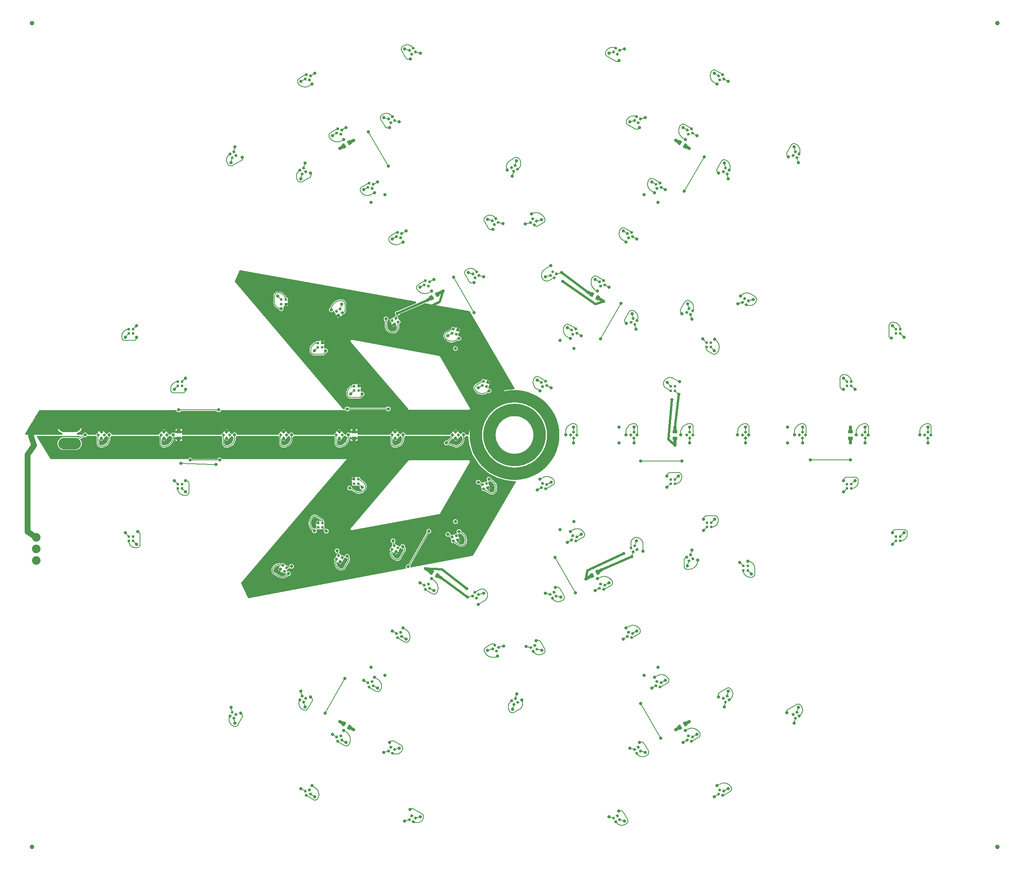
<source format=gbr>
G04 EAGLE Gerber RS-274X export*
G75*
%MOMM*%
%FSLAX34Y34*%
%LPD*%
%INTop Copper*%
%IPPOS*%
%AMOC8*
5,1,8,0,0,1.08239X$1,22.5*%
G01*
%ADD10C,2.750000*%
%ADD11C,2.500000*%
%ADD12C,1.879600*%
%ADD13C,1.000000*%
%ADD14R,0.550000X0.550000*%
%ADD15R,0.550000X0.550000*%
%ADD16R,1.000000X0.700000*%
%ADD17R,0.700000X1.000000*%
%ADD18C,0.706400*%
%ADD19C,0.152400*%
%ADD20C,0.700000*%
%ADD21C,0.508000*%
%ADD22C,1.270000*%

G36*
X85134Y985482D02*
X85134Y985482D01*
X85271Y985487D01*
X85334Y985502D01*
X85398Y985509D01*
X85529Y985549D01*
X85663Y985581D01*
X85721Y985608D01*
X85783Y985627D01*
X85904Y985692D01*
X86028Y985750D01*
X86080Y985788D01*
X86137Y985819D01*
X86242Y985906D01*
X86353Y985988D01*
X86397Y986035D01*
X86446Y986076D01*
X86532Y986183D01*
X86625Y986285D01*
X86658Y986340D01*
X86698Y986390D01*
X86762Y986512D01*
X86833Y986630D01*
X86854Y986690D01*
X86884Y986747D01*
X86922Y986879D01*
X86968Y987009D01*
X86978Y987073D01*
X86995Y987134D01*
X87007Y987271D01*
X87026Y987407D01*
X87023Y987471D01*
X87028Y987536D01*
X87012Y987672D01*
X87005Y987809D01*
X86989Y987872D01*
X86981Y987935D01*
X86939Y988066D01*
X86904Y988199D01*
X86876Y988257D01*
X86856Y988318D01*
X86789Y988438D01*
X86729Y988562D01*
X86690Y988613D01*
X86659Y988669D01*
X86569Y988773D01*
X86486Y988882D01*
X86437Y988925D01*
X86395Y988974D01*
X86287Y989058D01*
X86184Y989149D01*
X86128Y989181D01*
X86077Y989220D01*
X85954Y989281D01*
X85835Y989350D01*
X85766Y989375D01*
X85717Y989400D01*
X85640Y989420D01*
X85523Y989462D01*
X85467Y989477D01*
X83646Y990231D01*
X81938Y991217D01*
X80374Y992418D01*
X78980Y993812D01*
X77780Y995376D01*
X76794Y997084D01*
X76039Y998905D01*
X75830Y999687D01*
X100780Y999687D01*
X100798Y999689D01*
X100816Y999687D01*
X100998Y999709D01*
X101181Y999727D01*
X101198Y999732D01*
X101216Y999734D01*
X101390Y999791D01*
X101566Y999845D01*
X101582Y999853D01*
X101599Y999859D01*
X101759Y999949D01*
X101920Y1000037D01*
X101934Y1000048D01*
X101949Y1000057D01*
X102088Y1000177D01*
X102229Y1000294D01*
X102240Y1000308D01*
X102254Y1000320D01*
X102366Y1000465D01*
X102482Y1000608D01*
X102490Y1000624D01*
X102501Y1000638D01*
X102583Y1000803D01*
X102667Y1000965D01*
X102672Y1000982D01*
X102680Y1000999D01*
X102728Y1001177D01*
X102778Y1001352D01*
X102780Y1001370D01*
X102785Y1001387D01*
X102812Y1001718D01*
X102812Y1003751D01*
X102813Y1003751D01*
X102813Y1001718D01*
X102815Y1001701D01*
X102814Y1001683D01*
X102835Y1001500D01*
X102853Y1001317D01*
X102858Y1001300D01*
X102861Y1001283D01*
X102918Y1001108D01*
X102971Y1000933D01*
X102980Y1000917D01*
X102985Y1000900D01*
X103076Y1000740D01*
X103163Y1000578D01*
X103175Y1000565D01*
X103183Y1000549D01*
X103304Y1000410D01*
X103421Y1000269D01*
X103435Y1000258D01*
X103446Y1000245D01*
X103592Y1000132D01*
X103735Y1000017D01*
X103750Y1000009D01*
X103765Y999998D01*
X103929Y999916D01*
X104092Y999831D01*
X104109Y999826D01*
X104125Y999818D01*
X104303Y999771D01*
X104479Y999720D01*
X104497Y999719D01*
X104514Y999714D01*
X104845Y999687D01*
X129795Y999687D01*
X129586Y998905D01*
X128831Y997084D01*
X127845Y995376D01*
X126645Y993812D01*
X125251Y992418D01*
X123687Y991217D01*
X121979Y990231D01*
X120158Y989477D01*
X120102Y989462D01*
X119974Y989414D01*
X119842Y989373D01*
X119786Y989343D01*
X119726Y989320D01*
X119609Y989247D01*
X119488Y989181D01*
X119439Y989140D01*
X119384Y989106D01*
X119284Y989012D01*
X119179Y988924D01*
X119139Y988874D01*
X119092Y988829D01*
X119013Y988717D01*
X118927Y988610D01*
X118897Y988553D01*
X118860Y988500D01*
X118804Y988374D01*
X118741Y988253D01*
X118723Y988191D01*
X118697Y988132D01*
X118668Y987998D01*
X118630Y987866D01*
X118624Y987802D01*
X118611Y987739D01*
X118608Y987601D01*
X118597Y987464D01*
X118604Y987401D01*
X118603Y987336D01*
X118628Y987201D01*
X118644Y987065D01*
X118664Y987003D01*
X118675Y986940D01*
X118726Y986813D01*
X118769Y986682D01*
X118800Y986626D01*
X118824Y986566D01*
X118899Y986451D01*
X118966Y986331D01*
X119008Y986283D01*
X119044Y986229D01*
X119140Y986130D01*
X119230Y986027D01*
X119280Y985987D01*
X119325Y985941D01*
X119439Y985864D01*
X119548Y985780D01*
X119605Y985751D01*
X119658Y985715D01*
X119785Y985662D01*
X119908Y985600D01*
X119970Y985584D01*
X120030Y985559D01*
X120164Y985532D01*
X120297Y985496D01*
X120371Y985490D01*
X120424Y985479D01*
X120504Y985479D01*
X120628Y985469D01*
X130510Y985469D01*
X130532Y985471D01*
X130554Y985469D01*
X130731Y985491D01*
X130910Y985509D01*
X130932Y985515D01*
X130954Y985518D01*
X131124Y985574D01*
X131295Y985627D01*
X131315Y985637D01*
X131336Y985644D01*
X131492Y985733D01*
X131649Y985819D01*
X131666Y985833D01*
X131686Y985844D01*
X131821Y985962D01*
X131958Y986076D01*
X131972Y986094D01*
X131989Y986108D01*
X132098Y986250D01*
X132211Y986390D01*
X132221Y986410D01*
X132235Y986428D01*
X132386Y986723D01*
X132859Y987864D01*
X134282Y989287D01*
X136140Y990057D01*
X138152Y990057D01*
X140010Y989287D01*
X141433Y987864D01*
X141906Y986723D01*
X141916Y986703D01*
X141923Y986682D01*
X142012Y986525D01*
X142096Y986368D01*
X142110Y986351D01*
X142121Y986331D01*
X142238Y986195D01*
X142352Y986057D01*
X142370Y986043D01*
X142384Y986027D01*
X142526Y985917D01*
X142665Y985804D01*
X142685Y985793D01*
X142702Y985780D01*
X142863Y985700D01*
X143022Y985617D01*
X143043Y985610D01*
X143063Y985600D01*
X143237Y985554D01*
X143408Y985504D01*
X143430Y985502D01*
X143452Y985496D01*
X143782Y985469D01*
X159364Y985469D01*
X159391Y985471D01*
X159418Y985469D01*
X159592Y985491D01*
X159765Y985509D01*
X159791Y985517D01*
X159817Y985520D01*
X159983Y985576D01*
X160150Y985627D01*
X160174Y985640D01*
X160199Y985648D01*
X160351Y985735D01*
X160504Y985819D01*
X160525Y985836D01*
X160548Y985849D01*
X160801Y986064D01*
X165475Y990738D01*
X165492Y990759D01*
X165512Y990776D01*
X165619Y990914D01*
X165730Y991050D01*
X165743Y991073D01*
X165759Y991094D01*
X165837Y991251D01*
X165919Y991405D01*
X165926Y991431D01*
X165938Y991455D01*
X165984Y991624D01*
X166034Y991791D01*
X166036Y991818D01*
X166043Y991844D01*
X166056Y991998D01*
X166243Y992698D01*
X166578Y993278D01*
X167322Y994022D01*
X171063Y990281D01*
X171077Y990270D01*
X171089Y990256D01*
X171233Y990142D01*
X171375Y990026D01*
X171391Y990018D01*
X171405Y990007D01*
X171569Y989923D01*
X171730Y989838D01*
X171748Y989832D01*
X171764Y989824D01*
X171941Y989775D01*
X172116Y989723D01*
X172134Y989721D01*
X172151Y989716D01*
X172334Y989703D01*
X172517Y989686D01*
X172518Y989686D01*
X172535Y989688D01*
X172553Y989687D01*
X172554Y989687D01*
X172736Y989710D01*
X172918Y989730D01*
X172935Y989735D01*
X172953Y989737D01*
X173127Y989796D01*
X173302Y989851D01*
X173318Y989860D01*
X173335Y989866D01*
X173494Y989958D01*
X173655Y990046D01*
X173668Y990058D01*
X173684Y990067D01*
X173937Y990281D01*
X177677Y994022D01*
X178422Y993278D01*
X178757Y992698D01*
X178948Y991986D01*
X178952Y991947D01*
X178970Y991774D01*
X178978Y991748D01*
X178981Y991722D01*
X179036Y991556D01*
X179088Y991389D01*
X179101Y991365D01*
X179109Y991340D01*
X179196Y991189D01*
X179280Y991035D01*
X179297Y991014D01*
X179310Y990991D01*
X179525Y990738D01*
X182619Y987643D01*
X182633Y987632D01*
X182645Y987618D01*
X182789Y987505D01*
X182931Y987388D01*
X182947Y987380D01*
X182961Y987369D01*
X183125Y987286D01*
X183287Y987200D01*
X183304Y987195D01*
X183320Y987186D01*
X183497Y987137D01*
X183673Y987085D01*
X183690Y987083D01*
X183708Y987078D01*
X183891Y987065D01*
X184073Y987048D01*
X184091Y987050D01*
X184109Y987049D01*
X184291Y987072D01*
X184474Y987092D01*
X184491Y987097D01*
X184508Y987100D01*
X184682Y987158D01*
X184858Y987213D01*
X184873Y987222D01*
X184890Y987228D01*
X185050Y987320D01*
X185210Y987408D01*
X185223Y987420D01*
X185239Y987429D01*
X185492Y987643D01*
X187136Y989287D01*
X188994Y990057D01*
X191006Y990057D01*
X192864Y989287D01*
X194287Y987864D01*
X194760Y986723D01*
X194770Y986703D01*
X194777Y986682D01*
X194866Y986525D01*
X194950Y986368D01*
X194964Y986351D01*
X194975Y986331D01*
X195092Y986195D01*
X195206Y986057D01*
X195224Y986043D01*
X195238Y986027D01*
X195380Y985917D01*
X195519Y985804D01*
X195539Y985793D01*
X195556Y985780D01*
X195717Y985700D01*
X195876Y985617D01*
X195897Y985610D01*
X195917Y985600D01*
X196091Y985554D01*
X196262Y985504D01*
X196284Y985502D01*
X196306Y985496D01*
X196636Y985469D01*
X296865Y985469D01*
X296891Y985471D01*
X296918Y985469D01*
X297092Y985491D01*
X297265Y985509D01*
X297291Y985517D01*
X297317Y985520D01*
X297483Y985576D01*
X297650Y985627D01*
X297674Y985640D01*
X297699Y985648D01*
X297851Y985735D01*
X298004Y985819D01*
X298025Y985836D01*
X298048Y985849D01*
X298301Y986064D01*
X302975Y990738D01*
X302992Y990759D01*
X303012Y990776D01*
X303120Y990914D01*
X303230Y991050D01*
X303243Y991073D01*
X303259Y991094D01*
X303337Y991251D01*
X303419Y991405D01*
X303427Y991431D01*
X303439Y991455D01*
X303484Y991624D01*
X303534Y991791D01*
X303536Y991818D01*
X303543Y991844D01*
X303556Y991998D01*
X303743Y992698D01*
X304078Y993278D01*
X304822Y994022D01*
X308563Y990281D01*
X308577Y990270D01*
X308589Y990256D01*
X308733Y990142D01*
X308875Y990026D01*
X308891Y990018D01*
X308905Y990007D01*
X309069Y989923D01*
X309231Y989838D01*
X309248Y989833D01*
X309264Y989824D01*
X309441Y989775D01*
X309616Y989723D01*
X309634Y989721D01*
X309651Y989716D01*
X309834Y989703D01*
X310017Y989686D01*
X310018Y989686D01*
X310035Y989688D01*
X310053Y989687D01*
X310054Y989687D01*
X310236Y989710D01*
X310418Y989730D01*
X310435Y989735D01*
X310453Y989737D01*
X310627Y989796D01*
X310802Y989851D01*
X310818Y989860D01*
X310835Y989866D01*
X310994Y989958D01*
X311155Y990046D01*
X311168Y990058D01*
X311184Y990067D01*
X311437Y990281D01*
X315178Y994022D01*
X315922Y993278D01*
X316257Y992698D01*
X316448Y991986D01*
X316452Y991947D01*
X316470Y991774D01*
X316478Y991748D01*
X316481Y991722D01*
X316537Y991556D01*
X316588Y991389D01*
X316601Y991365D01*
X316609Y991340D01*
X316696Y991188D01*
X316780Y991035D01*
X316797Y991014D01*
X316810Y990991D01*
X317025Y990738D01*
X321699Y986064D01*
X321720Y986047D01*
X321737Y986027D01*
X321875Y985920D01*
X322011Y985809D01*
X322034Y985796D01*
X322055Y985780D01*
X322211Y985702D01*
X322366Y985620D01*
X322392Y985612D01*
X322416Y985600D01*
X322585Y985555D01*
X322752Y985505D01*
X322779Y985503D01*
X322805Y985496D01*
X323136Y985469D01*
X323364Y985469D01*
X323386Y985471D01*
X323408Y985469D01*
X323585Y985491D01*
X323764Y985509D01*
X323786Y985515D01*
X323808Y985518D01*
X323977Y985574D01*
X324149Y985627D01*
X324169Y985637D01*
X324190Y985644D01*
X324346Y985733D01*
X324503Y985819D01*
X324520Y985833D01*
X324540Y985844D01*
X324675Y985962D01*
X324812Y986076D01*
X324826Y986094D01*
X324843Y986108D01*
X324952Y986250D01*
X325065Y986390D01*
X325075Y986410D01*
X325089Y986428D01*
X325240Y986723D01*
X325713Y987864D01*
X327136Y989287D01*
X328994Y990057D01*
X331006Y990057D01*
X332151Y989583D01*
X332164Y989579D01*
X332175Y989572D01*
X332356Y989521D01*
X332536Y989466D01*
X332549Y989465D01*
X332562Y989461D01*
X332751Y989446D01*
X332937Y989428D01*
X332950Y989429D01*
X332964Y989428D01*
X333150Y989450D01*
X333337Y989470D01*
X333350Y989474D01*
X333363Y989475D01*
X333542Y989533D01*
X333722Y989589D01*
X333733Y989596D01*
X333746Y989600D01*
X333910Y989693D01*
X334075Y989783D01*
X334085Y989791D01*
X334097Y989798D01*
X334239Y989921D01*
X334296Y989969D01*
X342500Y989969D01*
X350041Y989969D01*
X350041Y988166D01*
X350003Y988026D01*
X349990Y987945D01*
X349967Y987866D01*
X349957Y987747D01*
X349938Y987629D01*
X349941Y987546D01*
X349934Y987464D01*
X349948Y987346D01*
X349953Y987226D01*
X349972Y987146D01*
X349981Y987065D01*
X350018Y986951D01*
X350046Y986835D01*
X350081Y986760D01*
X350106Y986682D01*
X350165Y986578D01*
X350215Y986469D01*
X350264Y986403D01*
X350304Y986331D01*
X350382Y986241D01*
X350453Y986144D01*
X350513Y986089D01*
X350567Y986027D01*
X350662Y985953D01*
X350750Y985873D01*
X350820Y985830D01*
X350885Y985780D01*
X350992Y985726D01*
X351095Y985665D01*
X351172Y985637D01*
X351246Y985600D01*
X351361Y985569D01*
X351474Y985529D01*
X351555Y985517D01*
X351635Y985496D01*
X351787Y985483D01*
X351872Y985471D01*
X351913Y985473D01*
X351965Y985469D01*
X434364Y985469D01*
X434391Y985471D01*
X434418Y985469D01*
X434592Y985491D01*
X434765Y985509D01*
X434791Y985517D01*
X434817Y985520D01*
X434983Y985576D01*
X435150Y985627D01*
X435174Y985640D01*
X435199Y985648D01*
X435351Y985735D01*
X435504Y985819D01*
X435525Y985836D01*
X435548Y985849D01*
X435801Y986064D01*
X440475Y990738D01*
X440492Y990759D01*
X440512Y990776D01*
X440619Y990914D01*
X440730Y991050D01*
X440743Y991073D01*
X440759Y991094D01*
X440837Y991251D01*
X440919Y991405D01*
X440927Y991431D01*
X440939Y991455D01*
X440984Y991624D01*
X441034Y991791D01*
X441036Y991818D01*
X441043Y991844D01*
X441056Y991998D01*
X441243Y992698D01*
X441578Y993278D01*
X442322Y994022D01*
X446063Y990281D01*
X446077Y990270D01*
X446089Y990256D01*
X446233Y990142D01*
X446375Y990026D01*
X446391Y990018D01*
X446405Y990007D01*
X446569Y989923D01*
X446731Y989838D01*
X446748Y989833D01*
X446764Y989824D01*
X446941Y989775D01*
X447116Y989723D01*
X447134Y989721D01*
X447151Y989716D01*
X447334Y989703D01*
X447517Y989686D01*
X447518Y989686D01*
X447535Y989688D01*
X447553Y989687D01*
X447554Y989687D01*
X447736Y989710D01*
X447918Y989730D01*
X447935Y989735D01*
X447953Y989737D01*
X448127Y989796D01*
X448302Y989851D01*
X448318Y989860D01*
X448335Y989866D01*
X448494Y989958D01*
X448655Y990046D01*
X448668Y990058D01*
X448684Y990067D01*
X448937Y990281D01*
X452678Y994022D01*
X453422Y993278D01*
X453757Y992698D01*
X453948Y991986D01*
X453952Y991947D01*
X453970Y991774D01*
X453978Y991748D01*
X453981Y991722D01*
X454037Y991556D01*
X454088Y991389D01*
X454101Y991365D01*
X454109Y991340D01*
X454196Y991188D01*
X454280Y991035D01*
X454297Y991014D01*
X454310Y990991D01*
X454525Y990738D01*
X457619Y987643D01*
X457633Y987632D01*
X457645Y987618D01*
X457789Y987505D01*
X457931Y987388D01*
X457947Y987380D01*
X457961Y987369D01*
X458125Y987285D01*
X458287Y987200D01*
X458304Y987195D01*
X458320Y987186D01*
X458497Y987137D01*
X458673Y987085D01*
X458690Y987083D01*
X458708Y987078D01*
X458891Y987065D01*
X459074Y987048D01*
X459091Y987050D01*
X459109Y987049D01*
X459291Y987072D01*
X459474Y987092D01*
X459491Y987097D01*
X459509Y987100D01*
X459682Y987158D01*
X459858Y987213D01*
X459873Y987222D01*
X459890Y987228D01*
X460050Y987320D01*
X460210Y987408D01*
X460224Y987420D01*
X460239Y987429D01*
X460492Y987643D01*
X462136Y989287D01*
X463994Y990057D01*
X466006Y990057D01*
X467864Y989287D01*
X469287Y987864D01*
X469760Y986723D01*
X469770Y986703D01*
X469777Y986682D01*
X469866Y986525D01*
X469950Y986368D01*
X469964Y986351D01*
X469975Y986331D01*
X470092Y986195D01*
X470206Y986057D01*
X470224Y986043D01*
X470238Y986027D01*
X470380Y985917D01*
X470519Y985804D01*
X470539Y985793D01*
X470556Y985780D01*
X470717Y985700D01*
X470876Y985617D01*
X470897Y985610D01*
X470917Y985600D01*
X471091Y985554D01*
X471262Y985504D01*
X471284Y985502D01*
X471306Y985496D01*
X471636Y985469D01*
X559364Y985469D01*
X559391Y985471D01*
X559418Y985469D01*
X559592Y985491D01*
X559765Y985509D01*
X559791Y985517D01*
X559817Y985520D01*
X559983Y985576D01*
X560150Y985627D01*
X560174Y985640D01*
X560199Y985648D01*
X560351Y985735D01*
X560504Y985819D01*
X560524Y985836D01*
X560548Y985849D01*
X560801Y986064D01*
X565475Y990738D01*
X565492Y990759D01*
X565512Y990776D01*
X565619Y990914D01*
X565730Y991050D01*
X565743Y991073D01*
X565759Y991094D01*
X565837Y991251D01*
X565919Y991405D01*
X565926Y991431D01*
X565938Y991455D01*
X565984Y991624D01*
X566034Y991791D01*
X566036Y991818D01*
X566043Y991844D01*
X566056Y991998D01*
X566243Y992698D01*
X566578Y993278D01*
X567322Y994022D01*
X571063Y990281D01*
X571077Y990270D01*
X571089Y990256D01*
X571233Y990142D01*
X571375Y990026D01*
X571391Y990018D01*
X571405Y990007D01*
X571569Y989923D01*
X571730Y989838D01*
X571748Y989833D01*
X571764Y989824D01*
X571941Y989775D01*
X572116Y989723D01*
X572134Y989721D01*
X572151Y989716D01*
X572334Y989703D01*
X572517Y989686D01*
X572518Y989686D01*
X572535Y989688D01*
X572553Y989687D01*
X572554Y989687D01*
X572736Y989710D01*
X572918Y989730D01*
X572935Y989735D01*
X572953Y989737D01*
X573127Y989796D01*
X573302Y989851D01*
X573318Y989860D01*
X573335Y989866D01*
X573494Y989958D01*
X573655Y990046D01*
X573668Y990058D01*
X573684Y990067D01*
X573937Y990281D01*
X577677Y994022D01*
X578422Y993278D01*
X578757Y992698D01*
X578948Y991986D01*
X578952Y991947D01*
X578970Y991774D01*
X578978Y991748D01*
X578981Y991722D01*
X579037Y991556D01*
X579088Y991389D01*
X579101Y991365D01*
X579109Y991340D01*
X579196Y991188D01*
X579280Y991035D01*
X579297Y991014D01*
X579310Y990991D01*
X579525Y990738D01*
X582619Y987643D01*
X582633Y987632D01*
X582645Y987618D01*
X582789Y987505D01*
X582931Y987388D01*
X582947Y987380D01*
X582961Y987369D01*
X583125Y987285D01*
X583287Y987200D01*
X583304Y987195D01*
X583320Y987186D01*
X583497Y987137D01*
X583673Y987085D01*
X583690Y987083D01*
X583708Y987078D01*
X583891Y987065D01*
X584074Y987048D01*
X584091Y987050D01*
X584109Y987049D01*
X584291Y987072D01*
X584474Y987092D01*
X584491Y987097D01*
X584509Y987100D01*
X584682Y987158D01*
X584858Y987213D01*
X584873Y987222D01*
X584890Y987228D01*
X585050Y987320D01*
X585210Y987408D01*
X585223Y987420D01*
X585239Y987429D01*
X585492Y987643D01*
X587136Y989287D01*
X588994Y990057D01*
X591006Y990057D01*
X592864Y989287D01*
X594287Y987864D01*
X594760Y986723D01*
X594770Y986703D01*
X594777Y986682D01*
X594866Y986525D01*
X594950Y986368D01*
X594964Y986351D01*
X594975Y986331D01*
X595092Y986195D01*
X595206Y986057D01*
X595224Y986043D01*
X595238Y986027D01*
X595380Y985917D01*
X595519Y985804D01*
X595539Y985793D01*
X595556Y985780D01*
X595717Y985700D01*
X595876Y985617D01*
X595897Y985610D01*
X595917Y985600D01*
X596091Y985554D01*
X596262Y985504D01*
X596284Y985502D01*
X596306Y985496D01*
X596636Y985469D01*
X681865Y985469D01*
X681891Y985471D01*
X681918Y985469D01*
X682092Y985491D01*
X682265Y985509D01*
X682291Y985517D01*
X682317Y985520D01*
X682483Y985576D01*
X682650Y985627D01*
X682674Y985640D01*
X682699Y985648D01*
X682851Y985735D01*
X683004Y985819D01*
X683025Y985836D01*
X683048Y985849D01*
X683301Y986064D01*
X687975Y990738D01*
X687992Y990759D01*
X688012Y990776D01*
X688120Y990914D01*
X688230Y991050D01*
X688243Y991073D01*
X688259Y991094D01*
X688337Y991251D01*
X688419Y991405D01*
X688427Y991431D01*
X688439Y991455D01*
X688484Y991624D01*
X688534Y991791D01*
X688536Y991818D01*
X688543Y991844D01*
X688556Y991998D01*
X688743Y992698D01*
X689078Y993278D01*
X689822Y994022D01*
X693563Y990281D01*
X693577Y990270D01*
X693589Y990256D01*
X693733Y990142D01*
X693875Y990026D01*
X693891Y990018D01*
X693905Y990007D01*
X694069Y989923D01*
X694231Y989838D01*
X694248Y989833D01*
X694264Y989824D01*
X694441Y989775D01*
X694616Y989723D01*
X694634Y989721D01*
X694651Y989716D01*
X694834Y989703D01*
X695017Y989686D01*
X695018Y989686D01*
X695035Y989688D01*
X695053Y989687D01*
X695054Y989687D01*
X695236Y989710D01*
X695418Y989730D01*
X695435Y989735D01*
X695453Y989737D01*
X695627Y989796D01*
X695802Y989851D01*
X695818Y989860D01*
X695835Y989866D01*
X695994Y989958D01*
X696155Y990046D01*
X696168Y990058D01*
X696184Y990067D01*
X696437Y990281D01*
X700178Y994022D01*
X700922Y993278D01*
X701257Y992698D01*
X701448Y991986D01*
X701452Y991947D01*
X701470Y991774D01*
X701478Y991748D01*
X701481Y991722D01*
X701537Y991556D01*
X701588Y991389D01*
X701601Y991365D01*
X701609Y991340D01*
X701696Y991188D01*
X701780Y991035D01*
X701797Y991014D01*
X701810Y990991D01*
X702025Y990738D01*
X706699Y986064D01*
X706720Y986047D01*
X706737Y986027D01*
X706875Y985919D01*
X707011Y985809D01*
X707034Y985796D01*
X707055Y985780D01*
X707212Y985702D01*
X707366Y985620D01*
X707392Y985612D01*
X707416Y985600D01*
X707585Y985555D01*
X707752Y985505D01*
X707779Y985503D01*
X707805Y985496D01*
X708136Y985469D01*
X708364Y985469D01*
X708386Y985471D01*
X708408Y985469D01*
X708585Y985491D01*
X708764Y985509D01*
X708786Y985515D01*
X708808Y985518D01*
X708977Y985574D01*
X709149Y985627D01*
X709169Y985637D01*
X709190Y985644D01*
X709346Y985733D01*
X709503Y985819D01*
X709520Y985833D01*
X709540Y985844D01*
X709675Y985962D01*
X709812Y986076D01*
X709826Y986094D01*
X709843Y986108D01*
X709952Y986250D01*
X710065Y986390D01*
X710075Y986410D01*
X710089Y986428D01*
X710240Y986723D01*
X710713Y987864D01*
X712136Y989287D01*
X713994Y990057D01*
X716006Y990057D01*
X717151Y989583D01*
X717164Y989579D01*
X717175Y989573D01*
X717355Y989521D01*
X717536Y989466D01*
X717549Y989465D01*
X717562Y989461D01*
X717750Y989446D01*
X717937Y989428D01*
X717950Y989429D01*
X717964Y989428D01*
X718150Y989450D01*
X718337Y989470D01*
X718350Y989474D01*
X718363Y989475D01*
X718543Y989534D01*
X718722Y989589D01*
X718733Y989596D01*
X718746Y989600D01*
X718910Y989693D01*
X719075Y989783D01*
X719085Y989791D01*
X719097Y989798D01*
X719239Y989920D01*
X719296Y989969D01*
X727500Y989969D01*
X735041Y989969D01*
X735041Y988165D01*
X735003Y988026D01*
X734990Y987945D01*
X734967Y987866D01*
X734957Y987746D01*
X734938Y987628D01*
X734941Y987546D01*
X734934Y987464D01*
X734948Y987346D01*
X734953Y987226D01*
X734972Y987146D01*
X734981Y987065D01*
X735018Y986951D01*
X735046Y986834D01*
X735081Y986760D01*
X735106Y986682D01*
X735165Y986578D01*
X735215Y986469D01*
X735264Y986403D01*
X735304Y986331D01*
X735382Y986241D01*
X735453Y986144D01*
X735513Y986089D01*
X735567Y986027D01*
X735662Y985953D01*
X735750Y985872D01*
X735820Y985830D01*
X735885Y985780D01*
X735992Y985726D01*
X736095Y985665D01*
X736172Y985637D01*
X736246Y985600D01*
X736362Y985569D01*
X736474Y985529D01*
X736555Y985517D01*
X736635Y985496D01*
X736787Y985483D01*
X736872Y985471D01*
X736913Y985473D01*
X736965Y985469D01*
X804364Y985469D01*
X804391Y985471D01*
X804418Y985469D01*
X804592Y985491D01*
X804765Y985509D01*
X804791Y985517D01*
X804817Y985520D01*
X804983Y985576D01*
X805150Y985627D01*
X805174Y985640D01*
X805199Y985648D01*
X805351Y985735D01*
X805504Y985819D01*
X805524Y985836D01*
X805548Y985849D01*
X805801Y986064D01*
X810475Y990738D01*
X810492Y990759D01*
X810512Y990776D01*
X810619Y990914D01*
X810730Y991050D01*
X810743Y991073D01*
X810759Y991094D01*
X810837Y991251D01*
X810919Y991405D01*
X810926Y991431D01*
X810938Y991455D01*
X810984Y991624D01*
X811034Y991791D01*
X811036Y991818D01*
X811043Y991844D01*
X811056Y991998D01*
X811243Y992698D01*
X811578Y993278D01*
X812322Y994022D01*
X816063Y990281D01*
X816077Y990270D01*
X816089Y990256D01*
X816233Y990142D01*
X816375Y990026D01*
X816391Y990018D01*
X816405Y990007D01*
X816569Y989923D01*
X816730Y989838D01*
X816748Y989833D01*
X816764Y989824D01*
X816941Y989775D01*
X817116Y989723D01*
X817134Y989721D01*
X817151Y989716D01*
X817334Y989703D01*
X817517Y989686D01*
X817518Y989686D01*
X817535Y989688D01*
X817553Y989687D01*
X817554Y989687D01*
X817736Y989710D01*
X817918Y989730D01*
X817935Y989735D01*
X817953Y989737D01*
X818127Y989796D01*
X818302Y989851D01*
X818318Y989860D01*
X818335Y989866D01*
X818494Y989958D01*
X818655Y990046D01*
X818668Y990058D01*
X818684Y990067D01*
X818937Y990281D01*
X822677Y994022D01*
X823422Y993278D01*
X823757Y992698D01*
X823948Y991986D01*
X823952Y991947D01*
X823970Y991774D01*
X823978Y991748D01*
X823981Y991722D01*
X824037Y991556D01*
X824088Y991389D01*
X824101Y991365D01*
X824109Y991340D01*
X824196Y991188D01*
X824280Y991035D01*
X824297Y991014D01*
X824310Y990991D01*
X824525Y990738D01*
X827619Y987643D01*
X827633Y987632D01*
X827645Y987618D01*
X827789Y987505D01*
X827931Y987388D01*
X827947Y987380D01*
X827961Y987369D01*
X828125Y987285D01*
X828287Y987200D01*
X828304Y987195D01*
X828320Y987186D01*
X828497Y987137D01*
X828673Y987085D01*
X828690Y987083D01*
X828708Y987078D01*
X828891Y987065D01*
X829074Y987048D01*
X829091Y987050D01*
X829109Y987049D01*
X829291Y987072D01*
X829474Y987092D01*
X829491Y987097D01*
X829509Y987100D01*
X829682Y987158D01*
X829858Y987213D01*
X829873Y987222D01*
X829890Y987228D01*
X830050Y987320D01*
X830210Y987408D01*
X830223Y987420D01*
X830239Y987429D01*
X830492Y987643D01*
X832136Y989287D01*
X833994Y990057D01*
X836006Y990057D01*
X837864Y989287D01*
X839287Y987864D01*
X839760Y986723D01*
X839770Y986703D01*
X839777Y986682D01*
X839866Y986525D01*
X839950Y986368D01*
X839964Y986351D01*
X839975Y986331D01*
X840092Y986195D01*
X840206Y986057D01*
X840224Y986043D01*
X840238Y986027D01*
X840380Y985917D01*
X840519Y985804D01*
X840539Y985793D01*
X840556Y985780D01*
X840717Y985700D01*
X840876Y985617D01*
X840897Y985610D01*
X840917Y985600D01*
X841091Y985554D01*
X841262Y985504D01*
X841284Y985502D01*
X841306Y985496D01*
X841636Y985469D01*
X936864Y985469D01*
X936891Y985471D01*
X936918Y985469D01*
X937092Y985491D01*
X937265Y985509D01*
X937291Y985517D01*
X937317Y985520D01*
X937483Y985576D01*
X937650Y985627D01*
X937674Y985640D01*
X937699Y985648D01*
X937851Y985735D01*
X938004Y985819D01*
X938024Y985836D01*
X938048Y985849D01*
X938301Y986064D01*
X942975Y990738D01*
X942992Y990759D01*
X943012Y990776D01*
X943119Y990914D01*
X943230Y991050D01*
X943243Y991073D01*
X943259Y991094D01*
X943337Y991251D01*
X943419Y991405D01*
X943426Y991431D01*
X943438Y991455D01*
X943484Y991624D01*
X943534Y991791D01*
X943536Y991818D01*
X943543Y991844D01*
X943556Y991998D01*
X943743Y992698D01*
X944078Y993278D01*
X944822Y994022D01*
X948563Y990281D01*
X948577Y990270D01*
X948589Y990256D01*
X948733Y990142D01*
X948875Y990026D01*
X948891Y990018D01*
X948905Y990007D01*
X949069Y989923D01*
X949230Y989838D01*
X949248Y989833D01*
X949264Y989824D01*
X949441Y989775D01*
X949616Y989723D01*
X949634Y989721D01*
X949651Y989716D01*
X949834Y989703D01*
X950017Y989686D01*
X950018Y989686D01*
X950035Y989688D01*
X950053Y989687D01*
X950054Y989687D01*
X950236Y989710D01*
X950418Y989730D01*
X950435Y989735D01*
X950453Y989737D01*
X950627Y989796D01*
X950802Y989851D01*
X950818Y989860D01*
X950835Y989866D01*
X950994Y989958D01*
X951155Y990046D01*
X951168Y990058D01*
X951184Y990067D01*
X951437Y990281D01*
X955177Y994022D01*
X955922Y993278D01*
X956257Y992698D01*
X956448Y991986D01*
X956452Y991947D01*
X956470Y991774D01*
X956478Y991748D01*
X956481Y991722D01*
X956537Y991556D01*
X956588Y991389D01*
X956601Y991365D01*
X956609Y991340D01*
X956696Y991188D01*
X956780Y991035D01*
X956797Y991014D01*
X956810Y990991D01*
X957025Y990738D01*
X960119Y987643D01*
X960133Y987632D01*
X960145Y987618D01*
X960289Y987505D01*
X960431Y987388D01*
X960447Y987380D01*
X960461Y987369D01*
X960625Y987285D01*
X960787Y987200D01*
X960804Y987195D01*
X960820Y987187D01*
X960997Y987137D01*
X961173Y987085D01*
X961190Y987083D01*
X961208Y987079D01*
X961391Y987065D01*
X961574Y987049D01*
X961591Y987050D01*
X961609Y987049D01*
X961791Y987072D01*
X961974Y987092D01*
X961991Y987097D01*
X962009Y987100D01*
X962182Y987158D01*
X962358Y987213D01*
X962373Y987222D01*
X962390Y987228D01*
X962550Y987320D01*
X962710Y987408D01*
X962723Y987420D01*
X962739Y987429D01*
X962992Y987643D01*
X964636Y989287D01*
X966494Y990057D01*
X968506Y990057D01*
X970364Y989287D01*
X971787Y987864D01*
X972260Y986723D01*
X972270Y986703D01*
X972277Y986682D01*
X972366Y986525D01*
X972450Y986368D01*
X972464Y986351D01*
X972475Y986331D01*
X972592Y986195D01*
X972706Y986057D01*
X972724Y986043D01*
X972738Y986027D01*
X972880Y985917D01*
X973019Y985804D01*
X973039Y985793D01*
X973056Y985780D01*
X973217Y985700D01*
X973376Y985617D01*
X973397Y985610D01*
X973417Y985600D01*
X973591Y985554D01*
X973762Y985504D01*
X973784Y985502D01*
X973806Y985496D01*
X974136Y985469D01*
X977586Y985469D01*
X977705Y985481D01*
X977825Y985483D01*
X977905Y985501D01*
X977987Y985509D01*
X978101Y985544D01*
X978218Y985570D01*
X978293Y985603D01*
X978372Y985627D01*
X978477Y985684D01*
X978587Y985732D01*
X978654Y985779D01*
X978726Y985819D01*
X978818Y985895D01*
X978916Y985964D01*
X978972Y986024D01*
X979035Y986076D01*
X979110Y986170D01*
X979192Y986257D01*
X979236Y986326D01*
X979287Y986390D01*
X979343Y986496D01*
X979406Y986598D01*
X979435Y986675D01*
X979473Y986747D01*
X979506Y986862D01*
X979548Y986974D01*
X979566Y987069D01*
X979584Y987134D01*
X979590Y987203D01*
X979608Y987301D01*
X981308Y1004561D01*
X987013Y1023370D01*
X996279Y1040704D01*
X1008748Y1055898D01*
X1023942Y1068367D01*
X1041276Y1077633D01*
X1060085Y1083338D01*
X1078120Y1085115D01*
X1078170Y1085125D01*
X1078221Y1085127D01*
X1078367Y1085164D01*
X1078515Y1085194D01*
X1078562Y1085213D01*
X1078611Y1085226D01*
X1078747Y1085291D01*
X1078886Y1085349D01*
X1078928Y1085378D01*
X1078975Y1085400D01*
X1079095Y1085490D01*
X1079220Y1085574D01*
X1079255Y1085611D01*
X1079296Y1085642D01*
X1079397Y1085754D01*
X1079502Y1085861D01*
X1079530Y1085904D01*
X1079564Y1085942D01*
X1079640Y1086072D01*
X1079722Y1086198D01*
X1079741Y1086246D01*
X1079767Y1086290D01*
X1079816Y1086432D01*
X1079872Y1086572D01*
X1079881Y1086622D01*
X1079898Y1086671D01*
X1079918Y1086820D01*
X1079945Y1086968D01*
X1079944Y1087019D01*
X1079951Y1087070D01*
X1079941Y1087220D01*
X1079938Y1087370D01*
X1079927Y1087421D01*
X1079924Y1087472D01*
X1079885Y1087617D01*
X1079852Y1087764D01*
X1079832Y1087811D01*
X1079818Y1087860D01*
X1079719Y1088069D01*
X1079691Y1088133D01*
X1079683Y1088144D01*
X1079675Y1088160D01*
X981755Y1256024D01*
X981691Y1256111D01*
X981636Y1256204D01*
X981573Y1256274D01*
X981518Y1256349D01*
X981439Y1256423D01*
X981366Y1256503D01*
X981291Y1256559D01*
X981222Y1256622D01*
X981130Y1256679D01*
X981043Y1256743D01*
X980959Y1256783D01*
X980878Y1256832D01*
X980777Y1256868D01*
X980679Y1256914D01*
X980570Y1256943D01*
X980500Y1256969D01*
X980440Y1256978D01*
X980358Y1256999D01*
X883627Y1274324D01*
X883599Y1274327D01*
X883572Y1274334D01*
X883398Y1274342D01*
X883226Y1274356D01*
X883198Y1274352D01*
X883170Y1274354D01*
X882998Y1274328D01*
X882826Y1274307D01*
X882799Y1274299D01*
X882772Y1274294D01*
X882458Y1274187D01*
X827668Y1250318D01*
X827657Y1250312D01*
X827645Y1250308D01*
X827482Y1250214D01*
X827317Y1250121D01*
X827307Y1250113D01*
X827296Y1250107D01*
X827043Y1249892D01*
X825364Y1248213D01*
X824266Y1247758D01*
X824148Y1247695D01*
X824027Y1247640D01*
X823972Y1247600D01*
X823911Y1247568D01*
X823808Y1247483D01*
X823700Y1247406D01*
X823654Y1247355D01*
X823600Y1247311D01*
X823517Y1247208D01*
X823426Y1247111D01*
X823390Y1247052D01*
X823347Y1246999D01*
X823285Y1246881D01*
X823215Y1246768D01*
X823187Y1246694D01*
X823160Y1246642D01*
X823138Y1246568D01*
X823095Y1246458D01*
X822736Y1245246D01*
X822726Y1245193D01*
X822709Y1245143D01*
X822689Y1244996D01*
X822661Y1244850D01*
X822661Y1244797D01*
X822654Y1244744D01*
X822663Y1244596D01*
X822665Y1244448D01*
X822676Y1244396D01*
X822679Y1244342D01*
X822717Y1244199D01*
X822748Y1244054D01*
X822769Y1244005D01*
X822783Y1243953D01*
X822878Y1243752D01*
X822907Y1243684D01*
X822916Y1243671D01*
X822925Y1243653D01*
X824637Y1240687D01*
X824621Y1240574D01*
X824591Y1240393D01*
X824592Y1240375D01*
X824589Y1240357D01*
X824599Y1240174D01*
X824606Y1239990D01*
X824610Y1239973D01*
X824611Y1239955D01*
X824657Y1239777D01*
X824699Y1239599D01*
X824707Y1239583D01*
X824711Y1239565D01*
X824791Y1239400D01*
X824868Y1239233D01*
X824879Y1239219D01*
X824886Y1239203D01*
X824998Y1239056D01*
X825106Y1238909D01*
X825119Y1238897D01*
X825130Y1238882D01*
X825268Y1238761D01*
X825403Y1238637D01*
X825418Y1238628D01*
X825432Y1238616D01*
X825591Y1238524D01*
X825748Y1238429D01*
X825765Y1238423D01*
X825780Y1238414D01*
X825994Y1238338D01*
X829381Y1232470D01*
X829054Y1231250D01*
X827291Y1230232D01*
X827217Y1230179D01*
X827138Y1230134D01*
X827054Y1230062D01*
X826964Y1229997D01*
X826902Y1229930D01*
X826833Y1229871D01*
X826765Y1229783D01*
X826690Y1229702D01*
X826642Y1229625D01*
X826586Y1229553D01*
X826537Y1229454D01*
X826479Y1229359D01*
X826448Y1229274D01*
X826407Y1229192D01*
X826378Y1229085D01*
X826340Y1228981D01*
X826326Y1228892D01*
X826302Y1228804D01*
X826291Y1228666D01*
X826278Y1228584D01*
X826280Y1228536D01*
X826275Y1228473D01*
X826275Y1218749D01*
X824178Y1213686D01*
X820303Y1209810D01*
X815240Y1207713D01*
X809061Y1207713D01*
X802708Y1210345D01*
X797845Y1215208D01*
X795213Y1221561D01*
X795213Y1234294D01*
X795211Y1234321D01*
X795213Y1234347D01*
X795191Y1234521D01*
X795173Y1234695D01*
X795166Y1234720D01*
X795162Y1234747D01*
X795106Y1234913D01*
X795055Y1235080D01*
X795042Y1235103D01*
X795034Y1235129D01*
X794947Y1235280D01*
X794863Y1235434D01*
X794846Y1235454D01*
X794833Y1235477D01*
X794618Y1235730D01*
X793213Y1237136D01*
X792443Y1238994D01*
X792443Y1241006D01*
X793213Y1242864D01*
X794636Y1244287D01*
X796494Y1245057D01*
X798506Y1245057D01*
X800364Y1244287D01*
X801787Y1242864D01*
X802557Y1241006D01*
X802557Y1240312D01*
X802571Y1240166D01*
X802578Y1240020D01*
X802591Y1239966D01*
X802597Y1239911D01*
X802640Y1239771D01*
X802675Y1239629D01*
X802698Y1239579D01*
X802715Y1239526D01*
X802784Y1239397D01*
X802847Y1239265D01*
X802880Y1239221D01*
X802906Y1239172D01*
X803000Y1239060D01*
X803087Y1238942D01*
X803129Y1238905D01*
X803164Y1238863D01*
X803278Y1238771D01*
X803387Y1238673D01*
X803435Y1238645D01*
X803437Y1238643D01*
X803416Y1238638D01*
X803339Y1238629D01*
X803221Y1238590D01*
X803101Y1238560D01*
X803030Y1238527D01*
X802957Y1238502D01*
X802849Y1238441D01*
X802737Y1238388D01*
X802674Y1238341D01*
X802607Y1238303D01*
X802513Y1238221D01*
X802414Y1238147D01*
X802362Y1238089D01*
X802303Y1238038D01*
X802228Y1237940D01*
X802145Y1237848D01*
X802105Y1237781D01*
X802058Y1237719D01*
X801985Y1237576D01*
X801940Y1237501D01*
X801928Y1237466D01*
X801906Y1237424D01*
X801787Y1237136D01*
X800382Y1235730D01*
X800365Y1235710D01*
X800344Y1235692D01*
X800237Y1235554D01*
X800127Y1235419D01*
X800114Y1235395D01*
X800098Y1235374D01*
X800020Y1235217D01*
X799938Y1235063D01*
X799930Y1235038D01*
X799918Y1235014D01*
X799873Y1234845D01*
X799823Y1234677D01*
X799821Y1234651D01*
X799814Y1234625D01*
X799787Y1234294D01*
X799787Y1225000D01*
X799795Y1224922D01*
X799796Y1224801D01*
X800002Y1222717D01*
X800028Y1222587D01*
X800045Y1222455D01*
X800069Y1222379D01*
X800081Y1222322D01*
X800111Y1222251D01*
X800147Y1222139D01*
X801742Y1218288D01*
X801756Y1218261D01*
X801766Y1218231D01*
X801851Y1218083D01*
X801932Y1217933D01*
X801950Y1217911D01*
X801960Y1217894D01*
X801962Y1217891D01*
X801967Y1217882D01*
X802182Y1217629D01*
X805129Y1214682D01*
X805153Y1214662D01*
X805174Y1214639D01*
X805309Y1214535D01*
X805441Y1214427D01*
X805468Y1214412D01*
X805493Y1214393D01*
X805788Y1214242D01*
X809639Y1212647D01*
X809766Y1212608D01*
X809890Y1212561D01*
X809968Y1212547D01*
X810024Y1212530D01*
X810101Y1212523D01*
X810217Y1212502D01*
X812301Y1212297D01*
X812334Y1212297D01*
X812367Y1212291D01*
X812699Y1212297D01*
X814098Y1212434D01*
X814228Y1212460D01*
X814360Y1212478D01*
X814436Y1212502D01*
X814493Y1212513D01*
X814564Y1212543D01*
X814676Y1212579D01*
X817261Y1213650D01*
X817289Y1213665D01*
X817318Y1213675D01*
X817466Y1213760D01*
X817616Y1213840D01*
X817640Y1213860D01*
X817667Y1213875D01*
X817920Y1214090D01*
X819898Y1216069D01*
X819918Y1216093D01*
X819942Y1216113D01*
X820046Y1216248D01*
X820153Y1216380D01*
X820168Y1216408D01*
X820187Y1216432D01*
X820339Y1216728D01*
X821409Y1219312D01*
X821448Y1219440D01*
X821495Y1219564D01*
X821509Y1219642D01*
X821526Y1219698D01*
X821533Y1219775D01*
X821554Y1219891D01*
X821692Y1221290D01*
X821692Y1221368D01*
X821702Y1221489D01*
X821702Y1222314D01*
X821687Y1222459D01*
X821681Y1222605D01*
X821667Y1222659D01*
X821662Y1222714D01*
X821619Y1222854D01*
X821584Y1222996D01*
X821560Y1223046D01*
X821544Y1223099D01*
X821474Y1223228D01*
X821412Y1223360D01*
X821378Y1223404D01*
X821352Y1223453D01*
X821259Y1223565D01*
X821171Y1223683D01*
X821130Y1223720D01*
X821094Y1223762D01*
X820981Y1223854D01*
X820872Y1223952D01*
X820824Y1223980D01*
X820781Y1224015D01*
X820670Y1224072D01*
X817521Y1229527D01*
X817509Y1229543D01*
X817502Y1229557D01*
X817502Y1229558D01*
X817433Y1229651D01*
X817365Y1229758D01*
X817332Y1229793D01*
X817307Y1229829D01*
X817297Y1229839D01*
X817286Y1229854D01*
X817271Y1229867D01*
X817262Y1229880D01*
X817174Y1229959D01*
X817088Y1230050D01*
X817049Y1230077D01*
X817017Y1230108D01*
X817004Y1230116D01*
X816991Y1230128D01*
X816974Y1230138D01*
X816962Y1230150D01*
X816860Y1230210D01*
X816758Y1230281D01*
X816715Y1230300D01*
X816677Y1230324D01*
X816663Y1230330D01*
X816648Y1230339D01*
X816630Y1230345D01*
X816615Y1230354D01*
X816501Y1230394D01*
X816389Y1230443D01*
X816345Y1230453D01*
X816302Y1230469D01*
X816286Y1230472D01*
X816270Y1230478D01*
X816252Y1230481D01*
X816235Y1230487D01*
X816114Y1230503D01*
X815996Y1230529D01*
X815951Y1230530D01*
X815905Y1230537D01*
X815888Y1230537D01*
X815872Y1230539D01*
X815855Y1230539D01*
X815836Y1230541D01*
X815713Y1230534D01*
X815593Y1230535D01*
X815550Y1230527D01*
X815503Y1230526D01*
X815485Y1230522D01*
X815470Y1230521D01*
X815454Y1230517D01*
X815434Y1230516D01*
X815313Y1230484D01*
X815197Y1230463D01*
X815157Y1230446D01*
X815110Y1230436D01*
X815094Y1230428D01*
X815079Y1230424D01*
X815065Y1230418D01*
X815045Y1230412D01*
X814898Y1230343D01*
X814824Y1230313D01*
X814789Y1230291D01*
X814745Y1230270D01*
X810164Y1227625D01*
X809637Y1228537D01*
X809464Y1229183D01*
X809464Y1229921D01*
X809469Y1229958D01*
X809498Y1230131D01*
X809497Y1230158D01*
X809500Y1230185D01*
X809489Y1230359D01*
X809483Y1230534D01*
X809477Y1230560D01*
X809475Y1230587D01*
X809430Y1230756D01*
X809389Y1230925D01*
X809378Y1230950D01*
X809371Y1230976D01*
X809229Y1231276D01*
X805542Y1237662D01*
X805497Y1237725D01*
X805459Y1237794D01*
X805380Y1237888D01*
X805307Y1237989D01*
X805250Y1238042D01*
X805200Y1238102D01*
X805103Y1238179D01*
X805012Y1238264D01*
X804946Y1238304D01*
X804936Y1238312D01*
X804968Y1238321D01*
X805023Y1238328D01*
X805162Y1238373D01*
X805304Y1238411D01*
X805361Y1238438D01*
X805406Y1238452D01*
X805479Y1238494D01*
X805604Y1238552D01*
X811813Y1242137D01*
X811926Y1242121D01*
X812107Y1242091D01*
X812125Y1242092D01*
X812143Y1242089D01*
X812326Y1242099D01*
X812509Y1242106D01*
X812527Y1242110D01*
X812545Y1242111D01*
X812723Y1242157D01*
X812901Y1242199D01*
X812917Y1242207D01*
X812935Y1242211D01*
X813100Y1242291D01*
X813266Y1242368D01*
X813281Y1242379D01*
X813297Y1242386D01*
X813444Y1242498D01*
X813591Y1242606D01*
X813603Y1242619D01*
X813618Y1242630D01*
X813739Y1242768D01*
X813863Y1242903D01*
X813872Y1242918D01*
X813884Y1242932D01*
X813976Y1243091D01*
X814071Y1243248D01*
X814077Y1243265D01*
X814086Y1243280D01*
X814162Y1243494D01*
X817423Y1245377D01*
X817424Y1245377D01*
X817483Y1245420D01*
X817750Y1245611D01*
X817751Y1245612D01*
X817823Y1245689D01*
X818025Y1245906D01*
X818123Y1246066D01*
X818235Y1246249D01*
X818355Y1246559D01*
X818683Y1247664D01*
X818705Y1247780D01*
X818736Y1247893D01*
X818742Y1247977D01*
X818758Y1248060D01*
X818757Y1248177D01*
X818766Y1248294D01*
X818755Y1248378D01*
X818754Y1248462D01*
X818730Y1248577D01*
X818715Y1248694D01*
X818688Y1248774D01*
X818671Y1248856D01*
X818625Y1248964D01*
X818587Y1249076D01*
X818545Y1249149D01*
X818512Y1249226D01*
X818445Y1249323D01*
X818386Y1249424D01*
X818322Y1249500D01*
X818283Y1249557D01*
X818234Y1249604D01*
X818219Y1249621D01*
X817443Y1251494D01*
X817443Y1253506D01*
X818213Y1255364D01*
X819636Y1256787D01*
X821494Y1257557D01*
X823507Y1257557D01*
X823556Y1257562D01*
X823606Y1257559D01*
X823756Y1257582D01*
X823907Y1257597D01*
X823955Y1257611D01*
X824004Y1257619D01*
X824229Y1257695D01*
X824292Y1257715D01*
X824303Y1257721D01*
X824318Y1257726D01*
X862448Y1274337D01*
X862455Y1274341D01*
X862462Y1274343D01*
X862628Y1274438D01*
X862799Y1274534D01*
X862805Y1274539D01*
X862812Y1274543D01*
X862958Y1274670D01*
X863105Y1274796D01*
X863110Y1274802D01*
X863115Y1274807D01*
X863235Y1274962D01*
X863353Y1275113D01*
X863356Y1275120D01*
X863361Y1275126D01*
X863447Y1275300D01*
X863533Y1275473D01*
X863535Y1275480D01*
X863539Y1275487D01*
X863589Y1275675D01*
X863639Y1275861D01*
X863640Y1275869D01*
X863642Y1275876D01*
X863654Y1276069D01*
X863667Y1276263D01*
X863666Y1276271D01*
X863666Y1276278D01*
X863640Y1276471D01*
X863614Y1276662D01*
X863612Y1276669D01*
X863611Y1276677D01*
X863547Y1276859D01*
X863484Y1277043D01*
X863480Y1277050D01*
X863478Y1277057D01*
X863379Y1277224D01*
X863282Y1277391D01*
X863276Y1277397D01*
X863273Y1277403D01*
X863142Y1277548D01*
X863014Y1277692D01*
X863008Y1277697D01*
X863003Y1277702D01*
X862847Y1277818D01*
X862693Y1277934D01*
X862686Y1277938D01*
X862680Y1277942D01*
X862504Y1278025D01*
X862330Y1278109D01*
X862322Y1278111D01*
X862315Y1278114D01*
X861995Y1278199D01*
X477858Y1346999D01*
X477683Y1347013D01*
X477507Y1347031D01*
X477482Y1347029D01*
X477457Y1347031D01*
X477283Y1347010D01*
X477107Y1346993D01*
X477082Y1346985D01*
X477057Y1346982D01*
X476891Y1346927D01*
X476721Y1346876D01*
X476699Y1346864D01*
X476675Y1346856D01*
X476522Y1346769D01*
X476367Y1346686D01*
X476347Y1346669D01*
X476325Y1346657D01*
X476192Y1346541D01*
X476056Y1346429D01*
X476040Y1346409D01*
X476021Y1346393D01*
X475913Y1346252D01*
X475803Y1346116D01*
X475789Y1346091D01*
X475776Y1346073D01*
X475739Y1345999D01*
X475644Y1345825D01*
X465644Y1323325D01*
X465591Y1323165D01*
X465533Y1323008D01*
X465528Y1322975D01*
X465518Y1322943D01*
X465497Y1322776D01*
X465472Y1322610D01*
X465473Y1322576D01*
X465469Y1322543D01*
X465482Y1322376D01*
X465490Y1322208D01*
X465498Y1322175D01*
X465501Y1322142D01*
X465547Y1321980D01*
X465587Y1321817D01*
X465601Y1321787D01*
X465611Y1321754D01*
X465688Y1321605D01*
X465759Y1321453D01*
X465781Y1321423D01*
X465795Y1321396D01*
X465849Y1321329D01*
X465953Y1321184D01*
X703865Y1041576D01*
X703930Y1041513D01*
X703988Y1041443D01*
X704075Y1041374D01*
X704155Y1041296D01*
X704231Y1041248D01*
X704302Y1041191D01*
X704401Y1041140D01*
X704494Y1041080D01*
X704579Y1041047D01*
X704659Y1041005D01*
X704766Y1040975D01*
X704870Y1040935D01*
X704959Y1040919D01*
X705046Y1040894D01*
X705157Y1040885D01*
X705267Y1040866D01*
X705357Y1040869D01*
X705448Y1040861D01*
X705558Y1040874D01*
X705669Y1040877D01*
X705757Y1040897D01*
X705847Y1040908D01*
X705953Y1040943D01*
X706061Y1040967D01*
X706144Y1041005D01*
X706230Y1041033D01*
X706327Y1041088D01*
X706428Y1041133D01*
X706502Y1041186D01*
X706581Y1041231D01*
X706665Y1041303D01*
X706755Y1041368D01*
X706817Y1041435D01*
X706885Y1041494D01*
X706954Y1041582D01*
X707029Y1041663D01*
X707077Y1041740D01*
X707132Y1041812D01*
X707182Y1041911D01*
X707240Y1042006D01*
X707271Y1042091D01*
X707312Y1042173D01*
X707340Y1042280D01*
X707379Y1042384D01*
X707393Y1042474D01*
X707416Y1042561D01*
X707427Y1042699D01*
X707440Y1042782D01*
X707438Y1042830D01*
X707443Y1042892D01*
X707443Y1043506D01*
X708213Y1045364D01*
X709636Y1046787D01*
X711494Y1047557D01*
X713506Y1047557D01*
X715364Y1046787D01*
X716770Y1045382D01*
X716790Y1045365D01*
X716808Y1045345D01*
X716946Y1045237D01*
X717081Y1045127D01*
X717105Y1045114D01*
X717126Y1045098D01*
X717283Y1045020D01*
X717437Y1044938D01*
X717462Y1044930D01*
X717486Y1044918D01*
X717656Y1044873D01*
X717823Y1044823D01*
X717849Y1044821D01*
X717875Y1044814D01*
X718206Y1044787D01*
X796794Y1044787D01*
X796821Y1044789D01*
X796847Y1044787D01*
X797021Y1044809D01*
X797195Y1044827D01*
X797220Y1044835D01*
X797247Y1044838D01*
X797412Y1044894D01*
X797580Y1044945D01*
X797603Y1044958D01*
X797628Y1044966D01*
X797780Y1045053D01*
X797934Y1045137D01*
X797954Y1045154D01*
X797977Y1045167D01*
X798230Y1045382D01*
X799636Y1046787D01*
X801494Y1047557D01*
X803506Y1047557D01*
X805364Y1046787D01*
X806787Y1045364D01*
X807557Y1043506D01*
X807557Y1041494D01*
X806787Y1039636D01*
X805364Y1038213D01*
X803506Y1037443D01*
X801494Y1037443D01*
X799636Y1038213D01*
X798230Y1039618D01*
X798210Y1039635D01*
X798192Y1039656D01*
X798054Y1039763D01*
X797919Y1039873D01*
X797895Y1039886D01*
X797874Y1039902D01*
X797717Y1039980D01*
X797563Y1040062D01*
X797538Y1040070D01*
X797514Y1040082D01*
X797344Y1040127D01*
X797177Y1040177D01*
X797151Y1040179D01*
X797125Y1040186D01*
X796794Y1040213D01*
X718206Y1040213D01*
X718179Y1040211D01*
X718153Y1040213D01*
X717979Y1040191D01*
X717805Y1040173D01*
X717780Y1040166D01*
X717753Y1040162D01*
X717587Y1040107D01*
X717420Y1040055D01*
X717397Y1040042D01*
X717371Y1040034D01*
X717220Y1039947D01*
X717066Y1039864D01*
X717046Y1039846D01*
X717023Y1039833D01*
X716770Y1039618D01*
X715364Y1038213D01*
X713506Y1037443D01*
X711494Y1037443D01*
X709636Y1038213D01*
X708912Y1038936D01*
X708892Y1038953D01*
X708874Y1038974D01*
X708737Y1039080D01*
X708601Y1039191D01*
X708577Y1039204D01*
X708556Y1039220D01*
X708400Y1039298D01*
X708245Y1039380D01*
X708220Y1039388D01*
X708196Y1039400D01*
X708027Y1039445D01*
X707859Y1039495D01*
X707833Y1039497D01*
X707807Y1039504D01*
X707476Y1039531D01*
X436636Y1039531D01*
X436614Y1039529D01*
X436592Y1039531D01*
X436415Y1039509D01*
X436236Y1039491D01*
X436214Y1039485D01*
X436192Y1039482D01*
X436022Y1039426D01*
X435851Y1039373D01*
X435831Y1039363D01*
X435810Y1039356D01*
X435654Y1039267D01*
X435497Y1039181D01*
X435480Y1039167D01*
X435460Y1039156D01*
X435325Y1039038D01*
X435188Y1038924D01*
X435174Y1038906D01*
X435157Y1038892D01*
X435048Y1038750D01*
X434935Y1038610D01*
X434925Y1038590D01*
X434911Y1038572D01*
X434760Y1038277D01*
X434287Y1037136D01*
X432864Y1035713D01*
X431006Y1034943D01*
X428994Y1034943D01*
X427136Y1035713D01*
X425730Y1037118D01*
X425710Y1037135D01*
X425692Y1037156D01*
X425554Y1037263D01*
X425419Y1037373D01*
X425395Y1037386D01*
X425374Y1037402D01*
X425217Y1037480D01*
X425063Y1037562D01*
X425038Y1037570D01*
X425014Y1037582D01*
X424844Y1037627D01*
X424677Y1037677D01*
X424651Y1037679D01*
X424625Y1037686D01*
X424294Y1037713D01*
X348206Y1037713D01*
X348179Y1037711D01*
X348153Y1037713D01*
X347979Y1037691D01*
X347805Y1037673D01*
X347780Y1037666D01*
X347753Y1037662D01*
X347588Y1037607D01*
X347420Y1037555D01*
X347397Y1037542D01*
X347371Y1037534D01*
X347220Y1037447D01*
X347066Y1037364D01*
X347046Y1037346D01*
X347023Y1037333D01*
X346770Y1037118D01*
X345364Y1035713D01*
X343506Y1034943D01*
X341494Y1034943D01*
X339636Y1035713D01*
X338213Y1037136D01*
X337740Y1038277D01*
X337730Y1038297D01*
X337723Y1038318D01*
X337634Y1038475D01*
X337550Y1038632D01*
X337536Y1038649D01*
X337525Y1038669D01*
X337408Y1038805D01*
X337294Y1038943D01*
X337276Y1038957D01*
X337262Y1038974D01*
X337120Y1039083D01*
X336981Y1039196D01*
X336961Y1039207D01*
X336944Y1039220D01*
X336783Y1039300D01*
X336624Y1039383D01*
X336603Y1039390D01*
X336583Y1039400D01*
X336409Y1039446D01*
X336238Y1039496D01*
X336216Y1039498D01*
X336194Y1039504D01*
X335864Y1039531D01*
X37500Y1039531D01*
X37426Y1039524D01*
X37352Y1039526D01*
X37227Y1039504D01*
X37099Y1039491D01*
X37029Y1039470D01*
X36956Y1039457D01*
X36837Y1039411D01*
X36714Y1039373D01*
X36649Y1039338D01*
X36581Y1039311D01*
X36473Y1039242D01*
X36360Y1039181D01*
X36304Y1039134D01*
X36241Y1039094D01*
X36149Y1039005D01*
X36051Y1038924D01*
X36005Y1038866D01*
X35952Y1038815D01*
X35854Y1038678D01*
X35799Y1038610D01*
X35783Y1038580D01*
X35758Y1038545D01*
X30145Y1029189D01*
X30114Y1029124D01*
X30010Y1028921D01*
X29641Y1028031D01*
X29339Y1027729D01*
X29287Y1027665D01*
X29227Y1027608D01*
X29139Y1027485D01*
X29084Y1027418D01*
X29065Y1027381D01*
X29034Y1027338D01*
X26723Y1023486D01*
X26692Y1023421D01*
X26588Y1023218D01*
X25891Y1021535D01*
X25222Y1020866D01*
X25169Y1020802D01*
X25110Y1020745D01*
X25021Y1020622D01*
X24967Y1020555D01*
X24947Y1020518D01*
X24916Y1020475D01*
X23116Y1017474D01*
X23038Y1017311D01*
X22958Y1017148D01*
X22952Y1017128D01*
X22944Y1017110D01*
X22900Y1016935D01*
X22853Y1016760D01*
X22141Y1015040D01*
X21104Y1014003D01*
X21051Y1013939D01*
X20992Y1013882D01*
X20903Y1013758D01*
X20849Y1013692D01*
X20830Y1013655D01*
X20798Y1013612D01*
X5758Y988545D01*
X5688Y988397D01*
X5613Y988253D01*
X5603Y988216D01*
X5586Y988181D01*
X5547Y988023D01*
X5502Y987866D01*
X5499Y987827D01*
X5490Y987790D01*
X5482Y987627D01*
X5469Y987464D01*
X5474Y987426D01*
X5472Y987388D01*
X5497Y987227D01*
X5516Y987065D01*
X5528Y987028D01*
X5534Y986990D01*
X5590Y986837D01*
X5641Y986682D01*
X5660Y986648D01*
X5673Y986612D01*
X5759Y986473D01*
X5839Y986331D01*
X5864Y986302D01*
X5884Y986269D01*
X5995Y986150D01*
X6102Y986027D01*
X6132Y986003D01*
X6158Y985975D01*
X6291Y985880D01*
X6420Y985780D01*
X6454Y985763D01*
X6486Y985740D01*
X6634Y985673D01*
X6781Y985600D01*
X6818Y985590D01*
X6853Y985575D01*
X7011Y985538D01*
X7169Y985496D01*
X7212Y985492D01*
X7245Y985485D01*
X7332Y985483D01*
X7500Y985469D01*
X84997Y985469D01*
X85134Y985482D01*
G37*
G36*
X495096Y626749D02*
X495096Y626749D01*
X495121Y626748D01*
X495129Y626751D01*
X495141Y626752D01*
X841440Y691793D01*
X841441Y691793D01*
X841442Y691793D01*
X841561Y691837D01*
X841672Y691877D01*
X841673Y691878D01*
X841771Y691956D01*
X841864Y692030D01*
X841864Y692031D01*
X841865Y692031D01*
X841933Y692137D01*
X841997Y692237D01*
X841998Y692237D01*
X841998Y692238D01*
X842028Y692356D01*
X842058Y692475D01*
X842058Y692476D01*
X842058Y692477D01*
X842049Y692595D01*
X842040Y692720D01*
X842039Y692721D01*
X842039Y692722D01*
X841995Y692827D01*
X841944Y692947D01*
X841943Y692948D01*
X841838Y693079D01*
X841220Y693698D01*
X841220Y697887D01*
X844182Y700849D01*
X846116Y700849D01*
X846183Y700860D01*
X846250Y700861D01*
X846303Y700880D01*
X846359Y700889D01*
X846418Y700920D01*
X846482Y700943D01*
X846527Y700978D01*
X846576Y701004D01*
X846623Y701053D01*
X846676Y701094D01*
X846723Y701158D01*
X846746Y701182D01*
X846754Y701201D01*
X846775Y701230D01*
X886693Y770369D01*
X886708Y770410D01*
X886732Y770447D01*
X886752Y770524D01*
X886780Y770599D01*
X886781Y770643D01*
X886792Y770685D01*
X886786Y770765D01*
X886789Y770845D01*
X886776Y770887D01*
X886773Y770931D01*
X886742Y771004D01*
X886719Y771081D01*
X886694Y771117D01*
X886677Y771157D01*
X886586Y771271D01*
X886578Y771282D01*
X886575Y771284D01*
X886572Y771288D01*
X886220Y771640D01*
X886220Y775829D01*
X889182Y778791D01*
X893371Y778791D01*
X896333Y775829D01*
X896333Y771640D01*
X893371Y768678D01*
X891437Y768678D01*
X891370Y768667D01*
X891303Y768666D01*
X891250Y768647D01*
X891194Y768638D01*
X891135Y768606D01*
X891071Y768584D01*
X891026Y768549D01*
X890977Y768523D01*
X890930Y768474D01*
X890877Y768432D01*
X890830Y768368D01*
X890807Y768345D01*
X890799Y768326D01*
X890778Y768297D01*
X850860Y699158D01*
X850845Y699117D01*
X850821Y699080D01*
X850801Y699002D01*
X850773Y698928D01*
X850772Y698884D01*
X850761Y698841D01*
X850767Y698762D01*
X850764Y698682D01*
X850777Y698640D01*
X850780Y698596D01*
X850811Y698523D01*
X850834Y698446D01*
X850859Y698410D01*
X850876Y698370D01*
X850967Y698256D01*
X850975Y698245D01*
X850978Y698243D01*
X850981Y698239D01*
X851333Y697887D01*
X851333Y694569D01*
X851348Y694479D01*
X851355Y694389D01*
X851368Y694359D01*
X851373Y694326D01*
X851415Y694246D01*
X851450Y694163D01*
X851472Y694138D01*
X851488Y694108D01*
X851553Y694046D01*
X851613Y693979D01*
X851642Y693962D01*
X851666Y693939D01*
X851748Y693901D01*
X851827Y693856D01*
X851859Y693849D01*
X851889Y693835D01*
X851979Y693825D01*
X852068Y693808D01*
X852110Y693811D01*
X852134Y693808D01*
X852165Y693815D01*
X852235Y693820D01*
X987641Y719252D01*
X987752Y719292D01*
X987863Y719331D01*
X987867Y719334D01*
X987872Y719336D01*
X987964Y719409D01*
X988057Y719481D01*
X988061Y719486D01*
X988064Y719489D01*
X988073Y719503D01*
X988157Y719616D01*
X1083157Y882116D01*
X1083175Y882163D01*
X1083202Y882206D01*
X1083219Y882277D01*
X1083245Y882345D01*
X1083248Y882396D01*
X1083259Y882445D01*
X1083253Y882518D01*
X1083256Y882591D01*
X1083242Y882640D01*
X1083237Y882690D01*
X1083208Y882757D01*
X1083187Y882827D01*
X1083159Y882869D01*
X1083138Y882915D01*
X1083089Y882969D01*
X1083047Y883029D01*
X1083007Y883060D01*
X1082973Y883097D01*
X1082908Y883132D01*
X1082850Y883176D01*
X1082802Y883192D01*
X1082758Y883216D01*
X1082640Y883244D01*
X1082616Y883252D01*
X1082607Y883252D01*
X1082594Y883255D01*
X1062640Y885750D01*
X1042766Y890718D01*
X1022928Y900637D01*
X1003077Y918006D01*
X988190Y940337D01*
X980746Y962669D01*
X978255Y982594D01*
X978228Y982686D01*
X978208Y982780D01*
X978194Y982804D01*
X978186Y982830D01*
X978131Y982909D01*
X978082Y982991D01*
X978061Y983009D01*
X978045Y983032D01*
X977968Y983089D01*
X977895Y983151D01*
X977869Y983161D01*
X977847Y983178D01*
X977756Y983207D01*
X977667Y983243D01*
X977632Y983247D01*
X977613Y983253D01*
X977580Y983252D01*
X977500Y983261D01*
X973228Y983261D01*
X973138Y983247D01*
X973047Y983239D01*
X973017Y983227D01*
X972985Y983222D01*
X972904Y983179D01*
X972820Y983143D01*
X972788Y983117D01*
X972768Y983106D01*
X972746Y983083D01*
X972690Y983038D01*
X970010Y980358D01*
X969956Y980284D01*
X969897Y980215D01*
X969885Y980185D01*
X969866Y980159D01*
X969839Y980071D01*
X969805Y979987D01*
X969801Y979946D01*
X969794Y979924D01*
X969795Y979891D01*
X969787Y979820D01*
X969787Y973564D01*
X966774Y966292D01*
X961208Y960726D01*
X953936Y957713D01*
X950660Y957713D01*
X950583Y957701D01*
X950505Y957697D01*
X950447Y957678D01*
X950417Y957674D01*
X950394Y957661D01*
X950345Y957645D01*
X950084Y957526D01*
X949715Y957665D01*
X949663Y957675D01*
X949614Y957695D01*
X949501Y957707D01*
X949473Y957713D01*
X949463Y957712D01*
X949447Y957713D01*
X949053Y957713D01*
X948850Y957916D01*
X948786Y957962D01*
X948728Y958015D01*
X948674Y958042D01*
X948650Y958060D01*
X948624Y958068D01*
X948579Y958091D01*
X933884Y963601D01*
X933782Y963622D01*
X933681Y963647D01*
X933661Y963646D01*
X933643Y963649D01*
X933539Y963636D01*
X933435Y963628D01*
X933418Y963620D01*
X933399Y963618D01*
X933305Y963572D01*
X933209Y963532D01*
X933191Y963517D01*
X933177Y963510D01*
X933155Y963488D01*
X933078Y963427D01*
X932095Y962443D01*
X927905Y962443D01*
X924943Y965405D01*
X924943Y969595D01*
X927905Y972557D01*
X931507Y972557D01*
X931598Y972571D01*
X931688Y972579D01*
X931718Y972591D01*
X931750Y972596D01*
X931831Y972639D01*
X931915Y972675D01*
X931947Y972701D01*
X931968Y972712D01*
X931990Y972735D01*
X932046Y972780D01*
X939990Y980724D01*
X940043Y980798D01*
X940103Y980868D01*
X940115Y980898D01*
X940134Y980924D01*
X940161Y981011D01*
X940195Y981096D01*
X940199Y981137D01*
X940206Y981159D01*
X940205Y981191D01*
X940213Y981263D01*
X940213Y981709D01*
X940199Y981798D01*
X940191Y981889D01*
X940179Y981919D01*
X940174Y981951D01*
X940131Y982032D01*
X940095Y982116D01*
X940069Y982148D01*
X940058Y982169D01*
X940035Y982191D01*
X939990Y982247D01*
X939199Y983038D01*
X939125Y983091D01*
X939055Y983151D01*
X939025Y983163D01*
X938999Y983182D01*
X938912Y983209D01*
X938827Y983243D01*
X938786Y983247D01*
X938764Y983254D01*
X938732Y983253D01*
X938661Y983261D01*
X840728Y983261D01*
X840638Y983247D01*
X840547Y983239D01*
X840517Y983227D01*
X840485Y983222D01*
X840404Y983179D01*
X840321Y983143D01*
X840288Y983117D01*
X840268Y983106D01*
X840246Y983083D01*
X840190Y983038D01*
X837510Y980358D01*
X837457Y980284D01*
X837397Y980215D01*
X837385Y980185D01*
X837366Y980159D01*
X837339Y980072D01*
X837305Y979987D01*
X837301Y979946D01*
X837294Y979924D01*
X837295Y979891D01*
X837287Y979820D01*
X837287Y973564D01*
X834274Y966292D01*
X828708Y960726D01*
X821436Y957713D01*
X814878Y957713D01*
X810336Y960336D01*
X807713Y964878D01*
X807713Y968763D01*
X807713Y981709D01*
X807699Y981799D01*
X807691Y981890D01*
X807679Y981919D01*
X807674Y981951D01*
X807631Y982032D01*
X807595Y982116D01*
X807569Y982148D01*
X807558Y982169D01*
X807535Y982191D01*
X807490Y982247D01*
X806699Y983038D01*
X806625Y983091D01*
X806555Y983151D01*
X806525Y983163D01*
X806499Y983182D01*
X806412Y983209D01*
X806327Y983243D01*
X806286Y983247D01*
X806264Y983254D01*
X806232Y983253D01*
X806161Y983261D01*
X735650Y983261D01*
X735533Y983242D01*
X735416Y983224D01*
X735412Y983222D01*
X735408Y983222D01*
X735302Y983166D01*
X735197Y983111D01*
X735194Y983108D01*
X735190Y983106D01*
X735108Y983020D01*
X735026Y982935D01*
X735024Y982931D01*
X735021Y982928D01*
X734971Y982820D01*
X734920Y982713D01*
X734919Y982709D01*
X734917Y982705D01*
X734904Y982588D01*
X734890Y982469D01*
X734891Y982464D01*
X734890Y982461D01*
X734893Y982447D01*
X734915Y982303D01*
X735041Y981835D01*
X735041Y979523D01*
X728262Y979523D01*
X728242Y979520D01*
X728223Y979522D01*
X728121Y979500D01*
X728019Y979483D01*
X728002Y979474D01*
X727982Y979470D01*
X727893Y979417D01*
X727802Y979368D01*
X727788Y979354D01*
X727771Y979344D01*
X727704Y979265D01*
X727633Y979190D01*
X727624Y979172D01*
X727611Y979157D01*
X727572Y979061D01*
X727529Y978967D01*
X727527Y978947D01*
X727519Y978929D01*
X727501Y978762D01*
X727501Y977999D01*
X727499Y977999D01*
X727499Y978762D01*
X727496Y978782D01*
X727498Y978801D01*
X727476Y978903D01*
X727459Y979005D01*
X727450Y979022D01*
X727446Y979042D01*
X727393Y979131D01*
X727344Y979222D01*
X727330Y979236D01*
X727320Y979253D01*
X727241Y979320D01*
X727166Y979391D01*
X727148Y979400D01*
X727133Y979413D01*
X727037Y979452D01*
X726943Y979495D01*
X726923Y979497D01*
X726905Y979505D01*
X726738Y979523D01*
X719959Y979523D01*
X719959Y980970D01*
X719948Y981041D01*
X719946Y981113D01*
X719928Y981162D01*
X719919Y981213D01*
X719886Y981276D01*
X719861Y981344D01*
X719829Y981384D01*
X719804Y981430D01*
X719752Y981480D01*
X719708Y981536D01*
X719664Y981564D01*
X719626Y981600D01*
X719561Y981630D01*
X719501Y981669D01*
X719450Y981681D01*
X719403Y981703D01*
X719332Y981711D01*
X719262Y981729D01*
X719210Y981725D01*
X719159Y981730D01*
X719088Y981715D01*
X719017Y981710D01*
X718969Y981689D01*
X718918Y981678D01*
X718857Y981641D01*
X718791Y981613D01*
X718735Y981568D01*
X718707Y981552D01*
X718692Y981534D01*
X718660Y981508D01*
X717510Y980358D01*
X717456Y980284D01*
X717397Y980215D01*
X717385Y980185D01*
X717366Y980159D01*
X717339Y980072D01*
X717305Y979987D01*
X717301Y979946D01*
X717294Y979924D01*
X717295Y979891D01*
X717287Y979820D01*
X717287Y976470D01*
X715105Y969756D01*
X710956Y964045D01*
X705244Y959895D01*
X698530Y957713D01*
X692378Y957713D01*
X687836Y960336D01*
X685213Y964878D01*
X685213Y968763D01*
X685213Y981709D01*
X685199Y981799D01*
X685191Y981890D01*
X685179Y981919D01*
X685174Y981951D01*
X685131Y982032D01*
X685095Y982116D01*
X685069Y982148D01*
X685058Y982169D01*
X685035Y982191D01*
X684990Y982247D01*
X684199Y983038D01*
X684125Y983091D01*
X684055Y983151D01*
X684025Y983163D01*
X683999Y983182D01*
X683912Y983209D01*
X683827Y983243D01*
X683786Y983247D01*
X683764Y983254D01*
X683732Y983253D01*
X683661Y983261D01*
X595728Y983261D01*
X595638Y983247D01*
X595547Y983239D01*
X595517Y983227D01*
X595485Y983222D01*
X595404Y983179D01*
X595321Y983143D01*
X595288Y983117D01*
X595268Y983106D01*
X595246Y983083D01*
X595190Y983038D01*
X592510Y980358D01*
X592456Y980284D01*
X592397Y980215D01*
X592385Y980185D01*
X592366Y980159D01*
X592339Y980071D01*
X592305Y979987D01*
X592301Y979946D01*
X592294Y979924D01*
X592295Y979891D01*
X592287Y979820D01*
X592287Y973564D01*
X589274Y966292D01*
X583708Y960726D01*
X576436Y957713D01*
X569878Y957713D01*
X565336Y960336D01*
X562713Y964878D01*
X562713Y968763D01*
X562713Y981709D01*
X562699Y981799D01*
X562691Y981890D01*
X562679Y981919D01*
X562674Y981951D01*
X562631Y982032D01*
X562595Y982116D01*
X562569Y982148D01*
X562558Y982169D01*
X562535Y982191D01*
X562490Y982247D01*
X561699Y983038D01*
X561625Y983091D01*
X561555Y983151D01*
X561525Y983163D01*
X561499Y983182D01*
X561412Y983209D01*
X561327Y983243D01*
X561286Y983247D01*
X561264Y983254D01*
X561232Y983253D01*
X561161Y983261D01*
X470728Y983261D01*
X470638Y983247D01*
X470547Y983239D01*
X470517Y983227D01*
X470485Y983222D01*
X470404Y983179D01*
X470321Y983143D01*
X470288Y983117D01*
X470268Y983106D01*
X470246Y983083D01*
X470190Y983038D01*
X467510Y980358D01*
X467457Y980284D01*
X467397Y980215D01*
X467385Y980185D01*
X467366Y980159D01*
X467339Y980072D01*
X467305Y979987D01*
X467301Y979946D01*
X467294Y979924D01*
X467295Y979891D01*
X467287Y979820D01*
X467287Y973564D01*
X464274Y966292D01*
X458708Y960726D01*
X451436Y957713D01*
X444878Y957713D01*
X440336Y960336D01*
X437713Y964878D01*
X437713Y968763D01*
X437713Y981709D01*
X437699Y981799D01*
X437691Y981890D01*
X437679Y981919D01*
X437674Y981951D01*
X437631Y982032D01*
X437595Y982116D01*
X437569Y982148D01*
X437558Y982169D01*
X437535Y982191D01*
X437490Y982247D01*
X436699Y983038D01*
X436625Y983091D01*
X436555Y983151D01*
X436525Y983163D01*
X436499Y983182D01*
X436412Y983209D01*
X436327Y983243D01*
X436286Y983247D01*
X436264Y983254D01*
X436232Y983253D01*
X436161Y983261D01*
X350650Y983261D01*
X350534Y983242D01*
X350416Y983224D01*
X350412Y983222D01*
X350408Y983222D01*
X350303Y983166D01*
X350197Y983111D01*
X350194Y983108D01*
X350190Y983106D01*
X350108Y983020D01*
X350026Y982935D01*
X350024Y982931D01*
X350021Y982928D01*
X349971Y982820D01*
X349920Y982713D01*
X349919Y982709D01*
X349917Y982705D01*
X349904Y982587D01*
X349890Y982469D01*
X349891Y982464D01*
X349890Y982461D01*
X349893Y982447D01*
X349915Y982303D01*
X350041Y981834D01*
X350041Y979523D01*
X343262Y979523D01*
X343242Y979520D01*
X343223Y979522D01*
X343121Y979500D01*
X343019Y979483D01*
X343002Y979474D01*
X342982Y979470D01*
X342893Y979417D01*
X342802Y979368D01*
X342788Y979354D01*
X342771Y979344D01*
X342704Y979265D01*
X342633Y979190D01*
X342624Y979172D01*
X342611Y979157D01*
X342572Y979061D01*
X342529Y978967D01*
X342527Y978947D01*
X342519Y978929D01*
X342501Y978762D01*
X342501Y977999D01*
X342499Y977999D01*
X342499Y978762D01*
X342496Y978782D01*
X342498Y978801D01*
X342476Y978903D01*
X342459Y979005D01*
X342450Y979022D01*
X342446Y979042D01*
X342393Y979131D01*
X342344Y979222D01*
X342330Y979236D01*
X342320Y979253D01*
X342241Y979320D01*
X342166Y979391D01*
X342148Y979400D01*
X342133Y979413D01*
X342037Y979452D01*
X341943Y979495D01*
X341923Y979497D01*
X341905Y979505D01*
X341738Y979523D01*
X334959Y979523D01*
X334959Y980970D01*
X334948Y981041D01*
X334946Y981113D01*
X334928Y981162D01*
X334919Y981213D01*
X334886Y981276D01*
X334861Y981344D01*
X334829Y981384D01*
X334804Y981430D01*
X334752Y981480D01*
X334708Y981536D01*
X334664Y981564D01*
X334626Y981600D01*
X334561Y981630D01*
X334501Y981669D01*
X334450Y981681D01*
X334403Y981703D01*
X334332Y981711D01*
X334262Y981729D01*
X334210Y981725D01*
X334159Y981730D01*
X334088Y981715D01*
X334017Y981710D01*
X333969Y981689D01*
X333918Y981678D01*
X333857Y981641D01*
X333791Y981613D01*
X333735Y981568D01*
X333707Y981552D01*
X333692Y981534D01*
X333660Y981508D01*
X332510Y980358D01*
X332456Y980284D01*
X332397Y980215D01*
X332385Y980185D01*
X332366Y980159D01*
X332339Y980072D01*
X332305Y979987D01*
X332301Y979946D01*
X332294Y979924D01*
X332295Y979891D01*
X332287Y979820D01*
X332287Y976470D01*
X330105Y969756D01*
X325956Y964045D01*
X320244Y959895D01*
X313530Y957713D01*
X307378Y957713D01*
X302836Y960336D01*
X300213Y964878D01*
X300213Y968763D01*
X300213Y981709D01*
X300199Y981799D01*
X300191Y981890D01*
X300179Y981919D01*
X300174Y981951D01*
X300131Y982032D01*
X300095Y982116D01*
X300069Y982148D01*
X300058Y982169D01*
X300035Y982191D01*
X299990Y982247D01*
X299199Y983038D01*
X299125Y983091D01*
X299055Y983151D01*
X299025Y983163D01*
X298999Y983182D01*
X298912Y983209D01*
X298827Y983243D01*
X298786Y983247D01*
X298764Y983254D01*
X298732Y983253D01*
X298661Y983261D01*
X195728Y983261D01*
X195638Y983247D01*
X195547Y983239D01*
X195517Y983227D01*
X195485Y983222D01*
X195404Y983179D01*
X195320Y983143D01*
X195288Y983117D01*
X195268Y983106D01*
X195246Y983083D01*
X195190Y983038D01*
X192510Y980358D01*
X192456Y980284D01*
X192397Y980215D01*
X192385Y980185D01*
X192366Y980159D01*
X192339Y980071D01*
X192305Y979987D01*
X192301Y979946D01*
X192294Y979924D01*
X192295Y979891D01*
X192287Y979820D01*
X192287Y973564D01*
X189274Y966292D01*
X183708Y960726D01*
X176436Y957713D01*
X169878Y957713D01*
X165336Y960336D01*
X162713Y964878D01*
X162713Y981708D01*
X162699Y981798D01*
X162691Y981889D01*
X162679Y981919D01*
X162674Y981951D01*
X162631Y982032D01*
X162595Y982116D01*
X162569Y982148D01*
X162558Y982169D01*
X162535Y982191D01*
X162490Y982247D01*
X161699Y983038D01*
X161625Y983091D01*
X161555Y983151D01*
X161525Y983163D01*
X161499Y983182D01*
X161412Y983209D01*
X161327Y983243D01*
X161286Y983247D01*
X161264Y983254D01*
X161232Y983253D01*
X161160Y983261D01*
X142874Y983261D01*
X142784Y983247D01*
X142693Y983239D01*
X142663Y983227D01*
X142631Y983222D01*
X142550Y983179D01*
X142467Y983143D01*
X142434Y983117D01*
X142414Y983106D01*
X142392Y983083D01*
X142336Y983038D01*
X139241Y979943D01*
X135051Y979943D01*
X134609Y980386D01*
X134581Y980406D01*
X134558Y980432D01*
X134481Y980478D01*
X134409Y980529D01*
X134376Y980540D01*
X134346Y980557D01*
X134259Y980576D01*
X134174Y980602D01*
X134139Y980601D01*
X134105Y980608D01*
X134017Y980598D01*
X133928Y980595D01*
X133895Y980583D01*
X133861Y980579D01*
X133706Y980516D01*
X126303Y976473D01*
X126299Y976470D01*
X126295Y976468D01*
X126202Y976395D01*
X126109Y976322D01*
X126107Y976318D01*
X126103Y976315D01*
X126038Y976215D01*
X125974Y976117D01*
X125972Y976112D01*
X125970Y976108D01*
X125941Y975993D01*
X125910Y975879D01*
X125911Y975874D01*
X125910Y975869D01*
X125919Y975752D01*
X125926Y975634D01*
X125928Y975629D01*
X125929Y975624D01*
X125974Y975517D01*
X126020Y975406D01*
X126023Y975402D01*
X126025Y975398D01*
X126130Y975267D01*
X127202Y974194D01*
X129337Y969040D01*
X129337Y963460D01*
X127202Y958306D01*
X123257Y954360D01*
X118102Y952225D01*
X87523Y952225D01*
X82368Y954360D01*
X78423Y958306D01*
X76288Y963460D01*
X76288Y969040D01*
X78423Y974194D01*
X82368Y978140D01*
X87523Y980275D01*
X118102Y980275D01*
X120962Y979090D01*
X120970Y979088D01*
X120978Y979084D01*
X121090Y979060D01*
X121201Y979034D01*
X121210Y979035D01*
X121219Y979033D01*
X121333Y979046D01*
X121446Y979057D01*
X121454Y979061D01*
X121463Y979062D01*
X121618Y979125D01*
X126574Y981832D01*
X126619Y981867D01*
X126669Y981894D01*
X126715Y981942D01*
X126768Y981983D01*
X126799Y982031D01*
X126838Y982072D01*
X126867Y982133D01*
X126903Y982188D01*
X126918Y982243D01*
X126942Y982295D01*
X126949Y982361D01*
X126967Y982426D01*
X126963Y982483D01*
X126969Y982539D01*
X126955Y982605D01*
X126951Y982671D01*
X126929Y982724D01*
X126917Y982780D01*
X126883Y982837D01*
X126857Y982899D01*
X126820Y982942D01*
X126791Y982991D01*
X126740Y983034D01*
X126696Y983085D01*
X126647Y983114D01*
X126604Y983151D01*
X126542Y983176D01*
X126484Y983210D01*
X126429Y983221D01*
X126376Y983243D01*
X126274Y983254D01*
X126244Y983260D01*
X126230Y983259D01*
X126209Y983261D01*
X31500Y983261D01*
X31400Y983245D01*
X31299Y983234D01*
X31279Y983225D01*
X31257Y983222D01*
X31168Y983174D01*
X31075Y983132D01*
X31059Y983117D01*
X31040Y983106D01*
X30970Y983033D01*
X30896Y982963D01*
X30886Y982944D01*
X30871Y982928D01*
X30828Y982836D01*
X30780Y982746D01*
X30776Y982725D01*
X30767Y982705D01*
X30756Y982604D01*
X30739Y982504D01*
X30742Y982482D01*
X30740Y982461D01*
X30761Y982361D01*
X30777Y982261D01*
X30789Y982236D01*
X30792Y982220D01*
X30809Y982192D01*
X30847Y982108D01*
X60847Y932108D01*
X60887Y932062D01*
X60918Y932009D01*
X60966Y931968D01*
X61006Y931921D01*
X61059Y931889D01*
X61105Y931849D01*
X61163Y931826D01*
X61217Y931793D01*
X61276Y931780D01*
X61333Y931757D01*
X61425Y931747D01*
X61457Y931740D01*
X61473Y931742D01*
X61500Y931739D01*
X361772Y931739D01*
X361862Y931754D01*
X361953Y931761D01*
X361983Y931773D01*
X362015Y931779D01*
X362096Y931821D01*
X362179Y931857D01*
X362212Y931883D01*
X362232Y931894D01*
X362254Y931917D01*
X362310Y931962D01*
X365405Y935057D01*
X369595Y935057D01*
X372142Y932510D01*
X372216Y932457D01*
X372285Y932397D01*
X372315Y932385D01*
X372341Y932366D01*
X372428Y932339D01*
X372513Y932305D01*
X372554Y932301D01*
X372576Y932294D01*
X372609Y932295D01*
X372680Y932287D01*
X427320Y932287D01*
X427410Y932301D01*
X427501Y932309D01*
X427531Y932321D01*
X427563Y932326D01*
X427644Y932369D01*
X427727Y932405D01*
X427760Y932431D01*
X427780Y932442D01*
X427802Y932465D01*
X427858Y932510D01*
X430405Y935057D01*
X434595Y935057D01*
X437690Y931962D01*
X437764Y931909D01*
X437833Y931849D01*
X437863Y931837D01*
X437889Y931818D01*
X437976Y931791D01*
X438061Y931757D01*
X438102Y931753D01*
X438124Y931746D01*
X438157Y931747D01*
X438228Y931739D01*
X710850Y931739D01*
X479421Y660494D01*
X479368Y660407D01*
X479310Y660323D01*
X479305Y660302D01*
X479294Y660284D01*
X479271Y660184D01*
X479244Y660086D01*
X479245Y660064D01*
X479240Y660044D01*
X479251Y659942D01*
X479256Y659840D01*
X479264Y659815D01*
X479266Y659799D01*
X479279Y659769D01*
X479309Y659681D01*
X494309Y627181D01*
X494337Y627140D01*
X494356Y627094D01*
X494405Y627039D01*
X494447Y626977D01*
X494486Y626947D01*
X494519Y626910D01*
X494583Y626873D01*
X494642Y626828D01*
X494689Y626812D01*
X494732Y626787D01*
X494805Y626773D01*
X494875Y626749D01*
X494925Y626749D01*
X494973Y626739D01*
X495096Y626749D01*
G37*
%LPC*%
G36*
X978721Y1040375D02*
X978721Y1040375D01*
X978622Y1040391D01*
X978526Y1040417D01*
X978402Y1040427D01*
X978323Y1040440D01*
X978269Y1040438D01*
X978195Y1040444D01*
X850710Y1040444D01*
X850561Y1040429D01*
X850413Y1040422D01*
X850362Y1040410D01*
X850309Y1040404D01*
X850166Y1040361D01*
X850103Y1040345D01*
X848911Y1040438D01*
X848845Y1040437D01*
X848752Y1040444D01*
X847667Y1040444D01*
X846962Y1041270D01*
X846914Y1041315D01*
X846854Y1041386D01*
X846020Y1042220D01*
X846019Y1042223D01*
X845948Y1042354D01*
X845884Y1042488D01*
X845849Y1042537D01*
X845827Y1042577D01*
X845773Y1042642D01*
X845690Y1042757D01*
X721434Y1188145D01*
X721346Y1188229D01*
X721265Y1188319D01*
X721201Y1188368D01*
X721143Y1188424D01*
X721041Y1188489D01*
X720944Y1188561D01*
X720897Y1188584D01*
X720298Y1189456D01*
X720245Y1189519D01*
X720168Y1189626D01*
X719481Y1190429D01*
X719476Y1190444D01*
X719670Y1191485D01*
X719677Y1191567D01*
X719697Y1191697D01*
X719780Y1192750D01*
X719787Y1192764D01*
X720659Y1193363D01*
X720722Y1193416D01*
X720829Y1193493D01*
X721632Y1194180D01*
X721647Y1194185D01*
X722688Y1193991D01*
X722770Y1193985D01*
X722900Y1193964D01*
X723953Y1193881D01*
X723993Y1193862D01*
X724061Y1193819D01*
X724174Y1193775D01*
X724284Y1193723D01*
X724374Y1193698D01*
X724437Y1193674D01*
X724506Y1193662D01*
X724604Y1193636D01*
X912656Y1158718D01*
X912804Y1158706D01*
X912951Y1158686D01*
X913004Y1158689D01*
X913057Y1158684D01*
X913205Y1158701D01*
X913270Y1158705D01*
X914425Y1158396D01*
X914490Y1158386D01*
X914580Y1158361D01*
X915647Y1158163D01*
X916190Y1157223D01*
X916228Y1157169D01*
X916274Y1157089D01*
X916942Y1156117D01*
X916942Y1156113D01*
X916988Y1155972D01*
X917026Y1155828D01*
X917052Y1155774D01*
X917066Y1155730D01*
X917108Y1155656D01*
X917168Y1155528D01*
X980903Y1045135D01*
X980961Y1045054D01*
X981011Y1044967D01*
X981091Y1044873D01*
X981138Y1044808D01*
X981178Y1044771D01*
X981226Y1044714D01*
X981604Y1044336D01*
X981605Y1044328D01*
X981615Y1044165D01*
X981625Y1044128D01*
X981629Y1044091D01*
X981677Y1043934D01*
X981719Y1043776D01*
X981737Y1043738D01*
X981747Y1043706D01*
X981788Y1043629D01*
X981795Y1043614D01*
X981658Y1043102D01*
X981642Y1043003D01*
X981616Y1042907D01*
X981606Y1042783D01*
X981593Y1042704D01*
X981595Y1042650D01*
X981589Y1042576D01*
X981589Y1042041D01*
X981584Y1042035D01*
X981476Y1041912D01*
X981457Y1041879D01*
X981433Y1041850D01*
X981356Y1041705D01*
X981274Y1041564D01*
X981260Y1041524D01*
X981244Y1041495D01*
X981219Y1041411D01*
X981214Y1041395D01*
X980754Y1041130D01*
X980673Y1041072D01*
X980586Y1041022D01*
X980492Y1040942D01*
X980427Y1040895D01*
X980390Y1040855D01*
X980333Y1040807D01*
X979955Y1040429D01*
X979948Y1040428D01*
X979784Y1040418D01*
X979747Y1040408D01*
X979710Y1040404D01*
X979553Y1040356D01*
X979395Y1040314D01*
X979357Y1040296D01*
X979325Y1040286D01*
X979248Y1040245D01*
X979233Y1040238D01*
X978721Y1040375D01*
G37*
%LPD*%
%LPC*%
G36*
X721743Y775860D02*
X721743Y775860D01*
X721678Y775891D01*
X721627Y775896D01*
X721578Y775912D01*
X721526Y775914D01*
X720783Y776548D01*
X720760Y776562D01*
X720720Y776597D01*
X719918Y777147D01*
X719889Y777202D01*
X719865Y777270D01*
X719833Y777311D01*
X719809Y777356D01*
X719774Y777394D01*
X719697Y778368D01*
X719691Y778395D01*
X719687Y778447D01*
X719509Y779404D01*
X719528Y779463D01*
X719559Y779528D01*
X719564Y779579D01*
X719580Y779628D01*
X719582Y779680D01*
X720216Y780423D01*
X720231Y780447D01*
X720265Y780486D01*
X720815Y781288D01*
X720870Y781317D01*
X720938Y781341D01*
X720979Y781373D01*
X721024Y781397D01*
X721110Y781477D01*
X721131Y781494D01*
X721136Y781502D01*
X721147Y781512D01*
X846000Y927597D01*
X846032Y927650D01*
X846072Y927697D01*
X846095Y927754D01*
X846127Y927807D01*
X846141Y927868D01*
X846158Y927911D01*
X846894Y928647D01*
X846907Y928665D01*
X846934Y928691D01*
X847616Y929489D01*
X847671Y929502D01*
X847723Y929535D01*
X847767Y929554D01*
X848807Y929554D01*
X848829Y929557D01*
X848867Y929556D01*
X849913Y929638D01*
X849962Y929609D01*
X850022Y929595D01*
X850079Y929572D01*
X850170Y929562D01*
X850202Y929555D01*
X850218Y929557D01*
X850246Y929554D01*
X978356Y929554D01*
X978372Y929556D01*
X978387Y929554D01*
X978553Y929580D01*
X979210Y929756D01*
X979384Y929656D01*
X979490Y929615D01*
X979598Y929572D01*
X979608Y929571D01*
X979614Y929569D01*
X979636Y929568D01*
X979764Y929554D01*
X979964Y929554D01*
X980446Y929073D01*
X980458Y929063D01*
X980468Y929051D01*
X980603Y928952D01*
X981192Y928611D01*
X981244Y928418D01*
X981292Y928313D01*
X981336Y928208D01*
X981343Y928200D01*
X981345Y928194D01*
X981361Y928177D01*
X981441Y928077D01*
X981583Y927935D01*
X981583Y927255D01*
X981585Y927239D01*
X981583Y927224D01*
X981609Y927058D01*
X981785Y926401D01*
X981685Y926227D01*
X981644Y926121D01*
X981601Y926013D01*
X981600Y926003D01*
X981598Y925997D01*
X981597Y925975D01*
X981583Y925847D01*
X981583Y925647D01*
X981102Y925166D01*
X981092Y925153D01*
X981080Y925143D01*
X980981Y925008D01*
X916926Y814063D01*
X916904Y814005D01*
X916873Y813952D01*
X916861Y813891D01*
X916839Y813833D01*
X916837Y813771D01*
X916827Y813725D01*
X916269Y812912D01*
X916239Y812868D01*
X916229Y812848D01*
X916207Y812817D01*
X915682Y811908D01*
X915630Y811885D01*
X915585Y811843D01*
X915546Y811817D01*
X914523Y811627D01*
X914502Y811619D01*
X914465Y811614D01*
X913451Y811342D01*
X913398Y811362D01*
X913336Y811364D01*
X913276Y811376D01*
X913185Y811370D01*
X913152Y811371D01*
X913136Y811366D01*
X913108Y811364D01*
X724167Y776280D01*
X724119Y776263D01*
X724068Y776255D01*
X724004Y776221D01*
X723936Y776197D01*
X723895Y776165D01*
X723850Y776141D01*
X723812Y776106D01*
X722838Y776029D01*
X722811Y776023D01*
X722759Y776019D01*
X721802Y775841D01*
X721743Y775860D01*
G37*
%LPD*%
%LPC*%
G36*
X564595Y671029D02*
X564595Y671029D01*
X561617Y672748D01*
X560524Y673379D01*
X549699Y679629D01*
X548521Y680309D01*
X545898Y684851D01*
X545898Y690096D01*
X547130Y692229D01*
X547578Y693005D01*
X547578Y693006D01*
X548189Y694063D01*
X548841Y695192D01*
X549954Y697120D01*
X555489Y701367D01*
X562227Y703172D01*
X567796Y702439D01*
X567913Y702443D01*
X568030Y702445D01*
X568036Y702447D01*
X568042Y702447D01*
X568151Y702488D01*
X568262Y702527D01*
X568267Y702531D01*
X568272Y702533D01*
X568363Y702606D01*
X568455Y702678D01*
X568460Y702684D01*
X568464Y702687D01*
X568474Y702703D01*
X568555Y702813D01*
X569011Y703603D01*
X570231Y703930D01*
X576088Y700549D01*
X576392Y699415D01*
X576400Y699396D01*
X576403Y699377D01*
X576450Y699285D01*
X576493Y699190D01*
X576506Y699176D01*
X576516Y699158D01*
X576590Y699086D01*
X576660Y699010D01*
X576678Y699001D01*
X576692Y698987D01*
X576785Y698942D01*
X576876Y698893D01*
X576896Y698889D01*
X576914Y698881D01*
X577016Y698868D01*
X577119Y698850D01*
X577138Y698853D01*
X577158Y698851D01*
X577324Y698876D01*
X578458Y699180D01*
X582015Y697127D01*
X582100Y697094D01*
X582182Y697055D01*
X582215Y697051D01*
X582245Y697040D01*
X582336Y697036D01*
X582427Y697025D01*
X582467Y697031D01*
X582491Y697031D01*
X582522Y697040D01*
X582592Y697051D01*
X584215Y697485D01*
X584255Y697503D01*
X584298Y697513D01*
X584366Y697554D01*
X584439Y697586D01*
X584471Y697616D01*
X584509Y697639D01*
X584561Y697700D01*
X584619Y697754D01*
X584640Y697792D01*
X584669Y697826D01*
X584699Y697900D01*
X584737Y697970D01*
X584744Y698013D01*
X584761Y698054D01*
X584777Y698198D01*
X584779Y698212D01*
X584779Y698216D01*
X584779Y698221D01*
X584779Y698719D01*
X587741Y701681D01*
X591930Y701681D01*
X594893Y698719D01*
X594893Y694529D01*
X591930Y691567D01*
X587741Y691567D01*
X586374Y692935D01*
X586319Y692974D01*
X586270Y693021D01*
X586220Y693046D01*
X586174Y693078D01*
X586109Y693098D01*
X586048Y693127D01*
X585993Y693134D01*
X585939Y693151D01*
X585871Y693149D01*
X585804Y693157D01*
X585726Y693145D01*
X585693Y693144D01*
X585673Y693137D01*
X585638Y693132D01*
X583776Y692633D01*
X583693Y692595D01*
X583607Y692565D01*
X583581Y692545D01*
X583552Y692532D01*
X583485Y692470D01*
X583413Y692413D01*
X583389Y692380D01*
X583372Y692364D01*
X583356Y692336D01*
X583314Y692278D01*
X581260Y688721D01*
X580126Y688418D01*
X580108Y688409D01*
X580089Y688406D01*
X579997Y688359D01*
X579902Y688316D01*
X579888Y688303D01*
X579870Y688294D01*
X579798Y688219D01*
X579722Y688149D01*
X579712Y688131D01*
X579699Y688117D01*
X579654Y688024D01*
X579605Y687933D01*
X579601Y687913D01*
X579593Y687895D01*
X579580Y687793D01*
X579562Y687691D01*
X579565Y687671D01*
X579563Y687651D01*
X579588Y687485D01*
X579892Y686351D01*
X579586Y685822D01*
X579578Y685799D01*
X579564Y685779D01*
X579534Y685684D01*
X579499Y685591D01*
X579498Y685567D01*
X579491Y685544D01*
X579494Y685445D01*
X579490Y685346D01*
X579497Y685323D01*
X579498Y685299D01*
X579532Y685205D01*
X579560Y685110D01*
X579574Y685090D01*
X579582Y685067D01*
X579644Y684990D01*
X579701Y684909D01*
X579721Y684894D01*
X579736Y684875D01*
X579819Y684822D01*
X579899Y684763D01*
X579922Y684756D01*
X579943Y684742D01*
X580039Y684718D01*
X580134Y684688D01*
X580158Y684688D01*
X580181Y684682D01*
X580280Y684690D01*
X580380Y684692D01*
X580402Y684700D01*
X580426Y684702D01*
X580518Y684740D01*
X580612Y684774D01*
X580631Y684788D01*
X580653Y684798D01*
X580784Y684903D01*
X581156Y685275D01*
X585345Y685275D01*
X588308Y682313D01*
X588308Y678124D01*
X585345Y675162D01*
X582551Y675162D01*
X582510Y675155D01*
X582468Y675157D01*
X582389Y675135D01*
X582308Y675122D01*
X582272Y675103D01*
X582231Y675091D01*
X582098Y675011D01*
X582091Y675007D01*
X582090Y675006D01*
X582088Y675005D01*
X578056Y671911D01*
X571413Y670131D01*
X564595Y671029D01*
G37*
%LPD*%
%LPC*%
G36*
X664057Y768750D02*
X664057Y768750D01*
X661095Y771712D01*
X661095Y775509D01*
X661082Y775590D01*
X661078Y775671D01*
X661062Y775710D01*
X661055Y775752D01*
X661017Y775824D01*
X660987Y775900D01*
X660953Y775944D01*
X660940Y775970D01*
X660919Y775989D01*
X660886Y776033D01*
X659376Y777625D01*
X659295Y777686D01*
X659218Y777752D01*
X659197Y777760D01*
X659180Y777774D01*
X659084Y777806D01*
X658990Y777844D01*
X658962Y777847D01*
X658946Y777852D01*
X658914Y777852D01*
X658823Y777862D01*
X654865Y777862D01*
X654034Y778692D01*
X654018Y778704D01*
X654006Y778719D01*
X653919Y778776D01*
X653835Y778836D01*
X653816Y778842D01*
X653799Y778852D01*
X653698Y778878D01*
X653600Y778908D01*
X653580Y778908D01*
X653560Y778913D01*
X653457Y778904D01*
X653354Y778902D01*
X653335Y778895D01*
X653315Y778893D01*
X653220Y778853D01*
X653123Y778817D01*
X653107Y778805D01*
X653089Y778797D01*
X652958Y778692D01*
X652128Y777862D01*
X645774Y777862D01*
X645704Y777851D01*
X645632Y777849D01*
X645583Y777831D01*
X645532Y777822D01*
X645468Y777789D01*
X645401Y777764D01*
X645360Y777732D01*
X645314Y777707D01*
X645265Y777655D01*
X645209Y777610D01*
X645181Y777567D01*
X645145Y777529D01*
X645115Y777464D01*
X645076Y777404D01*
X645063Y777353D01*
X645041Y777306D01*
X645033Y777235D01*
X645016Y777165D01*
X645020Y777113D01*
X645014Y777061D01*
X645029Y776991D01*
X645035Y776920D01*
X645055Y776872D01*
X645066Y776821D01*
X645103Y776759D01*
X645131Y776694D01*
X645176Y776637D01*
X645193Y776610D01*
X645210Y776595D01*
X645236Y776563D01*
X645473Y776326D01*
X645473Y772137D01*
X642511Y769175D01*
X638321Y769175D01*
X635359Y772137D01*
X635359Y774306D01*
X635353Y774347D01*
X635355Y774389D01*
X635333Y774468D01*
X635320Y774549D01*
X635300Y774585D01*
X635289Y774626D01*
X635208Y774759D01*
X635204Y774766D01*
X635203Y774767D01*
X635202Y774769D01*
X630036Y781502D01*
X627741Y790066D01*
X628899Y798856D01*
X630484Y801602D01*
X631301Y803017D01*
X631746Y803788D01*
X631746Y803789D01*
X632365Y804860D01*
X633676Y807131D01*
X638218Y809754D01*
X643463Y809754D01*
X644641Y809074D01*
X644892Y808928D01*
X645734Y808443D01*
X645734Y808442D01*
X646375Y808072D01*
X658283Y801198D01*
X659115Y800717D01*
X661338Y796866D01*
X661338Y796516D01*
X661353Y796426D01*
X661360Y796335D01*
X661373Y796306D01*
X661378Y796274D01*
X661421Y796193D01*
X661456Y796109D01*
X661482Y796077D01*
X661493Y796056D01*
X661516Y796034D01*
X661531Y796016D01*
X661537Y796007D01*
X661542Y796002D01*
X661561Y795978D01*
X662521Y795018D01*
X662521Y788255D01*
X661691Y787425D01*
X661679Y787409D01*
X661664Y787397D01*
X661607Y787309D01*
X661547Y787225D01*
X661541Y787206D01*
X661531Y787190D01*
X661505Y787089D01*
X661475Y786990D01*
X661475Y786970D01*
X661470Y786951D01*
X661479Y786848D01*
X661481Y786744D01*
X661488Y786726D01*
X661490Y786706D01*
X661530Y786611D01*
X661566Y786513D01*
X661578Y786498D01*
X661586Y786480D01*
X661691Y786349D01*
X662521Y785518D01*
X662521Y781258D01*
X662523Y781244D01*
X662522Y781233D01*
X662534Y781177D01*
X662538Y781097D01*
X662554Y781057D01*
X662561Y781015D01*
X662599Y780943D01*
X662629Y780868D01*
X662662Y780823D01*
X662676Y780798D01*
X662696Y780778D01*
X662730Y780734D01*
X664280Y779101D01*
X664361Y779040D01*
X664437Y778974D01*
X664458Y778965D01*
X664476Y778952D01*
X664572Y778920D01*
X664666Y778882D01*
X664693Y778879D01*
X664709Y778873D01*
X664742Y778873D01*
X664832Y778863D01*
X668246Y778863D01*
X671208Y775901D01*
X671208Y771712D01*
X668246Y768750D01*
X664057Y768750D01*
G37*
%LPD*%
%LPC*%
G36*
X696986Y686969D02*
X696986Y686969D01*
X694715Y688280D01*
X694448Y688434D01*
X694076Y688649D01*
X693237Y689133D01*
X691890Y689911D01*
X689962Y691024D01*
X685715Y696559D01*
X683909Y703298D01*
X684642Y708866D01*
X684640Y708938D01*
X684646Y708993D01*
X684638Y709031D01*
X684637Y709100D01*
X684635Y709106D01*
X684635Y709112D01*
X684600Y709204D01*
X684594Y709234D01*
X684583Y709251D01*
X684555Y709332D01*
X684551Y709337D01*
X684549Y709343D01*
X684476Y709432D01*
X684472Y709438D01*
X684468Y709445D01*
X684464Y709448D01*
X684403Y709526D01*
X684397Y709530D01*
X684394Y709534D01*
X684379Y709544D01*
X684268Y709625D01*
X683478Y710081D01*
X683151Y711301D01*
X686533Y717158D01*
X687667Y717462D01*
X687685Y717470D01*
X687705Y717473D01*
X687797Y717520D01*
X687891Y717563D01*
X687906Y717577D01*
X687924Y717586D01*
X687996Y717660D01*
X688071Y717730D01*
X688081Y717748D01*
X688095Y717762D01*
X688139Y717856D01*
X688189Y717947D01*
X688192Y717966D01*
X688201Y717984D01*
X688213Y718087D01*
X688231Y718189D01*
X688228Y718209D01*
X688231Y718228D01*
X688205Y718394D01*
X687901Y719528D01*
X689955Y723085D01*
X689987Y723170D01*
X690027Y723253D01*
X690031Y723285D01*
X690042Y723315D01*
X690045Y723406D01*
X690056Y723497D01*
X690050Y723537D01*
X690051Y723561D01*
X690042Y723592D01*
X690031Y723663D01*
X689596Y725285D01*
X689578Y725325D01*
X689569Y725368D01*
X689528Y725437D01*
X689495Y725509D01*
X689465Y725541D01*
X689443Y725579D01*
X689382Y725631D01*
X689328Y725689D01*
X689289Y725710D01*
X689256Y725739D01*
X689182Y725769D01*
X689112Y725807D01*
X689068Y725814D01*
X689028Y725831D01*
X688883Y725847D01*
X688869Y725849D01*
X688866Y725849D01*
X688861Y725849D01*
X688363Y725849D01*
X685401Y728811D01*
X685401Y733001D01*
X688363Y735963D01*
X692552Y735963D01*
X695514Y733001D01*
X695514Y728811D01*
X694147Y727444D01*
X694107Y727389D01*
X694060Y727340D01*
X694036Y727290D01*
X694003Y727244D01*
X693983Y727180D01*
X693954Y727119D01*
X693947Y727063D01*
X693931Y727009D01*
X693933Y726942D01*
X693924Y726874D01*
X693936Y726796D01*
X693937Y726763D01*
X693944Y726744D01*
X693950Y726709D01*
X694449Y724846D01*
X694486Y724763D01*
X694517Y724677D01*
X694537Y724652D01*
X694550Y724622D01*
X694612Y724555D01*
X694668Y724483D01*
X694701Y724459D01*
X694717Y724442D01*
X694746Y724427D01*
X694803Y724384D01*
X698360Y722331D01*
X698664Y721197D01*
X698672Y721178D01*
X698675Y721159D01*
X698723Y721067D01*
X698765Y720972D01*
X698779Y720958D01*
X698788Y720940D01*
X698862Y720868D01*
X698933Y720792D01*
X698950Y720783D01*
X698964Y720769D01*
X699058Y720724D01*
X699149Y720675D01*
X699168Y720671D01*
X699186Y720663D01*
X699289Y720650D01*
X699391Y720632D01*
X699411Y720635D01*
X699431Y720633D01*
X699596Y720658D01*
X700730Y720962D01*
X705910Y717972D01*
X705999Y717938D01*
X706085Y717898D01*
X706113Y717895D01*
X706140Y717885D01*
X706235Y717881D01*
X706330Y717871D01*
X706357Y717877D01*
X706386Y717876D01*
X706477Y717903D01*
X706570Y717923D01*
X706594Y717938D01*
X706621Y717946D01*
X706699Y718000D01*
X706781Y718049D01*
X706800Y718071D01*
X706823Y718087D01*
X706879Y718164D01*
X706941Y718236D01*
X706952Y718263D01*
X706968Y718285D01*
X706997Y718376D01*
X707033Y718464D01*
X707037Y718500D01*
X707043Y718519D01*
X707043Y718552D01*
X707052Y718631D01*
X707052Y720501D01*
X710014Y723463D01*
X714203Y723463D01*
X717165Y720501D01*
X717165Y716435D01*
X717184Y716322D01*
X717200Y716208D01*
X717204Y716198D01*
X717205Y716192D01*
X717215Y716172D01*
X717267Y716054D01*
X718145Y714533D01*
X718145Y709289D01*
X716834Y707017D01*
X716203Y705924D01*
X708715Y692955D01*
X708084Y691862D01*
X706773Y689591D01*
X702231Y686969D01*
X696986Y686969D01*
G37*
%LPD*%
%LPC*%
G36*
X819258Y708751D02*
X819258Y708751D01*
X816987Y710062D01*
X815894Y710693D01*
X815255Y711062D01*
X814704Y711380D01*
X814162Y711693D01*
X812234Y712806D01*
X807987Y718341D01*
X806182Y725080D01*
X806915Y730648D01*
X806911Y730765D01*
X806909Y730882D01*
X806907Y730888D01*
X806907Y730894D01*
X806866Y731003D01*
X806827Y731114D01*
X806823Y731119D01*
X806821Y731125D01*
X806749Y731214D01*
X806676Y731308D01*
X806670Y731312D01*
X806667Y731316D01*
X806651Y731326D01*
X806541Y731407D01*
X805751Y731863D01*
X805424Y733083D01*
X808805Y738940D01*
X809940Y739244D01*
X809958Y739252D01*
X809977Y739255D01*
X810069Y739302D01*
X810164Y739345D01*
X810178Y739359D01*
X810196Y739368D01*
X810268Y739442D01*
X810344Y739512D01*
X810353Y739530D01*
X810367Y739544D01*
X810412Y739638D01*
X810461Y739729D01*
X810465Y739748D01*
X810473Y739766D01*
X810486Y739869D01*
X810504Y739971D01*
X810501Y739991D01*
X810503Y740010D01*
X810478Y740176D01*
X810174Y741310D01*
X812227Y744867D01*
X812260Y744952D01*
X812299Y745035D01*
X812303Y745067D01*
X812314Y745097D01*
X812318Y745188D01*
X812329Y745279D01*
X812323Y745320D01*
X812324Y745343D01*
X812314Y745374D01*
X812304Y745445D01*
X811869Y747067D01*
X811851Y747107D01*
X811841Y747150D01*
X811800Y747219D01*
X811768Y747291D01*
X811738Y747323D01*
X811715Y747361D01*
X811655Y747413D01*
X811600Y747472D01*
X811562Y747492D01*
X811528Y747521D01*
X811454Y747551D01*
X811384Y747589D01*
X811341Y747597D01*
X811300Y747613D01*
X811156Y747629D01*
X811142Y747631D01*
X811138Y747631D01*
X811133Y747631D01*
X810635Y747631D01*
X807673Y750594D01*
X807673Y754783D01*
X810635Y757745D01*
X814825Y757745D01*
X817787Y754783D01*
X817787Y750594D01*
X816419Y749226D01*
X816380Y749171D01*
X816333Y749123D01*
X816308Y749072D01*
X816276Y749026D01*
X816256Y748962D01*
X816227Y748901D01*
X816220Y748845D01*
X816203Y748791D01*
X816205Y748724D01*
X816197Y748656D01*
X816209Y748578D01*
X816210Y748545D01*
X816217Y748526D01*
X816222Y748491D01*
X816721Y746628D01*
X816759Y746545D01*
X816789Y746459D01*
X816809Y746434D01*
X816822Y746404D01*
X816884Y746337D01*
X816941Y746265D01*
X816974Y746241D01*
X816990Y746224D01*
X817018Y746209D01*
X817076Y746166D01*
X820633Y744113D01*
X820936Y742979D01*
X820945Y742960D01*
X820948Y742941D01*
X820995Y742849D01*
X821038Y742754D01*
X821051Y742740D01*
X821060Y742722D01*
X821135Y742650D01*
X821205Y742574D01*
X821223Y742565D01*
X821237Y742551D01*
X821330Y742506D01*
X821421Y742457D01*
X821441Y742453D01*
X821459Y742445D01*
X821561Y742432D01*
X821664Y742414D01*
X821683Y742417D01*
X821703Y742415D01*
X821869Y742440D01*
X823003Y742744D01*
X828182Y739754D01*
X828271Y739720D01*
X828358Y739680D01*
X828386Y739677D01*
X828412Y739667D01*
X828508Y739663D01*
X828602Y739653D01*
X828630Y739659D01*
X828658Y739658D01*
X828749Y739685D01*
X828843Y739705D01*
X828867Y739720D01*
X828894Y739728D01*
X828972Y739782D01*
X829054Y739831D01*
X829072Y739853D01*
X829095Y739869D01*
X829151Y739946D01*
X829214Y740018D01*
X829224Y740045D01*
X829241Y740067D01*
X829270Y740158D01*
X829305Y740246D01*
X829309Y740282D01*
X829316Y740301D01*
X829315Y740334D01*
X829324Y740413D01*
X829324Y742283D01*
X832286Y745245D01*
X836475Y745245D01*
X839437Y742283D01*
X839437Y738217D01*
X839456Y738104D01*
X839472Y737990D01*
X839476Y737980D01*
X839477Y737974D01*
X839488Y737954D01*
X839539Y737836D01*
X840417Y736315D01*
X840417Y731071D01*
X839738Y729893D01*
X839628Y729704D01*
X839106Y728800D01*
X838993Y728603D01*
X830939Y714654D01*
X830356Y713644D01*
X829045Y711373D01*
X824503Y708751D01*
X819258Y708751D01*
G37*
%LPD*%
%LPC*%
G36*
X1027356Y854187D02*
X1027356Y854187D01*
X1026179Y854866D01*
X1026060Y854935D01*
X1025085Y855498D01*
X1023992Y856129D01*
X1012780Y862602D01*
X1012695Y862634D01*
X1012613Y862674D01*
X1012580Y862677D01*
X1012550Y862689D01*
X1012459Y862692D01*
X1012368Y862703D01*
X1012328Y862697D01*
X1012304Y862698D01*
X1012273Y862689D01*
X1012203Y862678D01*
X1009304Y861901D01*
X1008210Y862533D01*
X1006460Y869066D01*
X1007047Y870082D01*
X1007054Y870101D01*
X1007066Y870117D01*
X1007097Y870216D01*
X1007134Y870313D01*
X1007135Y870332D01*
X1007141Y870351D01*
X1007139Y870455D01*
X1007143Y870558D01*
X1007137Y870577D01*
X1007137Y870597D01*
X1007103Y870695D01*
X1007073Y870794D01*
X1007062Y870810D01*
X1007055Y870829D01*
X1006991Y870911D01*
X1006932Y870995D01*
X1006916Y871007D01*
X1006903Y871023D01*
X1006768Y871122D01*
X1005752Y871709D01*
X1004689Y875676D01*
X1004651Y875760D01*
X1004621Y875846D01*
X1004601Y875871D01*
X1004587Y875901D01*
X1004525Y875967D01*
X1004469Y876039D01*
X1004436Y876064D01*
X1004420Y876081D01*
X1004392Y876096D01*
X1004334Y876139D01*
X1003033Y876890D01*
X1002992Y876905D01*
X1002955Y876929D01*
X1002878Y876948D01*
X1002803Y876977D01*
X1002759Y876978D01*
X1002717Y876989D01*
X1002637Y876983D01*
X1002557Y876986D01*
X1002515Y876973D01*
X1002472Y876970D01*
X1002398Y876939D01*
X1002321Y876916D01*
X1002285Y876891D01*
X1002245Y876873D01*
X1002131Y876782D01*
X1002120Y876774D01*
X1002118Y876772D01*
X1002114Y876769D01*
X1001762Y876417D01*
X997573Y876417D01*
X994611Y879379D01*
X994611Y883568D01*
X997573Y886530D01*
X1001762Y886530D01*
X1004724Y883568D01*
X1004724Y881634D01*
X1004735Y881567D01*
X1004736Y881499D01*
X1004755Y881446D01*
X1004764Y881391D01*
X1004796Y881331D01*
X1004818Y881268D01*
X1004853Y881223D01*
X1004879Y881174D01*
X1004928Y881127D01*
X1004970Y881074D01*
X1005034Y881027D01*
X1005057Y881004D01*
X1005076Y880995D01*
X1005105Y880975D01*
X1006621Y880099D01*
X1006706Y880067D01*
X1006788Y880028D01*
X1006820Y880024D01*
X1006851Y880012D01*
X1006942Y880009D01*
X1007032Y879998D01*
X1007073Y880004D01*
X1007097Y880003D01*
X1007127Y880013D01*
X1007198Y880023D01*
X1011165Y881086D01*
X1012182Y880499D01*
X1012201Y880492D01*
X1012217Y880480D01*
X1012316Y880449D01*
X1012412Y880412D01*
X1012432Y880412D01*
X1012451Y880406D01*
X1012555Y880407D01*
X1012658Y880403D01*
X1012677Y880409D01*
X1012697Y880409D01*
X1012794Y880444D01*
X1012894Y880473D01*
X1012910Y880485D01*
X1012929Y880491D01*
X1013010Y880555D01*
X1013095Y880614D01*
X1013107Y880631D01*
X1013123Y880643D01*
X1013222Y880778D01*
X1013809Y881795D01*
X1019394Y883291D01*
X1019481Y883330D01*
X1019571Y883363D01*
X1019593Y883381D01*
X1019619Y883392D01*
X1019688Y883457D01*
X1019763Y883517D01*
X1019778Y883541D01*
X1019799Y883560D01*
X1019844Y883644D01*
X1019896Y883724D01*
X1019903Y883751D01*
X1019916Y883776D01*
X1019933Y883870D01*
X1019956Y883962D01*
X1019954Y883990D01*
X1019959Y884018D01*
X1019944Y884113D01*
X1019937Y884208D01*
X1019926Y884234D01*
X1019921Y884261D01*
X1019878Y884346D01*
X1019840Y884434D01*
X1019818Y884462D01*
X1019809Y884480D01*
X1019785Y884503D01*
X1019772Y884519D01*
X1019764Y884532D01*
X1019756Y884539D01*
X1019736Y884565D01*
X1018516Y885784D01*
X1018516Y889973D01*
X1021478Y892935D01*
X1025668Y892935D01*
X1028630Y889973D01*
X1028630Y888039D01*
X1028641Y887973D01*
X1028642Y887905D01*
X1028660Y887852D01*
X1028669Y887796D01*
X1028701Y887737D01*
X1028724Y887673D01*
X1028758Y887629D01*
X1028785Y887579D01*
X1028834Y887533D01*
X1028875Y887479D01*
X1028939Y887432D01*
X1028963Y887410D01*
X1028982Y887401D01*
X1029010Y887380D01*
X1030118Y886740D01*
X1031212Y886109D01*
X1034620Y884141D01*
X1039412Y877896D01*
X1041449Y870293D01*
X1040422Y862488D01*
X1038689Y859488D01*
X1038454Y859080D01*
X1037143Y856809D01*
X1032601Y854187D01*
X1027356Y854187D01*
G37*
%LPD*%
%LPC*%
G36*
X959928Y740118D02*
X959928Y740118D01*
X958440Y740977D01*
X957742Y741381D01*
X946530Y747854D01*
X946445Y747886D01*
X946363Y747925D01*
X946330Y747929D01*
X946300Y747941D01*
X946209Y747944D01*
X946118Y747955D01*
X946078Y747949D01*
X946054Y747950D01*
X946023Y747940D01*
X945953Y747930D01*
X943054Y747153D01*
X941960Y747785D01*
X940210Y754317D01*
X940797Y755334D01*
X940804Y755353D01*
X940816Y755369D01*
X940847Y755468D01*
X940884Y755564D01*
X940885Y755584D01*
X940891Y755603D01*
X940889Y755706D01*
X940893Y755810D01*
X940887Y755829D01*
X940887Y755849D01*
X940853Y755946D01*
X940823Y756046D01*
X940812Y756062D01*
X940805Y756081D01*
X940741Y756162D01*
X940682Y756247D01*
X940666Y756259D01*
X940653Y756275D01*
X940518Y756374D01*
X939502Y756961D01*
X938439Y760928D01*
X938422Y760965D01*
X938415Y760999D01*
X938392Y761036D01*
X938371Y761097D01*
X938351Y761123D01*
X938337Y761152D01*
X938296Y761197D01*
X938288Y761210D01*
X938271Y761225D01*
X938219Y761291D01*
X938186Y761315D01*
X938170Y761332D01*
X938142Y761348D01*
X938084Y761390D01*
X936783Y762141D01*
X936742Y762157D01*
X936705Y762180D01*
X936632Y762199D01*
X936573Y762223D01*
X936565Y762224D01*
X936553Y762228D01*
X936509Y762230D01*
X936467Y762241D01*
X936435Y762238D01*
X936406Y762241D01*
X936401Y762241D01*
X936364Y762235D01*
X936307Y762237D01*
X936265Y762225D01*
X936222Y762221D01*
X936185Y762206D01*
X936158Y762202D01*
X936121Y762182D01*
X936071Y762167D01*
X936035Y762142D01*
X935995Y762125D01*
X935960Y762097D01*
X935940Y762086D01*
X935920Y762065D01*
X935881Y762034D01*
X935870Y762026D01*
X935868Y762023D01*
X935864Y762020D01*
X935512Y761668D01*
X931323Y761668D01*
X928361Y764630D01*
X928361Y768819D01*
X931323Y771782D01*
X935512Y771782D01*
X938474Y768819D01*
X938474Y766885D01*
X938485Y766819D01*
X938486Y766751D01*
X938505Y766698D01*
X938514Y766643D01*
X938546Y766583D01*
X938568Y766519D01*
X938603Y766475D01*
X938629Y766425D01*
X938678Y766379D01*
X938720Y766325D01*
X938784Y766279D01*
X938807Y766256D01*
X938826Y766247D01*
X938855Y766226D01*
X940371Y765351D01*
X940456Y765319D01*
X940538Y765279D01*
X940570Y765276D01*
X940601Y765264D01*
X940692Y765261D01*
X940782Y765250D01*
X940823Y765256D01*
X940847Y765255D01*
X940877Y765264D01*
X940948Y765275D01*
X944915Y766338D01*
X945932Y765751D01*
X945951Y765744D01*
X945967Y765732D01*
X946066Y765700D01*
X946162Y765664D01*
X946182Y765663D01*
X946201Y765657D01*
X946305Y765659D01*
X946408Y765655D01*
X946427Y765661D01*
X946447Y765661D01*
X946544Y765695D01*
X946644Y765725D01*
X946660Y765736D01*
X946679Y765743D01*
X946760Y765807D01*
X946845Y765866D01*
X946857Y765882D01*
X946873Y765894D01*
X946972Y766030D01*
X947559Y767046D01*
X953144Y768543D01*
X953231Y768582D01*
X953321Y768615D01*
X953343Y768632D01*
X953369Y768644D01*
X953438Y768709D01*
X953513Y768769D01*
X953528Y768792D01*
X953549Y768811D01*
X953594Y768895D01*
X953646Y768975D01*
X953653Y769003D01*
X953666Y769028D01*
X953683Y769122D01*
X953706Y769214D01*
X953704Y769242D01*
X953709Y769270D01*
X953694Y769364D01*
X953687Y769459D01*
X953676Y769485D01*
X953671Y769513D01*
X953628Y769598D01*
X953590Y769685D01*
X953568Y769713D01*
X953559Y769732D01*
X953535Y769755D01*
X953486Y769816D01*
X952266Y771036D01*
X952266Y775225D01*
X955228Y778187D01*
X959418Y778187D01*
X962380Y775225D01*
X962380Y773291D01*
X962391Y773224D01*
X962392Y773157D01*
X962410Y773104D01*
X962419Y773048D01*
X962451Y772988D01*
X962474Y772925D01*
X962508Y772880D01*
X962535Y772831D01*
X962583Y772784D01*
X962625Y772731D01*
X962689Y772684D01*
X962713Y772661D01*
X962732Y772653D01*
X962760Y772632D01*
X963868Y771992D01*
X964962Y771361D01*
X968370Y769393D01*
X973162Y763148D01*
X975199Y755544D01*
X974172Y747740D01*
X972204Y744332D01*
X971573Y743238D01*
X970893Y742061D01*
X966351Y739438D01*
X961106Y739438D01*
X959928Y740118D01*
G37*
%LPD*%
%LPC*%
G36*
X566494Y1257443D02*
X566494Y1257443D01*
X564636Y1258213D01*
X563213Y1259636D01*
X563071Y1259980D01*
X563058Y1260003D01*
X563050Y1260029D01*
X562963Y1260181D01*
X562880Y1260335D01*
X562863Y1260355D01*
X562850Y1260379D01*
X562735Y1260510D01*
X562624Y1260645D01*
X562603Y1260662D01*
X562586Y1260682D01*
X562447Y1260789D01*
X562311Y1260899D01*
X562288Y1260911D01*
X562266Y1260927D01*
X561971Y1261079D01*
X557708Y1262845D01*
X552845Y1267708D01*
X550213Y1274061D01*
X550213Y1275711D01*
X550213Y1288211D01*
X550213Y1292622D01*
X552836Y1297164D01*
X557378Y1299787D01*
X565488Y1299787D01*
X571934Y1297117D01*
X576867Y1292184D01*
X578692Y1287779D01*
X578702Y1287759D01*
X578709Y1287738D01*
X578797Y1287582D01*
X578882Y1287424D01*
X578896Y1287407D01*
X578907Y1287387D01*
X579024Y1287252D01*
X579138Y1287113D01*
X579155Y1287099D01*
X579170Y1287083D01*
X579311Y1286973D01*
X579451Y1286860D01*
X579471Y1286849D01*
X579488Y1286836D01*
X579649Y1286756D01*
X579807Y1286673D01*
X579829Y1286666D01*
X579849Y1286656D01*
X580022Y1286610D01*
X580194Y1286560D01*
X580216Y1286558D01*
X580237Y1286552D01*
X580568Y1286525D01*
X580632Y1286525D01*
X581525Y1285632D01*
X581525Y1278410D01*
X581527Y1278383D01*
X581525Y1278357D01*
X581547Y1278183D01*
X581565Y1278009D01*
X581572Y1277984D01*
X581576Y1277957D01*
X581631Y1277791D01*
X581683Y1277624D01*
X581696Y1277601D01*
X581704Y1277575D01*
X581791Y1277424D01*
X581874Y1277270D01*
X581892Y1277250D01*
X581905Y1277227D01*
X582005Y1277108D01*
X582368Y1276481D01*
X582541Y1275835D01*
X582541Y1274781D01*
X577250Y1274781D01*
X577233Y1274780D01*
X577215Y1274781D01*
X577032Y1274760D01*
X576850Y1274742D01*
X576833Y1274736D01*
X576815Y1274734D01*
X576640Y1274677D01*
X576465Y1274623D01*
X576449Y1274615D01*
X576432Y1274609D01*
X576272Y1274519D01*
X576111Y1274432D01*
X576097Y1274420D01*
X576081Y1274411D01*
X575942Y1274291D01*
X575801Y1274174D01*
X575801Y1274173D01*
X575790Y1274160D01*
X575777Y1274148D01*
X575776Y1274148D01*
X575664Y1274003D01*
X575549Y1273860D01*
X575540Y1273844D01*
X575529Y1273830D01*
X575447Y1273665D01*
X575363Y1273502D01*
X575358Y1273485D01*
X575350Y1273469D01*
X575302Y1273291D01*
X575252Y1273115D01*
X575250Y1273098D01*
X575246Y1273080D01*
X575219Y1272750D01*
X575219Y1267459D01*
X573959Y1267459D01*
X573946Y1267458D01*
X573932Y1267459D01*
X573746Y1267438D01*
X573559Y1267419D01*
X573546Y1267415D01*
X573532Y1267414D01*
X573354Y1267357D01*
X573174Y1267301D01*
X573162Y1267295D01*
X573149Y1267291D01*
X572985Y1267199D01*
X572820Y1267110D01*
X572809Y1267101D01*
X572798Y1267094D01*
X572654Y1266971D01*
X572510Y1266852D01*
X572502Y1266841D01*
X572492Y1266833D01*
X572375Y1266684D01*
X572258Y1266538D01*
X572252Y1266526D01*
X572244Y1266516D01*
X572159Y1266347D01*
X572072Y1266181D01*
X572069Y1266168D01*
X572063Y1266156D01*
X572013Y1265974D01*
X571961Y1265794D01*
X571960Y1265780D01*
X571956Y1265767D01*
X571944Y1265580D01*
X571928Y1265393D01*
X571930Y1265379D01*
X571929Y1265366D01*
X571953Y1265178D01*
X571975Y1264993D01*
X571979Y1264980D01*
X571981Y1264967D01*
X572083Y1264651D01*
X572557Y1263506D01*
X572557Y1261494D01*
X571787Y1259636D01*
X570364Y1258213D01*
X568506Y1257443D01*
X566494Y1257443D01*
G37*
%LPD*%
%LPC*%
G36*
X695021Y1249527D02*
X695021Y1249527D01*
X695009Y1249544D01*
X695002Y1249557D01*
X695002Y1249558D01*
X694993Y1249569D01*
X694985Y1249587D01*
X694888Y1249712D01*
X694807Y1249829D01*
X694797Y1249839D01*
X694786Y1249854D01*
X694771Y1249868D01*
X694762Y1249880D01*
X694751Y1249890D01*
X694739Y1249905D01*
X694621Y1250008D01*
X694517Y1250108D01*
X694504Y1250116D01*
X694491Y1250128D01*
X694475Y1250138D01*
X694462Y1250150D01*
X694449Y1250157D01*
X694435Y1250169D01*
X694301Y1250245D01*
X694178Y1250324D01*
X694163Y1250330D01*
X694148Y1250339D01*
X694130Y1250345D01*
X694115Y1250354D01*
X694100Y1250360D01*
X694085Y1250368D01*
X693941Y1250416D01*
X693802Y1250469D01*
X693786Y1250472D01*
X693770Y1250478D01*
X693752Y1250481D01*
X693735Y1250487D01*
X693718Y1250489D01*
X693702Y1250494D01*
X693555Y1250512D01*
X693405Y1250537D01*
X693388Y1250537D01*
X693372Y1250539D01*
X693355Y1250539D01*
X693336Y1250541D01*
X693319Y1250540D01*
X693303Y1250542D01*
X693156Y1250530D01*
X693003Y1250526D01*
X692985Y1250522D01*
X692970Y1250521D01*
X692954Y1250517D01*
X692934Y1250516D01*
X692917Y1250511D01*
X692901Y1250510D01*
X692763Y1250471D01*
X692610Y1250436D01*
X692594Y1250428D01*
X692579Y1250424D01*
X692565Y1250418D01*
X692545Y1250412D01*
X692526Y1250403D01*
X692514Y1250400D01*
X692403Y1250345D01*
X692245Y1250270D01*
X687664Y1247625D01*
X687137Y1248537D01*
X686964Y1249183D01*
X686964Y1249921D01*
X686969Y1249958D01*
X686998Y1250131D01*
X686997Y1250158D01*
X687000Y1250185D01*
X686989Y1250359D01*
X686983Y1250534D01*
X686977Y1250560D01*
X686975Y1250587D01*
X686930Y1250756D01*
X686890Y1250925D01*
X686878Y1250950D01*
X686871Y1250976D01*
X686730Y1251276D01*
X684099Y1255832D01*
X684051Y1255898D01*
X684011Y1255970D01*
X683934Y1256061D01*
X683864Y1256159D01*
X683804Y1256215D01*
X683751Y1256277D01*
X683657Y1256351D01*
X683569Y1256433D01*
X683499Y1256476D01*
X683435Y1256527D01*
X683328Y1256581D01*
X683226Y1256644D01*
X683149Y1256672D01*
X683076Y1256709D01*
X682961Y1256741D01*
X682848Y1256783D01*
X682767Y1256795D01*
X682688Y1256817D01*
X682569Y1256826D01*
X682451Y1256844D01*
X682369Y1256841D01*
X682287Y1256847D01*
X682168Y1256832D01*
X682048Y1256826D01*
X681969Y1256806D01*
X681887Y1256796D01*
X681774Y1256758D01*
X681658Y1256729D01*
X681583Y1256694D01*
X681505Y1256668D01*
X681402Y1256608D01*
X681294Y1256557D01*
X681228Y1256508D01*
X681157Y1256467D01*
X681040Y1256368D01*
X680971Y1256317D01*
X680944Y1256286D01*
X680904Y1256252D01*
X680364Y1255713D01*
X678506Y1254943D01*
X676494Y1254943D01*
X674636Y1255713D01*
X673213Y1257136D01*
X672443Y1258994D01*
X672443Y1261006D01*
X673213Y1262864D01*
X674636Y1264287D01*
X674722Y1264323D01*
X674816Y1264373D01*
X674914Y1264414D01*
X674993Y1264468D01*
X675077Y1264513D01*
X675159Y1264581D01*
X675247Y1264641D01*
X675314Y1264709D01*
X675387Y1264769D01*
X675454Y1264852D01*
X675529Y1264928D01*
X675581Y1265008D01*
X675641Y1265082D01*
X675691Y1265176D01*
X675749Y1265266D01*
X675793Y1265371D01*
X675828Y1265438D01*
X675845Y1265496D01*
X675877Y1265572D01*
X677395Y1270244D01*
X681544Y1275956D01*
X687256Y1280105D01*
X693970Y1282287D01*
X702622Y1282287D01*
X707164Y1279664D01*
X709787Y1275122D01*
X709787Y1274289D01*
X709787Y1261061D01*
X709787Y1257049D01*
X707543Y1253162D01*
X707531Y1253154D01*
X707389Y1253052D01*
X707371Y1253032D01*
X707349Y1253016D01*
X707234Y1252885D01*
X707115Y1252757D01*
X707101Y1252734D01*
X707083Y1252714D01*
X706996Y1252563D01*
X706904Y1252414D01*
X706895Y1252389D01*
X706881Y1252365D01*
X706770Y1252053D01*
X706554Y1251250D01*
X700300Y1247639D01*
X700278Y1247624D01*
X700254Y1247612D01*
X700115Y1247506D01*
X699973Y1247404D01*
X699955Y1247385D01*
X699933Y1247368D01*
X699818Y1247238D01*
X699699Y1247110D01*
X699685Y1247087D01*
X699667Y1247066D01*
X699580Y1246916D01*
X699488Y1246767D01*
X699479Y1246741D01*
X699465Y1246718D01*
X699413Y1246572D01*
X699051Y1245945D01*
X698578Y1245472D01*
X697666Y1244945D01*
X695021Y1249527D01*
G37*
%LPD*%
%LPC*%
G36*
X717378Y1065213D02*
X717378Y1065213D01*
X712836Y1067836D01*
X710213Y1072378D01*
X710213Y1080488D01*
X712883Y1086934D01*
X717816Y1091867D01*
X722221Y1093692D01*
X722241Y1093702D01*
X722262Y1093709D01*
X722419Y1093797D01*
X722576Y1093882D01*
X722593Y1093896D01*
X722613Y1093907D01*
X722749Y1094024D01*
X722887Y1094138D01*
X722901Y1094156D01*
X722917Y1094170D01*
X723027Y1094311D01*
X723140Y1094451D01*
X723151Y1094471D01*
X723164Y1094488D01*
X723244Y1094648D01*
X723327Y1094807D01*
X723334Y1094829D01*
X723344Y1094849D01*
X723390Y1095022D01*
X723440Y1095194D01*
X723442Y1095216D01*
X723448Y1095237D01*
X723475Y1095568D01*
X723475Y1095632D01*
X724368Y1096525D01*
X731590Y1096525D01*
X731617Y1096527D01*
X731643Y1096525D01*
X731817Y1096547D01*
X731991Y1096565D01*
X732016Y1096572D01*
X732043Y1096576D01*
X732209Y1096631D01*
X732376Y1096683D01*
X732399Y1096696D01*
X732425Y1096704D01*
X732576Y1096791D01*
X732730Y1096875D01*
X732750Y1096892D01*
X732773Y1096905D01*
X732892Y1097005D01*
X733519Y1097368D01*
X734165Y1097541D01*
X735219Y1097541D01*
X735219Y1092250D01*
X735220Y1092233D01*
X735219Y1092215D01*
X735240Y1092032D01*
X735258Y1091850D01*
X735264Y1091833D01*
X735266Y1091815D01*
X735323Y1091640D01*
X735377Y1091465D01*
X735385Y1091449D01*
X735391Y1091432D01*
X735481Y1091272D01*
X735568Y1091111D01*
X735580Y1091097D01*
X735589Y1091082D01*
X735709Y1090942D01*
X735826Y1090802D01*
X735826Y1090801D01*
X735827Y1090801D01*
X735840Y1090790D01*
X735852Y1090777D01*
X735852Y1090776D01*
X735997Y1090664D01*
X736140Y1090549D01*
X736156Y1090540D01*
X736170Y1090530D01*
X736335Y1090448D01*
X736498Y1090363D01*
X736515Y1090358D01*
X736531Y1090350D01*
X736709Y1090302D01*
X736885Y1090252D01*
X736902Y1090250D01*
X736920Y1090246D01*
X737250Y1090219D01*
X742541Y1090219D01*
X742541Y1089165D01*
X742368Y1088519D01*
X741999Y1087880D01*
X741975Y1087850D01*
X741865Y1087715D01*
X741852Y1087691D01*
X741836Y1087670D01*
X741758Y1087513D01*
X741676Y1087359D01*
X741668Y1087334D01*
X741656Y1087310D01*
X741611Y1087140D01*
X741561Y1086973D01*
X741559Y1086947D01*
X741552Y1086921D01*
X741525Y1086590D01*
X741525Y1082074D01*
X741526Y1082060D01*
X741525Y1082046D01*
X741546Y1081860D01*
X741565Y1081673D01*
X741569Y1081660D01*
X741570Y1081646D01*
X741628Y1081468D01*
X741683Y1081288D01*
X741689Y1081276D01*
X741694Y1081263D01*
X741785Y1081100D01*
X741874Y1080934D01*
X741884Y1080923D01*
X741890Y1080911D01*
X742012Y1080769D01*
X742132Y1080625D01*
X742143Y1080616D01*
X742152Y1080606D01*
X742300Y1080490D01*
X742446Y1080373D01*
X742458Y1080366D01*
X742470Y1080358D01*
X742638Y1080273D01*
X742803Y1080187D01*
X742817Y1080183D01*
X742829Y1080177D01*
X743011Y1080127D01*
X743190Y1080076D01*
X743204Y1080075D01*
X743218Y1080071D01*
X743404Y1080058D01*
X743591Y1080043D01*
X743605Y1080045D01*
X743619Y1080044D01*
X743720Y1080057D01*
X746006Y1080057D01*
X747864Y1079287D01*
X749287Y1077864D01*
X750057Y1076006D01*
X750057Y1073994D01*
X749287Y1072136D01*
X747864Y1070713D01*
X746479Y1070139D01*
X746395Y1070094D01*
X746307Y1070058D01*
X746218Y1069999D01*
X746124Y1069949D01*
X746051Y1069888D01*
X745971Y1069836D01*
X745896Y1069760D01*
X745814Y1069693D01*
X745754Y1069619D01*
X745686Y1069551D01*
X745612Y1069444D01*
X745560Y1069380D01*
X745536Y1069335D01*
X745497Y1069278D01*
X744664Y1067836D01*
X740122Y1065213D01*
X717378Y1065213D01*
G37*
%LPD*%
%LPC*%
G36*
X637378Y1160213D02*
X637378Y1160213D01*
X632836Y1162836D01*
X630213Y1167378D01*
X630213Y1170211D01*
X630213Y1170212D01*
X630213Y1171910D01*
X630213Y1173788D01*
X630213Y1173789D01*
X630213Y1175488D01*
X632883Y1181934D01*
X637816Y1186867D01*
X642221Y1188692D01*
X642241Y1188702D01*
X642262Y1188709D01*
X642418Y1188797D01*
X642576Y1188882D01*
X642593Y1188896D01*
X642613Y1188907D01*
X642748Y1189024D01*
X642887Y1189138D01*
X642901Y1189156D01*
X642918Y1189170D01*
X643027Y1189312D01*
X643140Y1189451D01*
X643151Y1189471D01*
X643164Y1189488D01*
X643244Y1189649D01*
X643327Y1189807D01*
X643334Y1189829D01*
X643344Y1189849D01*
X643390Y1190022D01*
X643440Y1190194D01*
X643442Y1190216D01*
X643448Y1190238D01*
X643475Y1190568D01*
X643475Y1190632D01*
X644368Y1191525D01*
X651590Y1191525D01*
X651617Y1191527D01*
X651644Y1191525D01*
X651817Y1191547D01*
X651991Y1191565D01*
X652016Y1191573D01*
X652043Y1191576D01*
X652209Y1191632D01*
X652376Y1191683D01*
X652399Y1191696D01*
X652425Y1191704D01*
X652576Y1191791D01*
X652730Y1191875D01*
X652750Y1191892D01*
X652774Y1191905D01*
X652892Y1192005D01*
X653519Y1192368D01*
X654165Y1192541D01*
X655219Y1192541D01*
X655219Y1187250D01*
X655220Y1187233D01*
X655219Y1187215D01*
X655240Y1187032D01*
X655258Y1186850D01*
X655264Y1186833D01*
X655266Y1186815D01*
X655323Y1186640D01*
X655377Y1186465D01*
X655385Y1186449D01*
X655391Y1186432D01*
X655481Y1186272D01*
X655568Y1186111D01*
X655580Y1186097D01*
X655589Y1186082D01*
X655709Y1185942D01*
X655826Y1185802D01*
X655826Y1185801D01*
X655827Y1185801D01*
X655840Y1185790D01*
X655852Y1185777D01*
X655852Y1185776D01*
X655997Y1185664D01*
X656140Y1185549D01*
X656156Y1185540D01*
X656170Y1185530D01*
X656335Y1185448D01*
X656498Y1185363D01*
X656515Y1185358D01*
X656531Y1185350D01*
X656709Y1185302D01*
X656885Y1185252D01*
X656902Y1185250D01*
X656920Y1185246D01*
X657250Y1185219D01*
X662541Y1185219D01*
X662541Y1184165D01*
X662368Y1183519D01*
X661999Y1182880D01*
X661975Y1182850D01*
X661865Y1182715D01*
X661852Y1182691D01*
X661836Y1182670D01*
X661758Y1182513D01*
X661676Y1182359D01*
X661668Y1182334D01*
X661656Y1182310D01*
X661611Y1182140D01*
X661561Y1181973D01*
X661559Y1181947D01*
X661552Y1181921D01*
X661525Y1181590D01*
X661525Y1177074D01*
X661526Y1177060D01*
X661525Y1177047D01*
X661546Y1176861D01*
X661565Y1176673D01*
X661569Y1176660D01*
X661570Y1176647D01*
X661628Y1176468D01*
X661683Y1176288D01*
X661689Y1176276D01*
X661693Y1176264D01*
X661785Y1176100D01*
X661875Y1175934D01*
X661883Y1175924D01*
X661890Y1175912D01*
X662013Y1175769D01*
X662132Y1175625D01*
X662143Y1175617D01*
X662152Y1175606D01*
X662301Y1175490D01*
X662446Y1175373D01*
X662458Y1175366D01*
X662469Y1175358D01*
X662637Y1175274D01*
X662803Y1175187D01*
X662816Y1175183D01*
X662828Y1175177D01*
X663010Y1175128D01*
X663190Y1175076D01*
X663204Y1175075D01*
X663217Y1175071D01*
X663404Y1175058D01*
X663592Y1175043D01*
X663605Y1175044D01*
X663618Y1175044D01*
X663719Y1175057D01*
X666006Y1175057D01*
X667864Y1174287D01*
X669287Y1172864D01*
X670057Y1171006D01*
X670057Y1168994D01*
X669287Y1167136D01*
X667864Y1165713D01*
X666479Y1165139D01*
X666395Y1165094D01*
X666307Y1165058D01*
X666218Y1164999D01*
X666124Y1164949D01*
X666051Y1164888D01*
X665971Y1164836D01*
X665896Y1164760D01*
X665814Y1164693D01*
X665754Y1164619D01*
X665686Y1164551D01*
X665612Y1164444D01*
X665560Y1164380D01*
X665536Y1164335D01*
X665497Y1164278D01*
X664664Y1162836D01*
X660122Y1160213D01*
X637378Y1160213D01*
G37*
%LPD*%
%LPC*%
G36*
X933155Y1190181D02*
X933155Y1190181D01*
X926910Y1194973D01*
X925836Y1196833D01*
X924942Y1198382D01*
X923631Y1200653D01*
X923631Y1205897D01*
X926253Y1210439D01*
X928524Y1211751D01*
X930073Y1212645D01*
X940374Y1218592D01*
X940395Y1218608D01*
X940419Y1218619D01*
X940558Y1218724D01*
X940701Y1218827D01*
X940719Y1218846D01*
X940740Y1218862D01*
X940855Y1218993D01*
X940975Y1219121D01*
X940989Y1219144D01*
X941006Y1219164D01*
X941094Y1219315D01*
X941186Y1219465D01*
X941195Y1219490D01*
X941208Y1219513D01*
X941320Y1219825D01*
X941960Y1222215D01*
X943054Y1222847D01*
X950030Y1220978D01*
X950057Y1220973D01*
X950082Y1220965D01*
X950255Y1220941D01*
X950427Y1220913D01*
X950454Y1220914D01*
X950481Y1220910D01*
X950655Y1220921D01*
X950830Y1220927D01*
X950856Y1220933D01*
X950883Y1220935D01*
X951052Y1220980D01*
X951221Y1221021D01*
X951246Y1221032D01*
X951272Y1221039D01*
X951412Y1221105D01*
X952111Y1221293D01*
X952781Y1221293D01*
X953798Y1221020D01*
X952428Y1215910D01*
X952425Y1215890D01*
X952420Y1215875D01*
X952414Y1215834D01*
X952399Y1215782D01*
X952387Y1215664D01*
X952365Y1215537D01*
X952365Y1215525D01*
X952363Y1215513D01*
X952364Y1215492D01*
X952362Y1215476D01*
X952364Y1215429D01*
X952360Y1215381D01*
X952372Y1215262D01*
X952375Y1215135D01*
X952377Y1215123D01*
X952378Y1215110D01*
X952382Y1215091D01*
X952383Y1215074D01*
X952395Y1215028D01*
X952400Y1214981D01*
X952436Y1214865D01*
X952463Y1214742D01*
X952468Y1214731D01*
X952471Y1214719D01*
X952479Y1214702D01*
X952484Y1214685D01*
X952504Y1214641D01*
X952518Y1214596D01*
X952577Y1214488D01*
X952628Y1214375D01*
X952635Y1214364D01*
X952640Y1214353D01*
X952651Y1214339D01*
X952659Y1214322D01*
X952688Y1214284D01*
X952711Y1214242D01*
X952791Y1214146D01*
X952862Y1214047D01*
X952871Y1214038D01*
X952878Y1214028D01*
X952891Y1214017D01*
X952902Y1214001D01*
X952938Y1213970D01*
X952969Y1213933D01*
X953068Y1213854D01*
X953155Y1213772D01*
X953166Y1213765D01*
X953175Y1213757D01*
X953189Y1213748D01*
X953204Y1213735D01*
X953246Y1213711D01*
X953283Y1213681D01*
X953397Y1213622D01*
X953498Y1213560D01*
X953511Y1213555D01*
X953520Y1213549D01*
X953535Y1213544D01*
X953553Y1213533D01*
X953603Y1213515D01*
X953640Y1213496D01*
X953714Y1213475D01*
X953807Y1213439D01*
X953830Y1213434D01*
X953865Y1213422D01*
X958975Y1212052D01*
X958703Y1211035D01*
X958368Y1210456D01*
X957846Y1209934D01*
X957816Y1209911D01*
X957674Y1209809D01*
X957656Y1209789D01*
X957635Y1209773D01*
X957519Y1209643D01*
X957400Y1209514D01*
X957386Y1209491D01*
X957368Y1209471D01*
X957281Y1209321D01*
X957189Y1209171D01*
X957180Y1209146D01*
X957167Y1209123D01*
X957055Y1208811D01*
X955895Y1204483D01*
X955882Y1204402D01*
X955859Y1204323D01*
X955849Y1204204D01*
X955830Y1204086D01*
X955833Y1204004D01*
X955826Y1203922D01*
X955840Y1203803D01*
X955845Y1203684D01*
X955864Y1203604D01*
X955873Y1203522D01*
X955910Y1203408D01*
X955938Y1203292D01*
X955973Y1203218D01*
X955998Y1203139D01*
X956057Y1203035D01*
X956107Y1202927D01*
X956156Y1202860D01*
X956196Y1202789D01*
X956274Y1202698D01*
X956345Y1202602D01*
X956405Y1202546D01*
X956459Y1202484D01*
X956554Y1202411D01*
X956642Y1202330D01*
X956713Y1202288D01*
X956777Y1202237D01*
X956884Y1202184D01*
X956987Y1202122D01*
X957064Y1202095D01*
X957138Y1202058D01*
X957253Y1202027D01*
X957366Y1201987D01*
X957447Y1201975D01*
X957527Y1201953D01*
X957679Y1201941D01*
X957764Y1201928D01*
X957805Y1201931D01*
X957857Y1201926D01*
X958329Y1201926D01*
X960187Y1201157D01*
X961610Y1199734D01*
X962380Y1197875D01*
X962380Y1195864D01*
X961610Y1194005D01*
X960187Y1192583D01*
X958329Y1191813D01*
X956317Y1191813D01*
X955392Y1192196D01*
X955239Y1192242D01*
X955088Y1192295D01*
X955046Y1192301D01*
X955006Y1192313D01*
X954848Y1192328D01*
X954689Y1192350D01*
X954647Y1192347D01*
X954605Y1192351D01*
X954447Y1192334D01*
X954287Y1192325D01*
X954247Y1192314D01*
X954205Y1192309D01*
X954053Y1192262D01*
X953898Y1192221D01*
X953856Y1192200D01*
X953820Y1192190D01*
X953744Y1192148D01*
X953599Y1192079D01*
X950423Y1190245D01*
X950422Y1190245D01*
X948563Y1189171D01*
X940758Y1188144D01*
X933155Y1190181D01*
G37*
%LPD*%
%LPC*%
G36*
X999405Y1075433D02*
X999405Y1075433D01*
X993160Y1080225D01*
X992086Y1082084D01*
X992037Y1082170D01*
X991192Y1083633D01*
X990742Y1084413D01*
X989881Y1085904D01*
X989881Y1091149D01*
X992503Y1095691D01*
X994774Y1097002D01*
X996323Y1097896D01*
X996323Y1097897D01*
X1006624Y1103843D01*
X1006645Y1103859D01*
X1006669Y1103871D01*
X1006808Y1103976D01*
X1006951Y1104078D01*
X1006969Y1104098D01*
X1006990Y1104114D01*
X1007105Y1104245D01*
X1007225Y1104373D01*
X1007239Y1104396D01*
X1007256Y1104416D01*
X1007344Y1104567D01*
X1007436Y1104716D01*
X1007445Y1104741D01*
X1007458Y1104764D01*
X1007570Y1105077D01*
X1008210Y1107467D01*
X1009304Y1108099D01*
X1016280Y1106229D01*
X1016307Y1106225D01*
X1016332Y1106216D01*
X1016505Y1106192D01*
X1016677Y1106164D01*
X1016704Y1106165D01*
X1016731Y1106162D01*
X1016905Y1106172D01*
X1017080Y1106179D01*
X1017106Y1106185D01*
X1017133Y1106187D01*
X1017302Y1106232D01*
X1017471Y1106272D01*
X1017496Y1106284D01*
X1017522Y1106291D01*
X1017662Y1106357D01*
X1018361Y1106544D01*
X1019031Y1106544D01*
X1020048Y1106272D01*
X1018678Y1101162D01*
X1018675Y1101141D01*
X1018670Y1101127D01*
X1018664Y1101086D01*
X1018649Y1101034D01*
X1018637Y1100916D01*
X1018615Y1100789D01*
X1018615Y1100777D01*
X1018613Y1100764D01*
X1018614Y1100744D01*
X1018612Y1100728D01*
X1018614Y1100680D01*
X1018610Y1100633D01*
X1018622Y1100514D01*
X1018625Y1100386D01*
X1018627Y1100374D01*
X1018628Y1100362D01*
X1018632Y1100343D01*
X1018633Y1100326D01*
X1018645Y1100280D01*
X1018650Y1100232D01*
X1018686Y1100116D01*
X1018713Y1099994D01*
X1018718Y1099982D01*
X1018721Y1099970D01*
X1018729Y1099953D01*
X1018734Y1099936D01*
X1018754Y1099893D01*
X1018768Y1099848D01*
X1018827Y1099739D01*
X1018878Y1099626D01*
X1018885Y1099616D01*
X1018890Y1099605D01*
X1018901Y1099590D01*
X1018909Y1099574D01*
X1018938Y1099536D01*
X1018961Y1099494D01*
X1019041Y1099398D01*
X1019112Y1099298D01*
X1019121Y1099290D01*
X1019128Y1099280D01*
X1019141Y1099268D01*
X1019152Y1099253D01*
X1019188Y1099221D01*
X1019219Y1099185D01*
X1019318Y1099105D01*
X1019405Y1099023D01*
X1019416Y1099017D01*
X1019425Y1099008D01*
X1019439Y1099000D01*
X1019454Y1098987D01*
X1019496Y1098963D01*
X1019533Y1098933D01*
X1019647Y1098874D01*
X1019748Y1098811D01*
X1019761Y1098806D01*
X1019770Y1098801D01*
X1019785Y1098795D01*
X1019803Y1098785D01*
X1019853Y1098767D01*
X1019890Y1098748D01*
X1019964Y1098727D01*
X1020057Y1098690D01*
X1020080Y1098686D01*
X1020115Y1098673D01*
X1025225Y1097304D01*
X1024953Y1096287D01*
X1024618Y1095707D01*
X1024096Y1095186D01*
X1024066Y1095163D01*
X1023924Y1095061D01*
X1023906Y1095041D01*
X1023885Y1095025D01*
X1023769Y1094894D01*
X1023650Y1094766D01*
X1023636Y1094743D01*
X1023618Y1094723D01*
X1023531Y1094572D01*
X1023439Y1094423D01*
X1023430Y1094398D01*
X1023417Y1094375D01*
X1023305Y1094062D01*
X1022145Y1089735D01*
X1022132Y1089654D01*
X1022109Y1089575D01*
X1022099Y1089456D01*
X1022080Y1089338D01*
X1022083Y1089256D01*
X1022076Y1089174D01*
X1022090Y1089055D01*
X1022095Y1088935D01*
X1022114Y1088855D01*
X1022123Y1088774D01*
X1022160Y1088660D01*
X1022188Y1088544D01*
X1022223Y1088469D01*
X1022248Y1088391D01*
X1022307Y1088287D01*
X1022357Y1088178D01*
X1022406Y1088112D01*
X1022446Y1088040D01*
X1022524Y1087950D01*
X1022595Y1087853D01*
X1022655Y1087798D01*
X1022709Y1087736D01*
X1022804Y1087662D01*
X1022892Y1087582D01*
X1022962Y1087539D01*
X1023027Y1087489D01*
X1023134Y1087436D01*
X1023237Y1087374D01*
X1023314Y1087346D01*
X1023388Y1087310D01*
X1023503Y1087279D01*
X1023616Y1087238D01*
X1023697Y1087226D01*
X1023777Y1087205D01*
X1023929Y1087193D01*
X1024014Y1087180D01*
X1024055Y1087182D01*
X1024107Y1087178D01*
X1024579Y1087178D01*
X1026437Y1086408D01*
X1027860Y1084986D01*
X1028630Y1083127D01*
X1028630Y1081115D01*
X1027860Y1079257D01*
X1026437Y1077834D01*
X1024579Y1077065D01*
X1022567Y1077065D01*
X1021641Y1077448D01*
X1021489Y1077494D01*
X1021339Y1077546D01*
X1021297Y1077552D01*
X1021256Y1077564D01*
X1021097Y1077580D01*
X1020940Y1077601D01*
X1020897Y1077599D01*
X1020855Y1077603D01*
X1020697Y1077586D01*
X1020538Y1077576D01*
X1020497Y1077565D01*
X1020455Y1077561D01*
X1020303Y1077514D01*
X1020149Y1077472D01*
X1020106Y1077452D01*
X1020070Y1077441D01*
X1019994Y1077399D01*
X1019849Y1077331D01*
X1019770Y1077285D01*
X1018221Y1076391D01*
X1014813Y1074423D01*
X1007008Y1073396D01*
X999405Y1075433D01*
G37*
%LPD*%
%LPC*%
G36*
X732561Y856955D02*
X732561Y856955D01*
X729583Y858674D01*
X728490Y859305D01*
X721102Y863571D01*
X721061Y863586D01*
X721024Y863610D01*
X720947Y863630D01*
X720872Y863658D01*
X720828Y863659D01*
X720786Y863670D01*
X720706Y863664D01*
X720626Y863667D01*
X720584Y863654D01*
X720540Y863651D01*
X720467Y863620D01*
X720390Y863597D01*
X720354Y863572D01*
X720314Y863555D01*
X720200Y863464D01*
X720189Y863456D01*
X720187Y863453D01*
X720183Y863450D01*
X719831Y863098D01*
X715642Y863098D01*
X712680Y866060D01*
X712680Y870249D01*
X715642Y873211D01*
X719831Y873211D01*
X722793Y870249D01*
X722793Y868315D01*
X722804Y868248D01*
X722805Y868181D01*
X722824Y868128D01*
X722833Y868072D01*
X722865Y868012D01*
X722887Y867949D01*
X722922Y867904D01*
X722948Y867855D01*
X722997Y867808D01*
X723039Y867755D01*
X723103Y867708D01*
X723126Y867685D01*
X723145Y867677D01*
X723174Y867656D01*
X731050Y863109D01*
X731050Y863108D01*
X731870Y862635D01*
X731895Y862625D01*
X731937Y862601D01*
X734071Y861634D01*
X734098Y861626D01*
X734123Y861612D01*
X734286Y861572D01*
X738909Y860964D01*
X738975Y860966D01*
X739040Y860958D01*
X739122Y860970D01*
X739155Y860971D01*
X739173Y860978D01*
X739206Y860983D01*
X743710Y862190D01*
X743770Y862217D01*
X743833Y862235D01*
X743904Y862278D01*
X743934Y862291D01*
X743949Y862305D01*
X743977Y862321D01*
X745477Y863473D01*
X745561Y863562D01*
X745643Y863649D01*
X745644Y863651D01*
X745646Y863652D01*
X745695Y863760D01*
X745747Y863872D01*
X745747Y863874D01*
X745748Y863876D01*
X745761Y863996D01*
X745774Y864116D01*
X745774Y864118D01*
X745774Y864120D01*
X745747Y864239D01*
X745722Y864357D01*
X745721Y864358D01*
X745720Y864360D01*
X745657Y864465D01*
X745596Y864568D01*
X745594Y864569D01*
X745593Y864571D01*
X745500Y864650D01*
X745409Y864728D01*
X745407Y864728D01*
X745405Y864730D01*
X745294Y864774D01*
X745180Y864820D01*
X745178Y864820D01*
X745176Y864820D01*
X745169Y864821D01*
X745014Y864838D01*
X742627Y864838D01*
X739665Y867800D01*
X739665Y871598D01*
X739652Y871678D01*
X739648Y871759D01*
X739632Y871799D01*
X739626Y871840D01*
X739588Y871912D01*
X739558Y871988D01*
X739524Y872032D01*
X739511Y872058D01*
X739490Y872077D01*
X739456Y872122D01*
X737946Y873713D01*
X737865Y873774D01*
X737789Y873840D01*
X737768Y873848D01*
X737750Y873862D01*
X737654Y873894D01*
X737561Y873932D01*
X737533Y873935D01*
X737517Y873940D01*
X737484Y873940D01*
X737394Y873950D01*
X733435Y873950D01*
X732605Y874780D01*
X732589Y874792D01*
X732576Y874808D01*
X732489Y874864D01*
X732405Y874924D01*
X732386Y874930D01*
X732369Y874941D01*
X732269Y874966D01*
X732170Y874996D01*
X732150Y874996D01*
X732131Y875001D01*
X732028Y874993D01*
X731924Y874990D01*
X731905Y874983D01*
X731886Y874981D01*
X731791Y874941D01*
X731693Y874905D01*
X731678Y874893D01*
X731659Y874885D01*
X731528Y874780D01*
X730698Y873950D01*
X723935Y873950D01*
X723042Y874843D01*
X723042Y881606D01*
X723174Y881739D01*
X723243Y881834D01*
X723314Y881931D01*
X723315Y881935D01*
X723318Y881938D01*
X723352Y882052D01*
X723389Y882165D01*
X723389Y882169D01*
X723390Y882173D01*
X723387Y882292D01*
X723385Y882411D01*
X723384Y882415D01*
X723384Y882419D01*
X723343Y882530D01*
X723303Y882643D01*
X723301Y882646D01*
X723299Y882650D01*
X723225Y882743D01*
X723152Y882837D01*
X723148Y882840D01*
X723145Y882842D01*
X723134Y882850D01*
X723016Y882936D01*
X723007Y882942D01*
X722534Y883415D01*
X722199Y883994D01*
X722026Y884640D01*
X722026Y886351D01*
X726703Y886351D01*
X726723Y886354D01*
X726743Y886352D01*
X726844Y886374D01*
X726946Y886390D01*
X726964Y886400D01*
X726983Y886404D01*
X727072Y886457D01*
X727164Y886505D01*
X727177Y886520D01*
X727194Y886530D01*
X727262Y886609D01*
X727333Y886684D01*
X727341Y886702D01*
X727354Y886717D01*
X727393Y886813D01*
X727437Y886907D01*
X727439Y886927D01*
X727446Y886945D01*
X727465Y887112D01*
X727465Y887577D01*
X727930Y887577D01*
X727949Y887580D01*
X727969Y887578D01*
X728070Y887600D01*
X728172Y887617D01*
X728190Y887626D01*
X728209Y887630D01*
X728298Y887683D01*
X728390Y887732D01*
X728403Y887746D01*
X728421Y887756D01*
X728488Y887835D01*
X728559Y887910D01*
X728568Y887928D01*
X728580Y887943D01*
X728619Y888039D01*
X728663Y888133D01*
X728665Y888153D01*
X728672Y888171D01*
X728691Y888338D01*
X728691Y893016D01*
X730401Y893016D01*
X731047Y892842D01*
X731627Y892508D01*
X732100Y892035D01*
X732105Y892025D01*
X732149Y891972D01*
X732178Y891924D01*
X732210Y891896D01*
X732255Y891840D01*
X732259Y891838D01*
X732261Y891835D01*
X732339Y891786D01*
X732364Y891764D01*
X732388Y891754D01*
X732462Y891707D01*
X732466Y891706D01*
X732469Y891704D01*
X732579Y891678D01*
X732593Y891672D01*
X732608Y891671D01*
X732700Y891647D01*
X732705Y891648D01*
X732709Y891647D01*
X732827Y891657D01*
X732946Y891666D01*
X732950Y891668D01*
X732954Y891668D01*
X733008Y891692D01*
X733017Y891694D01*
X733044Y891708D01*
X733062Y891716D01*
X733172Y891763D01*
X733176Y891766D01*
X733179Y891767D01*
X733189Y891776D01*
X733220Y891801D01*
X733234Y891809D01*
X733249Y891824D01*
X733303Y891868D01*
X733435Y892000D01*
X740198Y892000D01*
X741091Y891106D01*
X741091Y888337D01*
X741102Y888270D01*
X741103Y888203D01*
X741122Y888150D01*
X741131Y888094D01*
X741163Y888034D01*
X741185Y887971D01*
X741220Y887926D01*
X741246Y887877D01*
X741295Y887830D01*
X741337Y887777D01*
X741401Y887730D01*
X741425Y887707D01*
X741443Y887699D01*
X741472Y887678D01*
X747062Y884450D01*
X748155Y883819D01*
X750528Y882449D01*
X753865Y878101D01*
X755283Y872808D01*
X754568Y867374D01*
X753829Y866095D01*
X753198Y865002D01*
X753198Y865001D01*
X752754Y864233D01*
X752566Y863908D01*
X751478Y862024D01*
X746022Y857837D01*
X739380Y856057D01*
X732561Y856955D01*
G37*
%LPD*%
G36*
X950443Y962334D02*
X950443Y962334D01*
X950512Y962334D01*
X952894Y962568D01*
X952921Y962575D01*
X952950Y962576D01*
X953111Y962622D01*
X958320Y964780D01*
X958376Y964815D01*
X958436Y964841D01*
X958488Y964882D01*
X958501Y964889D01*
X958509Y964897D01*
X958529Y964910D01*
X958542Y964925D01*
X958567Y964945D01*
X962555Y968933D01*
X962593Y968986D01*
X962639Y969033D01*
X962642Y969039D01*
X962646Y969043D01*
X962654Y969060D01*
X962679Y969106D01*
X962698Y969132D01*
X962704Y969151D01*
X962720Y969180D01*
X964878Y974389D01*
X964884Y974417D01*
X964897Y974442D01*
X964932Y974606D01*
X965210Y977425D01*
X965208Y977452D01*
X965213Y977500D01*
X965213Y979820D01*
X965198Y979910D01*
X965191Y980001D01*
X965179Y980031D01*
X965173Y980063D01*
X965131Y980143D01*
X965095Y980227D01*
X965069Y980260D01*
X965058Y980280D01*
X965035Y980302D01*
X964990Y980358D01*
X962310Y983038D01*
X962236Y983091D01*
X962167Y983151D01*
X962137Y983163D01*
X962111Y983182D01*
X962024Y983209D01*
X961939Y983243D01*
X961898Y983247D01*
X961876Y983254D01*
X961843Y983253D01*
X961772Y983261D01*
X961339Y983261D01*
X961249Y983247D01*
X961158Y983239D01*
X961129Y983227D01*
X961097Y983222D01*
X961016Y983179D01*
X960932Y983143D01*
X960900Y983117D01*
X960879Y983106D01*
X960857Y983083D01*
X960801Y983038D01*
X957349Y979586D01*
X957162Y979586D01*
X957045Y979567D01*
X956927Y979549D01*
X956923Y979547D01*
X956919Y979546D01*
X956815Y979491D01*
X956708Y979436D01*
X956706Y979433D01*
X956702Y979431D01*
X956620Y979345D01*
X956537Y979260D01*
X956535Y979256D01*
X956533Y979253D01*
X956482Y979145D01*
X956431Y979038D01*
X956431Y979034D01*
X956429Y979030D01*
X956416Y978911D01*
X956402Y978794D01*
X956402Y978789D01*
X956402Y978786D01*
X956405Y978772D01*
X956427Y978628D01*
X956430Y978617D01*
X956430Y977948D01*
X956257Y977302D01*
X955922Y976722D01*
X954713Y975513D01*
X951405Y978821D01*
X951389Y978832D01*
X951377Y978848D01*
X951289Y978904D01*
X951206Y978964D01*
X951187Y978970D01*
X951170Y978981D01*
X951069Y979006D01*
X950971Y979037D01*
X950951Y979036D01*
X950931Y979041D01*
X950828Y979033D01*
X950725Y979030D01*
X950706Y979023D01*
X950686Y979022D01*
X950591Y978981D01*
X950494Y978946D01*
X950478Y978933D01*
X950460Y978925D01*
X950329Y978821D01*
X950000Y978492D01*
X949671Y978821D01*
X949655Y978832D01*
X949643Y978848D01*
X949555Y978904D01*
X949471Y978964D01*
X949452Y978970D01*
X949436Y978981D01*
X949335Y979006D01*
X949236Y979037D01*
X949216Y979036D01*
X949197Y979041D01*
X949094Y979033D01*
X948990Y979030D01*
X948972Y979023D01*
X948952Y979022D01*
X948857Y978981D01*
X948759Y978946D01*
X948744Y978933D01*
X948726Y978925D01*
X948595Y978821D01*
X945287Y975513D01*
X944078Y976722D01*
X943980Y976891D01*
X943905Y976984D01*
X943831Y977076D01*
X943827Y977078D01*
X943825Y977082D01*
X943724Y977145D01*
X943624Y977209D01*
X943620Y977210D01*
X943616Y977212D01*
X943501Y977240D01*
X943385Y977269D01*
X943381Y977269D01*
X943377Y977270D01*
X943258Y977259D01*
X943140Y977250D01*
X943136Y977248D01*
X943132Y977248D01*
X943023Y977200D01*
X942914Y977154D01*
X942910Y977151D01*
X942907Y977149D01*
X942896Y977140D01*
X942783Y977049D01*
X935280Y969546D01*
X935227Y969472D01*
X935167Y969402D01*
X935155Y969372D01*
X935136Y969346D01*
X935109Y969259D01*
X935075Y969174D01*
X935071Y969133D01*
X935064Y969111D01*
X935065Y969079D01*
X935057Y969007D01*
X935057Y968573D01*
X935058Y968567D01*
X935057Y968560D01*
X935078Y968446D01*
X935096Y968331D01*
X935100Y968325D01*
X935101Y968318D01*
X935157Y968216D01*
X935212Y968113D01*
X935216Y968109D01*
X935220Y968103D01*
X935306Y968024D01*
X935390Y967944D01*
X935396Y967941D01*
X935401Y967937D01*
X935551Y967861D01*
X950170Y962378D01*
X950258Y962361D01*
X950345Y962336D01*
X950388Y962335D01*
X950412Y962330D01*
X950443Y962334D01*
G37*
G36*
X643800Y778416D02*
X643800Y778416D01*
X643853Y778417D01*
X643920Y778442D01*
X643990Y778457D01*
X644035Y778484D01*
X644084Y778502D01*
X644140Y778547D01*
X644201Y778583D01*
X644235Y778623D01*
X644276Y778655D01*
X644314Y778716D01*
X644361Y778770D01*
X644380Y778819D01*
X644409Y778862D01*
X644426Y778932D01*
X644453Y778998D01*
X644461Y779070D01*
X644469Y779101D01*
X644467Y779124D01*
X644471Y779165D01*
X644471Y785518D01*
X644604Y785651D01*
X644672Y785746D01*
X644744Y785843D01*
X644745Y785847D01*
X644747Y785850D01*
X644782Y785962D01*
X644818Y786077D01*
X644818Y786082D01*
X644819Y786085D01*
X644816Y786204D01*
X644815Y786323D01*
X644813Y786327D01*
X644813Y786331D01*
X644772Y786443D01*
X644733Y786555D01*
X644730Y786558D01*
X644729Y786562D01*
X644654Y786655D01*
X644581Y786749D01*
X644577Y786752D01*
X644575Y786754D01*
X644564Y786762D01*
X644446Y786848D01*
X644436Y786854D01*
X643963Y787327D01*
X643629Y787906D01*
X643455Y788552D01*
X643455Y790263D01*
X648133Y790263D01*
X648153Y790266D01*
X648172Y790264D01*
X648274Y790286D01*
X648376Y790302D01*
X648393Y790312D01*
X648413Y790316D01*
X648502Y790369D01*
X648593Y790417D01*
X648607Y790432D01*
X648624Y790442D01*
X648691Y790521D01*
X648762Y790596D01*
X648771Y790614D01*
X648784Y790629D01*
X648823Y790725D01*
X648866Y790819D01*
X648868Y790839D01*
X648876Y790857D01*
X648894Y791024D01*
X648894Y791489D01*
X649359Y791489D01*
X649379Y791492D01*
X649399Y791490D01*
X649500Y791512D01*
X649602Y791529D01*
X649619Y791538D01*
X649639Y791542D01*
X649728Y791595D01*
X649819Y791644D01*
X649833Y791658D01*
X649850Y791668D01*
X649917Y791747D01*
X649989Y791822D01*
X649997Y791840D01*
X650010Y791855D01*
X650049Y791951D01*
X650092Y792045D01*
X650094Y792065D01*
X650102Y792083D01*
X650120Y792250D01*
X650120Y796928D01*
X651831Y796928D01*
X652477Y796754D01*
X653056Y796420D01*
X653529Y795947D01*
X653535Y795937D01*
X653610Y795846D01*
X653685Y795752D01*
X653688Y795750D01*
X653691Y795747D01*
X653790Y795684D01*
X653891Y795619D01*
X653896Y795618D01*
X653899Y795616D01*
X654015Y795588D01*
X654130Y795559D01*
X654134Y795559D01*
X654138Y795559D01*
X654257Y795569D01*
X654375Y795578D01*
X654379Y795580D01*
X654383Y795580D01*
X654492Y795628D01*
X654602Y795675D01*
X654605Y795678D01*
X654608Y795679D01*
X654618Y795688D01*
X654732Y795779D01*
X654865Y795912D01*
X655173Y795912D01*
X655267Y795927D01*
X655363Y795936D01*
X655388Y795947D01*
X655416Y795951D01*
X655500Y795996D01*
X655588Y796034D01*
X655609Y796053D01*
X655633Y796066D01*
X655699Y796136D01*
X655770Y796200D01*
X655783Y796224D01*
X655803Y796245D01*
X655843Y796331D01*
X655889Y796415D01*
X655895Y796442D01*
X655906Y796468D01*
X655917Y796563D01*
X655934Y796657D01*
X655930Y796684D01*
X655933Y796712D01*
X655913Y796806D01*
X655900Y796900D01*
X655886Y796932D01*
X655881Y796953D01*
X655864Y796981D01*
X655832Y797054D01*
X655795Y797119D01*
X655753Y797169D01*
X655720Y797226D01*
X655660Y797284D01*
X655639Y797309D01*
X655622Y797319D01*
X655599Y797342D01*
X654985Y797813D01*
X654957Y797828D01*
X654902Y797868D01*
X653921Y798435D01*
X653809Y798500D01*
X644367Y803951D01*
X643447Y804482D01*
X643418Y804493D01*
X643358Y804526D01*
X642284Y804971D01*
X642221Y804985D01*
X642160Y805010D01*
X642077Y805019D01*
X642045Y805027D01*
X642026Y805025D01*
X641993Y805029D01*
X639688Y805029D01*
X639575Y805010D01*
X639461Y804994D01*
X639452Y804990D01*
X639446Y804989D01*
X639426Y804978D01*
X639308Y804927D01*
X637312Y803774D01*
X637261Y803733D01*
X637205Y803699D01*
X637147Y803639D01*
X637122Y803618D01*
X637111Y803602D01*
X637089Y803578D01*
X636381Y802656D01*
X636366Y802628D01*
X636326Y802574D01*
X635695Y801480D01*
X635076Y800408D01*
X635067Y800384D01*
X635042Y800342D01*
X633670Y797315D01*
X633663Y797288D01*
X633649Y797263D01*
X633609Y797100D01*
X632746Y790543D01*
X632748Y790477D01*
X632740Y790412D01*
X632752Y790330D01*
X632753Y790297D01*
X632760Y790278D01*
X632765Y790246D01*
X634477Y783857D01*
X634504Y783797D01*
X634521Y783734D01*
X634565Y783663D01*
X634578Y783633D01*
X634591Y783619D01*
X634608Y783591D01*
X637681Y779586D01*
X637694Y779574D01*
X637703Y779558D01*
X637784Y779490D01*
X637861Y779418D01*
X637877Y779410D01*
X637890Y779399D01*
X637988Y779359D01*
X638084Y779315D01*
X638102Y779313D01*
X638118Y779307D01*
X638285Y779288D01*
X642511Y779288D01*
X643172Y778627D01*
X643230Y778585D01*
X643282Y778536D01*
X643329Y778514D01*
X643372Y778483D01*
X643440Y778462D01*
X643505Y778432D01*
X643557Y778426D01*
X643607Y778411D01*
X643678Y778413D01*
X643750Y778405D01*
X643800Y778416D01*
G37*
G36*
X695022Y962290D02*
X695022Y962290D01*
X695060Y962289D01*
X697712Y962498D01*
X697717Y962499D01*
X697723Y962499D01*
X697887Y962533D01*
X702931Y964172D01*
X702963Y964188D01*
X702998Y964197D01*
X703143Y964280D01*
X707434Y967397D01*
X707459Y967423D01*
X707490Y967442D01*
X707603Y967566D01*
X710720Y971856D01*
X710736Y971888D01*
X710759Y971916D01*
X710828Y972069D01*
X712467Y977113D01*
X712468Y977118D01*
X712471Y977124D01*
X712502Y977288D01*
X712698Y979774D01*
X712688Y979893D01*
X712678Y980014D01*
X712677Y980016D01*
X712677Y980019D01*
X712629Y980130D01*
X712582Y980241D01*
X712580Y980243D01*
X712580Y980244D01*
X712574Y980251D01*
X712477Y980372D01*
X709810Y983038D01*
X709736Y983091D01*
X709667Y983151D01*
X709637Y983163D01*
X709611Y983182D01*
X709524Y983209D01*
X709439Y983243D01*
X709398Y983247D01*
X709376Y983254D01*
X709343Y983253D01*
X709272Y983261D01*
X706339Y983261D01*
X706249Y983247D01*
X706158Y983239D01*
X706129Y983227D01*
X706097Y983222D01*
X706016Y983179D01*
X705932Y983143D01*
X705900Y983117D01*
X705879Y983106D01*
X705857Y983083D01*
X705801Y983038D01*
X702349Y979586D01*
X702162Y979586D01*
X702046Y979567D01*
X701927Y979549D01*
X701924Y979547D01*
X701919Y979546D01*
X701815Y979491D01*
X701709Y979436D01*
X701706Y979433D01*
X701702Y979431D01*
X701621Y979346D01*
X701537Y979260D01*
X701536Y979256D01*
X701533Y979253D01*
X701483Y979146D01*
X701431Y979038D01*
X701431Y979034D01*
X701429Y979030D01*
X701416Y978914D01*
X701402Y978794D01*
X701402Y978789D01*
X701402Y978785D01*
X701405Y978772D01*
X701427Y978628D01*
X701430Y978617D01*
X701430Y977948D01*
X701257Y977302D01*
X700922Y976722D01*
X699713Y975513D01*
X696405Y978821D01*
X696389Y978832D01*
X696377Y978848D01*
X696290Y978904D01*
X696206Y978964D01*
X696187Y978970D01*
X696170Y978981D01*
X696069Y979006D01*
X695971Y979037D01*
X695951Y979036D01*
X695931Y979041D01*
X695828Y979033D01*
X695725Y979030D01*
X695706Y979023D01*
X695686Y979022D01*
X695591Y978981D01*
X695494Y978946D01*
X695478Y978933D01*
X695460Y978925D01*
X695329Y978821D01*
X695000Y978492D01*
X694671Y978821D01*
X694655Y978832D01*
X694643Y978848D01*
X694555Y978904D01*
X694471Y978964D01*
X694453Y978970D01*
X694436Y978981D01*
X694335Y979006D01*
X694236Y979037D01*
X694216Y979036D01*
X694197Y979041D01*
X694094Y979033D01*
X693991Y979030D01*
X693972Y979023D01*
X693952Y979022D01*
X693857Y978981D01*
X693760Y978946D01*
X693744Y978933D01*
X693726Y978925D01*
X693595Y978821D01*
X690010Y975236D01*
X689957Y975162D01*
X689897Y975092D01*
X689885Y975062D01*
X689866Y975036D01*
X689839Y974949D01*
X689805Y974864D01*
X689801Y974823D01*
X689794Y974801D01*
X689795Y974769D01*
X689787Y974697D01*
X689787Y967500D01*
X689792Y967469D01*
X689793Y967401D01*
X689945Y966248D01*
X689964Y966186D01*
X689973Y966121D01*
X690006Y966045D01*
X690016Y966013D01*
X690027Y965997D01*
X690040Y965967D01*
X691193Y963971D01*
X691265Y963883D01*
X691336Y963792D01*
X691344Y963786D01*
X691348Y963781D01*
X691367Y963769D01*
X691471Y963693D01*
X693467Y962540D01*
X693528Y962517D01*
X693585Y962485D01*
X693666Y962465D01*
X693697Y962453D01*
X693717Y962453D01*
X693748Y962445D01*
X694901Y962293D01*
X694915Y962294D01*
X694946Y962293D01*
X695000Y962287D01*
X695022Y962290D01*
G37*
G36*
X310022Y962290D02*
X310022Y962290D01*
X310060Y962289D01*
X312712Y962498D01*
X312717Y962499D01*
X312723Y962499D01*
X312887Y962533D01*
X317931Y964172D01*
X317963Y964188D01*
X317998Y964197D01*
X318143Y964280D01*
X322434Y967397D01*
X322459Y967423D01*
X322490Y967442D01*
X322603Y967566D01*
X325720Y971857D01*
X325736Y971888D01*
X325759Y971916D01*
X325828Y972069D01*
X327467Y977113D01*
X327468Y977119D01*
X327471Y977124D01*
X327502Y977288D01*
X327698Y979774D01*
X327688Y979893D01*
X327678Y980014D01*
X327677Y980016D01*
X327677Y980019D01*
X327629Y980130D01*
X327582Y980241D01*
X327580Y980243D01*
X327580Y980244D01*
X327574Y980251D01*
X327477Y980372D01*
X324810Y983038D01*
X324736Y983091D01*
X324667Y983151D01*
X324637Y983163D01*
X324611Y983182D01*
X324524Y983209D01*
X324439Y983243D01*
X324398Y983247D01*
X324376Y983254D01*
X324343Y983253D01*
X324272Y983261D01*
X321339Y983261D01*
X321249Y983247D01*
X321158Y983239D01*
X321129Y983227D01*
X321097Y983222D01*
X321016Y983179D01*
X320932Y983143D01*
X320900Y983117D01*
X320879Y983106D01*
X320857Y983083D01*
X320801Y983038D01*
X317349Y979586D01*
X317162Y979586D01*
X317045Y979567D01*
X316927Y979549D01*
X316923Y979547D01*
X316919Y979546D01*
X316815Y979491D01*
X316708Y979436D01*
X316706Y979433D01*
X316702Y979431D01*
X316620Y979345D01*
X316537Y979260D01*
X316535Y979256D01*
X316533Y979253D01*
X316482Y979145D01*
X316431Y979038D01*
X316431Y979034D01*
X316429Y979030D01*
X316416Y978911D01*
X316402Y978794D01*
X316402Y978789D01*
X316402Y978785D01*
X316405Y978772D01*
X316427Y978628D01*
X316430Y978617D01*
X316430Y977948D01*
X316257Y977302D01*
X315922Y976722D01*
X314713Y975513D01*
X311405Y978821D01*
X311389Y978832D01*
X311377Y978848D01*
X311290Y978904D01*
X311206Y978964D01*
X311187Y978970D01*
X311170Y978981D01*
X311069Y979006D01*
X310971Y979037D01*
X310951Y979036D01*
X310931Y979041D01*
X310828Y979033D01*
X310725Y979030D01*
X310706Y979023D01*
X310686Y979022D01*
X310591Y978981D01*
X310494Y978946D01*
X310478Y978933D01*
X310460Y978925D01*
X310329Y978821D01*
X310000Y978492D01*
X309671Y978821D01*
X309655Y978832D01*
X309643Y978848D01*
X309555Y978904D01*
X309471Y978964D01*
X309453Y978970D01*
X309436Y978981D01*
X309335Y979006D01*
X309236Y979037D01*
X309216Y979036D01*
X309197Y979041D01*
X309094Y979033D01*
X308991Y979030D01*
X308972Y979023D01*
X308952Y979022D01*
X308857Y978981D01*
X308760Y978946D01*
X308744Y978933D01*
X308726Y978925D01*
X308595Y978821D01*
X305010Y975236D01*
X304957Y975162D01*
X304897Y975092D01*
X304885Y975062D01*
X304866Y975036D01*
X304839Y974949D01*
X304805Y974864D01*
X304801Y974823D01*
X304794Y974801D01*
X304795Y974769D01*
X304787Y974697D01*
X304787Y967500D01*
X304792Y967469D01*
X304793Y967401D01*
X304945Y966248D01*
X304964Y966186D01*
X304973Y966121D01*
X305006Y966045D01*
X305016Y966013D01*
X305027Y965997D01*
X305040Y965967D01*
X306193Y963971D01*
X306265Y963883D01*
X306336Y963792D01*
X306344Y963786D01*
X306348Y963781D01*
X306367Y963769D01*
X306471Y963693D01*
X308467Y962540D01*
X308528Y962517D01*
X308585Y962485D01*
X308666Y962465D01*
X308697Y962453D01*
X308717Y962453D01*
X308748Y962445D01*
X309901Y962293D01*
X309915Y962294D01*
X309946Y962293D01*
X310000Y962287D01*
X310022Y962290D01*
G37*
G36*
X571156Y675044D02*
X571156Y675044D01*
X571189Y675045D01*
X571207Y675052D01*
X571239Y675057D01*
X575744Y676264D01*
X575804Y676291D01*
X575867Y676308D01*
X575938Y676351D01*
X575968Y676365D01*
X575982Y676378D01*
X576010Y676395D01*
X577896Y677843D01*
X577909Y677856D01*
X577924Y677865D01*
X577992Y677945D01*
X578065Y678022D01*
X578072Y678038D01*
X578084Y678052D01*
X578123Y678150D01*
X578167Y678245D01*
X578169Y678263D01*
X578176Y678280D01*
X578194Y678446D01*
X578194Y680570D01*
X578186Y680617D01*
X578188Y680665D01*
X578167Y680738D01*
X578154Y680812D01*
X578132Y680855D01*
X578118Y680901D01*
X578075Y680963D01*
X578039Y681030D01*
X578005Y681063D01*
X577977Y681102D01*
X577916Y681147D01*
X577861Y681199D01*
X577817Y681219D01*
X577779Y681248D01*
X577707Y681271D01*
X577638Y681303D01*
X577590Y681308D01*
X577545Y681323D01*
X577469Y681321D01*
X577393Y681330D01*
X577347Y681320D01*
X577299Y681319D01*
X577227Y681294D01*
X577153Y681278D01*
X577112Y681253D01*
X577067Y681237D01*
X577007Y681190D01*
X576942Y681151D01*
X576911Y681115D01*
X576873Y681085D01*
X576797Y680981D01*
X576782Y680964D01*
X576780Y680958D01*
X576774Y680950D01*
X576510Y680494D01*
X575290Y680167D01*
X569433Y683549D01*
X569385Y683729D01*
X569335Y683839D01*
X569288Y683947D01*
X569285Y683950D01*
X569284Y683954D01*
X569202Y684042D01*
X569123Y684129D01*
X569119Y684131D01*
X569116Y684134D01*
X569011Y684191D01*
X568908Y684248D01*
X568904Y684249D01*
X568900Y684251D01*
X568782Y684272D01*
X568666Y684293D01*
X568662Y684293D01*
X568658Y684294D01*
X568539Y684275D01*
X568423Y684259D01*
X568418Y684257D01*
X568415Y684256D01*
X568402Y684250D01*
X568269Y684192D01*
X568259Y684186D01*
X567613Y684013D01*
X566944Y684013D01*
X566298Y684186D01*
X564817Y685041D01*
X567155Y689092D01*
X567162Y689110D01*
X567174Y689127D01*
X567206Y689226D01*
X567242Y689322D01*
X567243Y689342D01*
X567249Y689361D01*
X567248Y689464D01*
X567251Y689568D01*
X567246Y689587D01*
X567246Y689607D01*
X567211Y689704D01*
X567182Y689804D01*
X567170Y689820D01*
X567164Y689839D01*
X567100Y689920D01*
X567040Y690005D01*
X567024Y690017D01*
X567012Y690032D01*
X566877Y690132D01*
X566474Y690364D01*
X566707Y690767D01*
X566714Y690786D01*
X566725Y690802D01*
X566757Y690900D01*
X566794Y690997D01*
X566794Y691017D01*
X566800Y691036D01*
X566799Y691139D01*
X566803Y691243D01*
X566797Y691262D01*
X566797Y691282D01*
X566762Y691379D01*
X566733Y691479D01*
X566721Y691495D01*
X566715Y691514D01*
X566651Y691595D01*
X566591Y691680D01*
X566575Y691692D01*
X566563Y691707D01*
X566428Y691807D01*
X562377Y694146D01*
X563232Y695627D01*
X563705Y696100D01*
X564285Y696434D01*
X564637Y696529D01*
X564726Y696569D01*
X564817Y696603D01*
X564837Y696619D01*
X564861Y696630D01*
X564933Y696696D01*
X565008Y696757D01*
X565022Y696779D01*
X565041Y696797D01*
X565088Y696883D01*
X565140Y696965D01*
X565146Y696990D01*
X565159Y697013D01*
X565176Y697109D01*
X565199Y697204D01*
X565197Y697230D01*
X565201Y697256D01*
X565187Y697352D01*
X565178Y697449D01*
X565168Y697473D01*
X565164Y697499D01*
X565119Y697585D01*
X565081Y697675D01*
X565063Y697694D01*
X565051Y697717D01*
X564982Y697785D01*
X564916Y697858D01*
X564894Y697870D01*
X564875Y697889D01*
X564787Y697931D01*
X564702Y697979D01*
X564670Y697986D01*
X564653Y697995D01*
X564620Y697999D01*
X564539Y698019D01*
X562698Y698261D01*
X562633Y698259D01*
X562568Y698267D01*
X562485Y698254D01*
X562452Y698253D01*
X562434Y698247D01*
X562402Y698242D01*
X557803Y697009D01*
X557743Y696982D01*
X557680Y696965D01*
X557609Y696922D01*
X557579Y696908D01*
X557565Y696895D01*
X557537Y696878D01*
X553760Y693980D01*
X553740Y693959D01*
X553716Y693944D01*
X553604Y693819D01*
X552211Y691875D01*
X552210Y691873D01*
X552208Y691869D01*
X552199Y691851D01*
X552170Y691812D01*
X552078Y691651D01*
X551802Y691173D01*
X551401Y690480D01*
X551170Y690080D01*
X551159Y690050D01*
X551126Y689991D01*
X550682Y688917D01*
X550667Y688853D01*
X550642Y688792D01*
X550633Y688710D01*
X550625Y688677D01*
X550627Y688658D01*
X550624Y688626D01*
X550624Y686321D01*
X550642Y686208D01*
X550658Y686094D01*
X550662Y686085D01*
X550663Y686078D01*
X550674Y686059D01*
X550726Y685940D01*
X551878Y683945D01*
X551919Y683894D01*
X551953Y683838D01*
X552013Y683780D01*
X552034Y683754D01*
X552050Y683744D01*
X552074Y683721D01*
X552996Y683014D01*
X553024Y682999D01*
X553079Y682959D01*
X562811Y677340D01*
X563243Y677090D01*
X563904Y676709D01*
X563929Y676699D01*
X563970Y676674D01*
X566105Y675707D01*
X566132Y675700D01*
X566156Y675686D01*
X566319Y675646D01*
X570943Y675037D01*
X571008Y675039D01*
X571073Y675032D01*
X571156Y675044D01*
G37*
G36*
X700874Y691712D02*
X700874Y691712D01*
X700988Y691728D01*
X700997Y691733D01*
X701003Y691734D01*
X701023Y691744D01*
X701141Y691796D01*
X703137Y692948D01*
X703188Y692990D01*
X703244Y693023D01*
X703302Y693083D01*
X703327Y693104D01*
X703338Y693120D01*
X703360Y693144D01*
X704068Y694066D01*
X704083Y694094D01*
X704123Y694149D01*
X704363Y694565D01*
X712242Y708211D01*
X712873Y709304D01*
X712884Y709334D01*
X712917Y709394D01*
X713362Y710467D01*
X713377Y710531D01*
X713401Y710592D01*
X713411Y710675D01*
X713418Y710707D01*
X713416Y710726D01*
X713420Y710759D01*
X713420Y712588D01*
X713417Y712608D01*
X713419Y712628D01*
X713397Y712729D01*
X713380Y712831D01*
X713371Y712848D01*
X713367Y712868D01*
X713313Y712957D01*
X713265Y713048D01*
X713251Y713062D01*
X713240Y713079D01*
X713162Y713146D01*
X713087Y713218D01*
X713069Y713226D01*
X713053Y713239D01*
X712957Y713278D01*
X712864Y713321D01*
X712844Y713323D01*
X712825Y713331D01*
X712659Y713349D01*
X710014Y713349D01*
X707648Y715715D01*
X707552Y715784D01*
X707456Y715855D01*
X707452Y715856D01*
X707448Y715858D01*
X707336Y715893D01*
X707221Y715930D01*
X707217Y715930D01*
X707213Y715931D01*
X707095Y715928D01*
X706976Y715926D01*
X706972Y715925D01*
X706967Y715924D01*
X706855Y715883D01*
X706744Y715844D01*
X706740Y715841D01*
X706736Y715840D01*
X706643Y715765D01*
X706550Y715692D01*
X706547Y715688D01*
X706544Y715686D01*
X706537Y715675D01*
X706451Y715557D01*
X703533Y710503D01*
X703352Y710455D01*
X703312Y710437D01*
X703309Y710437D01*
X703299Y710431D01*
X703243Y710406D01*
X703135Y710358D01*
X703132Y710356D01*
X703128Y710354D01*
X703095Y710323D01*
X703092Y710321D01*
X703083Y710312D01*
X703040Y710272D01*
X702953Y710193D01*
X702951Y710189D01*
X702948Y710187D01*
X702927Y710147D01*
X702923Y710143D01*
X702912Y710121D01*
X702891Y710082D01*
X702833Y709978D01*
X702832Y709974D01*
X702830Y709970D01*
X702823Y709929D01*
X702819Y709920D01*
X702814Y709878D01*
X702810Y709853D01*
X702788Y709736D01*
X702789Y709732D01*
X702788Y709728D01*
X702794Y709692D01*
X702792Y709676D01*
X702806Y709610D01*
X702806Y709609D01*
X702823Y709493D01*
X702825Y709488D01*
X702825Y709485D01*
X702831Y709473D01*
X702840Y709452D01*
X702844Y709435D01*
X702858Y709411D01*
X702890Y709339D01*
X702896Y709329D01*
X703069Y708683D01*
X703069Y708014D01*
X702896Y707368D01*
X702041Y705887D01*
X697990Y708226D01*
X697971Y708233D01*
X697955Y708244D01*
X697857Y708276D01*
X697760Y708313D01*
X697740Y708313D01*
X697721Y708319D01*
X697618Y708318D01*
X697514Y708322D01*
X697495Y708316D01*
X697475Y708316D01*
X697377Y708281D01*
X697278Y708252D01*
X697262Y708240D01*
X697243Y708234D01*
X697162Y708170D01*
X697077Y708110D01*
X697065Y708094D01*
X697049Y708082D01*
X696950Y707947D01*
X696717Y707544D01*
X696315Y707777D01*
X696296Y707784D01*
X696280Y707796D01*
X696182Y707827D01*
X696085Y707864D01*
X696065Y707865D01*
X696046Y707871D01*
X695942Y707869D01*
X695839Y707873D01*
X695820Y707867D01*
X695800Y707867D01*
X695702Y707832D01*
X695603Y707803D01*
X695587Y707792D01*
X695568Y707785D01*
X695486Y707721D01*
X695402Y707662D01*
X695390Y707646D01*
X695374Y707633D01*
X695275Y707498D01*
X692936Y703447D01*
X691455Y704302D01*
X690982Y704776D01*
X690647Y705355D01*
X690553Y705707D01*
X690513Y705796D01*
X690479Y705887D01*
X690463Y705908D01*
X690452Y705931D01*
X690386Y706003D01*
X690324Y706078D01*
X690302Y706092D01*
X690284Y706112D01*
X690199Y706158D01*
X690117Y706210D01*
X690091Y706216D01*
X690068Y706229D01*
X689972Y706246D01*
X689878Y706269D01*
X689852Y706267D01*
X689826Y706271D01*
X689729Y706257D01*
X689633Y706249D01*
X689609Y706238D01*
X689583Y706234D01*
X689496Y706190D01*
X689407Y706151D01*
X689387Y706134D01*
X689364Y706122D01*
X689296Y706052D01*
X689224Y705987D01*
X689211Y705964D01*
X689193Y705945D01*
X689151Y705857D01*
X689103Y705772D01*
X689095Y705741D01*
X689087Y705723D01*
X689083Y705690D01*
X689063Y705609D01*
X688821Y703768D01*
X688823Y703703D01*
X688815Y703638D01*
X688827Y703556D01*
X688828Y703523D01*
X688835Y703504D01*
X688840Y703472D01*
X690072Y698873D01*
X690099Y698814D01*
X690117Y698750D01*
X690160Y698679D01*
X690173Y698649D01*
X690187Y698635D01*
X690204Y698607D01*
X693102Y694830D01*
X693123Y694810D01*
X693138Y694786D01*
X693262Y694674D01*
X695207Y693281D01*
X695230Y693269D01*
X695270Y693240D01*
X695313Y693215D01*
X695908Y692872D01*
X695909Y692872D01*
X697002Y692241D01*
X697031Y692229D01*
X697091Y692197D01*
X698165Y691752D01*
X698228Y691737D01*
X698289Y691712D01*
X698372Y691703D01*
X698404Y691696D01*
X698423Y691697D01*
X698456Y691694D01*
X700761Y691694D01*
X700874Y691712D01*
G37*
G36*
X823146Y713494D02*
X823146Y713494D01*
X823260Y713510D01*
X823269Y713515D01*
X823276Y713516D01*
X823295Y713526D01*
X823414Y713578D01*
X825409Y714730D01*
X825460Y714772D01*
X825517Y714805D01*
X825574Y714865D01*
X825600Y714886D01*
X825610Y714902D01*
X825633Y714926D01*
X826340Y715848D01*
X826355Y715876D01*
X826395Y715931D01*
X827027Y717024D01*
X834873Y730614D01*
X834873Y730615D01*
X835146Y731086D01*
X835157Y731116D01*
X835190Y731176D01*
X835634Y732249D01*
X835649Y732313D01*
X835657Y732332D01*
X835664Y732348D01*
X835665Y732351D01*
X835674Y732374D01*
X835683Y732457D01*
X835690Y732489D01*
X835689Y732508D01*
X835692Y732541D01*
X835692Y734370D01*
X835689Y734390D01*
X835691Y734410D01*
X835669Y734511D01*
X835653Y734613D01*
X835643Y734630D01*
X835639Y734650D01*
X835586Y734739D01*
X835537Y734830D01*
X835523Y734844D01*
X835513Y734861D01*
X835434Y734928D01*
X835359Y735000D01*
X835341Y735008D01*
X835326Y735021D01*
X835230Y735060D01*
X835136Y735103D01*
X835116Y735105D01*
X835098Y735113D01*
X834931Y735131D01*
X832286Y735131D01*
X829921Y737497D01*
X829824Y737567D01*
X829728Y737637D01*
X829724Y737638D01*
X829721Y737640D01*
X829608Y737675D01*
X829494Y737712D01*
X829490Y737712D01*
X829486Y737713D01*
X829367Y737710D01*
X829248Y737708D01*
X829244Y737707D01*
X829240Y737706D01*
X829128Y737665D01*
X829016Y737626D01*
X829013Y737623D01*
X829009Y737622D01*
X828916Y737548D01*
X828822Y737474D01*
X828819Y737470D01*
X828817Y737468D01*
X828809Y737457D01*
X828723Y737339D01*
X825805Y732285D01*
X825625Y732237D01*
X825515Y732188D01*
X825407Y732140D01*
X825404Y732138D01*
X825401Y732136D01*
X825313Y732054D01*
X825225Y731975D01*
X825223Y731971D01*
X825220Y731969D01*
X825163Y731864D01*
X825106Y731760D01*
X825105Y731756D01*
X825103Y731752D01*
X825082Y731635D01*
X825061Y731518D01*
X825061Y731514D01*
X825060Y731510D01*
X825079Y731391D01*
X825095Y731275D01*
X825097Y731270D01*
X825098Y731267D01*
X825104Y731255D01*
X825162Y731121D01*
X825168Y731111D01*
X825341Y730465D01*
X825341Y729796D01*
X825168Y729150D01*
X824313Y727669D01*
X820262Y730008D01*
X820244Y730015D01*
X820227Y730026D01*
X820129Y730058D01*
X820032Y730095D01*
X820012Y730095D01*
X819993Y730101D01*
X819890Y730100D01*
X819786Y730104D01*
X819767Y730098D01*
X819747Y730098D01*
X819650Y730063D01*
X819550Y730034D01*
X819534Y730022D01*
X819515Y730016D01*
X819434Y729952D01*
X819349Y729892D01*
X819337Y729876D01*
X819322Y729864D01*
X819222Y729729D01*
X818990Y729326D01*
X818587Y729559D01*
X818569Y729566D01*
X818552Y729578D01*
X818453Y729609D01*
X818357Y729646D01*
X818337Y729647D01*
X818318Y729653D01*
X818215Y729651D01*
X818111Y729655D01*
X818092Y729649D01*
X818072Y729649D01*
X817975Y729614D01*
X817875Y729585D01*
X817859Y729574D01*
X817840Y729567D01*
X817759Y729503D01*
X817674Y729444D01*
X817662Y729428D01*
X817647Y729415D01*
X817547Y729280D01*
X815208Y725229D01*
X813727Y726084D01*
X813254Y726558D01*
X812920Y727137D01*
X812825Y727489D01*
X812785Y727578D01*
X812751Y727669D01*
X812735Y727690D01*
X812724Y727713D01*
X812658Y727785D01*
X812597Y727860D01*
X812575Y727874D01*
X812557Y727894D01*
X812471Y727940D01*
X812389Y727992D01*
X812364Y727999D01*
X812341Y728011D01*
X812245Y728028D01*
X812150Y728051D01*
X812124Y728049D01*
X812098Y728053D01*
X812002Y728039D01*
X811905Y728031D01*
X811881Y728020D01*
X811855Y728016D01*
X811769Y727972D01*
X811679Y727933D01*
X811660Y727916D01*
X811637Y727904D01*
X811569Y727834D01*
X811496Y727769D01*
X811484Y727746D01*
X811465Y727727D01*
X811423Y727639D01*
X811375Y727554D01*
X811368Y727523D01*
X811359Y727505D01*
X811355Y727472D01*
X811335Y727392D01*
X811093Y725550D01*
X811095Y725485D01*
X811087Y725420D01*
X811100Y725338D01*
X811101Y725305D01*
X811107Y725286D01*
X811112Y725254D01*
X812345Y720655D01*
X812372Y720596D01*
X812389Y720532D01*
X812432Y720461D01*
X812446Y720431D01*
X812459Y720417D01*
X812476Y720389D01*
X815374Y716612D01*
X815395Y716592D01*
X815410Y716569D01*
X815535Y716456D01*
X817479Y715063D01*
X817503Y715051D01*
X817542Y715023D01*
X818181Y714654D01*
X819274Y714023D01*
X819304Y714011D01*
X819363Y713979D01*
X820437Y713534D01*
X820501Y713519D01*
X820562Y713494D01*
X820644Y713485D01*
X820677Y713478D01*
X820696Y713479D01*
X820728Y713476D01*
X823033Y713476D01*
X823146Y713494D01*
G37*
G36*
X964994Y744182D02*
X964994Y744182D01*
X965108Y744198D01*
X965117Y744202D01*
X965123Y744203D01*
X965143Y744214D01*
X965261Y744265D01*
X967257Y745418D01*
X967308Y745459D01*
X967364Y745492D01*
X967422Y745553D01*
X967447Y745573D01*
X967458Y745590D01*
X967480Y745613D01*
X968188Y746535D01*
X968189Y746538D01*
X968192Y746541D01*
X968203Y746560D01*
X968217Y746577D01*
X968231Y746606D01*
X968277Y746685D01*
X969447Y749265D01*
X969454Y749293D01*
X969468Y749317D01*
X969508Y749480D01*
X970244Y755071D01*
X970242Y755136D01*
X970250Y755201D01*
X970237Y755284D01*
X970236Y755317D01*
X970229Y755335D01*
X970225Y755367D01*
X968765Y760814D01*
X968738Y760874D01*
X968721Y760937D01*
X968677Y761008D01*
X968664Y761038D01*
X968651Y761052D01*
X968634Y761080D01*
X965201Y765554D01*
X965180Y765573D01*
X965165Y765597D01*
X965040Y765709D01*
X962738Y767359D01*
X962714Y767371D01*
X962675Y767400D01*
X961582Y768031D01*
X961581Y768031D01*
X960689Y768547D01*
X960648Y768562D01*
X960611Y768586D01*
X960533Y768605D01*
X960458Y768634D01*
X960415Y768635D01*
X960372Y768646D01*
X960293Y768640D01*
X960213Y768643D01*
X960171Y768630D01*
X960127Y768627D01*
X960054Y768596D01*
X959977Y768573D01*
X959941Y768548D01*
X959901Y768531D01*
X959787Y768439D01*
X959776Y768432D01*
X959774Y768429D01*
X959770Y768426D01*
X959418Y768074D01*
X956202Y768074D01*
X956085Y768054D01*
X955967Y768036D01*
X955964Y768035D01*
X955959Y768034D01*
X955854Y767978D01*
X955749Y767924D01*
X955746Y767921D01*
X955742Y767919D01*
X955661Y767833D01*
X955577Y767747D01*
X955576Y767743D01*
X955573Y767740D01*
X955522Y767632D01*
X955471Y767525D01*
X955471Y767521D01*
X955469Y767517D01*
X955456Y767400D01*
X955442Y767281D01*
X955442Y767276D01*
X955442Y767273D01*
X955445Y767260D01*
X955467Y767115D01*
X956936Y761632D01*
X956843Y761471D01*
X956800Y761359D01*
X956757Y761249D01*
X956757Y761245D01*
X956756Y761241D01*
X956751Y761120D01*
X956746Y761003D01*
X956747Y760999D01*
X956746Y760995D01*
X956780Y760880D01*
X956813Y760766D01*
X956815Y760763D01*
X956816Y760759D01*
X956885Y760661D01*
X956952Y760564D01*
X956955Y760561D01*
X956958Y760558D01*
X957055Y760486D01*
X957149Y760416D01*
X957153Y760414D01*
X957156Y760412D01*
X957169Y760408D01*
X957305Y760355D01*
X957316Y760352D01*
X957895Y760017D01*
X958368Y759544D01*
X958703Y758965D01*
X959145Y757313D01*
X954627Y756102D01*
X954609Y756094D01*
X954589Y756091D01*
X954497Y756044D01*
X954403Y756001D01*
X954388Y755988D01*
X954371Y755978D01*
X954298Y755904D01*
X954223Y755834D01*
X954213Y755816D01*
X954199Y755802D01*
X954155Y755709D01*
X954105Y755618D01*
X954102Y755598D01*
X954093Y755580D01*
X954081Y755477D01*
X954063Y755375D01*
X954066Y755356D01*
X954063Y755336D01*
X954089Y755170D01*
X954209Y754721D01*
X953760Y754600D01*
X953742Y754592D01*
X953722Y754589D01*
X953630Y754542D01*
X953536Y754499D01*
X953521Y754486D01*
X953504Y754477D01*
X953431Y754402D01*
X953356Y754332D01*
X953346Y754314D01*
X953332Y754300D01*
X953288Y754207D01*
X953238Y754116D01*
X953235Y754096D01*
X953226Y754078D01*
X953214Y753976D01*
X953196Y753873D01*
X953199Y753854D01*
X953196Y753834D01*
X953222Y753668D01*
X954534Y748771D01*
X954571Y748688D01*
X954602Y748602D01*
X954622Y748576D01*
X954635Y748547D01*
X954697Y748480D01*
X954753Y748408D01*
X954787Y748384D01*
X954803Y748367D01*
X954831Y748351D01*
X954889Y748309D01*
X960028Y745341D01*
X961122Y744710D01*
X961151Y744699D01*
X961211Y744666D01*
X962285Y744221D01*
X962349Y744206D01*
X962409Y744182D01*
X962492Y744173D01*
X962524Y744165D01*
X962544Y744167D01*
X962576Y744163D01*
X964881Y744163D01*
X964994Y744182D01*
G37*
G36*
X1031244Y858930D02*
X1031244Y858930D01*
X1031358Y858946D01*
X1031367Y858950D01*
X1031373Y858951D01*
X1031393Y858962D01*
X1031511Y859014D01*
X1033507Y860166D01*
X1033558Y860207D01*
X1033614Y860241D01*
X1033672Y860301D01*
X1033697Y860322D01*
X1033708Y860338D01*
X1033730Y860362D01*
X1034438Y861284D01*
X1034439Y861287D01*
X1034442Y861289D01*
X1034454Y861309D01*
X1034463Y861319D01*
X1034477Y861348D01*
X1034527Y861433D01*
X1035697Y864014D01*
X1035704Y864041D01*
X1035718Y864066D01*
X1035758Y864228D01*
X1036494Y869819D01*
X1036492Y869885D01*
X1036500Y869950D01*
X1036487Y870032D01*
X1036486Y870065D01*
X1036479Y870083D01*
X1036475Y870116D01*
X1035015Y875562D01*
X1034988Y875622D01*
X1034971Y875685D01*
X1034927Y875756D01*
X1034914Y875786D01*
X1034901Y875801D01*
X1034884Y875829D01*
X1031451Y880302D01*
X1031430Y880322D01*
X1031415Y880345D01*
X1031290Y880458D01*
X1028988Y882108D01*
X1028964Y882120D01*
X1028925Y882148D01*
X1027832Y882779D01*
X1027831Y882780D01*
X1026939Y883295D01*
X1026898Y883311D01*
X1026861Y883334D01*
X1026783Y883354D01*
X1026708Y883382D01*
X1026665Y883384D01*
X1026622Y883394D01*
X1026542Y883388D01*
X1026463Y883391D01*
X1026421Y883379D01*
X1026377Y883375D01*
X1026304Y883344D01*
X1026227Y883321D01*
X1026191Y883296D01*
X1026151Y883279D01*
X1026037Y883188D01*
X1026026Y883180D01*
X1026024Y883177D01*
X1026020Y883174D01*
X1025668Y882822D01*
X1022452Y882822D01*
X1022335Y882803D01*
X1022217Y882785D01*
X1022214Y882783D01*
X1022209Y882782D01*
X1022104Y882726D01*
X1021999Y882672D01*
X1021996Y882669D01*
X1021992Y882667D01*
X1021910Y882580D01*
X1021827Y882496D01*
X1021826Y882492D01*
X1021823Y882489D01*
X1021772Y882380D01*
X1021721Y882274D01*
X1021721Y882270D01*
X1021719Y882266D01*
X1021706Y882148D01*
X1021692Y882030D01*
X1021692Y882025D01*
X1021692Y882021D01*
X1021695Y882008D01*
X1021717Y881864D01*
X1023186Y876381D01*
X1023093Y876219D01*
X1023050Y876107D01*
X1023007Y875997D01*
X1023007Y875993D01*
X1023006Y875989D01*
X1023001Y875869D01*
X1022996Y875751D01*
X1022997Y875747D01*
X1022997Y875743D01*
X1023031Y875628D01*
X1023063Y875515D01*
X1023065Y875511D01*
X1023066Y875507D01*
X1023135Y875410D01*
X1023202Y875312D01*
X1023205Y875309D01*
X1023208Y875306D01*
X1023302Y875236D01*
X1023398Y875164D01*
X1023403Y875162D01*
X1023406Y875160D01*
X1023419Y875156D01*
X1023555Y875103D01*
X1023566Y875100D01*
X1024145Y874766D01*
X1024618Y874293D01*
X1024953Y873713D01*
X1025395Y872061D01*
X1020877Y870851D01*
X1020859Y870842D01*
X1020839Y870839D01*
X1020747Y870792D01*
X1020653Y870749D01*
X1020638Y870736D01*
X1020621Y870727D01*
X1020548Y870652D01*
X1020473Y870582D01*
X1020463Y870565D01*
X1020449Y870550D01*
X1020405Y870457D01*
X1020355Y870366D01*
X1020352Y870346D01*
X1020343Y870328D01*
X1020331Y870226D01*
X1020313Y870124D01*
X1020316Y870104D01*
X1020313Y870084D01*
X1020339Y869918D01*
X1020459Y869469D01*
X1020010Y869349D01*
X1019992Y869341D01*
X1019972Y869338D01*
X1019880Y869290D01*
X1019786Y869248D01*
X1019771Y869234D01*
X1019754Y869225D01*
X1019682Y869151D01*
X1019606Y869080D01*
X1019596Y869063D01*
X1019582Y869048D01*
X1019538Y868955D01*
X1019488Y868864D01*
X1019485Y868844D01*
X1019476Y868827D01*
X1019464Y868724D01*
X1019446Y868622D01*
X1019449Y868602D01*
X1019446Y868582D01*
X1019472Y868417D01*
X1020784Y863519D01*
X1020821Y863436D01*
X1020852Y863350D01*
X1020872Y863325D01*
X1020885Y863295D01*
X1020947Y863229D01*
X1021003Y863157D01*
X1021037Y863132D01*
X1021053Y863115D01*
X1021081Y863100D01*
X1021139Y863057D01*
X1026278Y860090D01*
X1027372Y859458D01*
X1027401Y859447D01*
X1027461Y859414D01*
X1028535Y858970D01*
X1028598Y858955D01*
X1028659Y858930D01*
X1028742Y858921D01*
X1028774Y858913D01*
X1028794Y858915D01*
X1028826Y858912D01*
X1031131Y858912D01*
X1031244Y858930D01*
G37*
G36*
X447526Y962291D02*
X447526Y962291D01*
X447575Y962290D01*
X450394Y962568D01*
X450421Y962575D01*
X450450Y962576D01*
X450611Y962622D01*
X455820Y964780D01*
X455876Y964815D01*
X455936Y964840D01*
X455988Y964882D01*
X456001Y964889D01*
X456009Y964897D01*
X456029Y964910D01*
X456042Y964925D01*
X456067Y964945D01*
X460055Y968933D01*
X460093Y968986D01*
X460139Y969033D01*
X460179Y969106D01*
X460198Y969132D01*
X460204Y969151D01*
X460220Y969180D01*
X462378Y974389D01*
X462384Y974417D01*
X462397Y974442D01*
X462432Y974606D01*
X462710Y977425D01*
X462708Y977452D01*
X462713Y977500D01*
X462713Y978762D01*
X462713Y979820D01*
X462699Y979910D01*
X462691Y980001D01*
X462679Y980031D01*
X462674Y980063D01*
X462631Y980144D01*
X462595Y980227D01*
X462569Y980260D01*
X462558Y980280D01*
X462535Y980302D01*
X462490Y980358D01*
X459810Y983038D01*
X459737Y983091D01*
X459667Y983151D01*
X459637Y983163D01*
X459611Y983182D01*
X459524Y983209D01*
X459439Y983243D01*
X459398Y983247D01*
X459376Y983254D01*
X459343Y983253D01*
X459272Y983261D01*
X458839Y983261D01*
X458749Y983247D01*
X458658Y983239D01*
X458629Y983227D01*
X458597Y983222D01*
X458516Y983179D01*
X458432Y983143D01*
X458400Y983117D01*
X458379Y983106D01*
X458357Y983083D01*
X458301Y983038D01*
X454849Y979586D01*
X454662Y979586D01*
X454545Y979567D01*
X454427Y979549D01*
X454423Y979547D01*
X454419Y979546D01*
X454315Y979491D01*
X454208Y979436D01*
X454206Y979433D01*
X454202Y979431D01*
X454120Y979345D01*
X454037Y979260D01*
X454035Y979256D01*
X454033Y979253D01*
X453982Y979145D01*
X453931Y979038D01*
X453931Y979034D01*
X453929Y979030D01*
X453916Y978911D01*
X453902Y978794D01*
X453902Y978789D01*
X453902Y978785D01*
X453905Y978772D01*
X453927Y978628D01*
X453930Y978617D01*
X453930Y977948D01*
X453757Y977302D01*
X453422Y976722D01*
X452213Y975513D01*
X448905Y978821D01*
X448889Y978832D01*
X448877Y978848D01*
X448790Y978904D01*
X448706Y978964D01*
X448687Y978970D01*
X448670Y978981D01*
X448569Y979006D01*
X448471Y979037D01*
X448451Y979036D01*
X448431Y979041D01*
X448328Y979033D01*
X448225Y979030D01*
X448206Y979023D01*
X448186Y979022D01*
X448091Y978981D01*
X447994Y978946D01*
X447978Y978933D01*
X447960Y978925D01*
X447829Y978821D01*
X447500Y978492D01*
X447171Y978821D01*
X447155Y978832D01*
X447143Y978848D01*
X447055Y978904D01*
X446971Y978964D01*
X446953Y978970D01*
X446936Y978981D01*
X446835Y979006D01*
X446736Y979037D01*
X446716Y979036D01*
X446697Y979041D01*
X446594Y979033D01*
X446490Y979030D01*
X446472Y979023D01*
X446452Y979022D01*
X446357Y978981D01*
X446259Y978946D01*
X446244Y978933D01*
X446226Y978925D01*
X446095Y978821D01*
X442510Y975236D01*
X442457Y975162D01*
X442397Y975092D01*
X442385Y975062D01*
X442366Y975036D01*
X442339Y974949D01*
X442305Y974864D01*
X442301Y974823D01*
X442294Y974801D01*
X442295Y974769D01*
X442287Y974697D01*
X442287Y967500D01*
X442292Y967469D01*
X442293Y967401D01*
X442445Y966248D01*
X442464Y966186D01*
X442473Y966121D01*
X442506Y966045D01*
X442516Y966013D01*
X442527Y965997D01*
X442540Y965967D01*
X443693Y963971D01*
X443765Y963883D01*
X443836Y963792D01*
X443844Y963786D01*
X443848Y963781D01*
X443867Y963769D01*
X443971Y963693D01*
X445967Y962540D01*
X446028Y962517D01*
X446085Y962485D01*
X446166Y962465D01*
X446197Y962453D01*
X446217Y962453D01*
X446248Y962445D01*
X447401Y962293D01*
X447404Y962293D01*
X447407Y962292D01*
X447454Y962292D01*
X447500Y962287D01*
X447526Y962291D01*
G37*
G36*
X817526Y962291D02*
X817526Y962291D01*
X817575Y962290D01*
X820394Y962568D01*
X820421Y962575D01*
X820450Y962576D01*
X820611Y962622D01*
X825820Y964780D01*
X825876Y964815D01*
X825936Y964841D01*
X825988Y964882D01*
X826001Y964889D01*
X826009Y964897D01*
X826029Y964910D01*
X826042Y964925D01*
X826067Y964945D01*
X830055Y968933D01*
X830093Y968986D01*
X830139Y969033D01*
X830179Y969106D01*
X830198Y969132D01*
X830204Y969151D01*
X830220Y969180D01*
X832378Y974389D01*
X832384Y974417D01*
X832397Y974442D01*
X832432Y974606D01*
X832710Y977425D01*
X832708Y977452D01*
X832713Y977500D01*
X832713Y978762D01*
X832713Y979820D01*
X832699Y979910D01*
X832691Y980001D01*
X832679Y980031D01*
X832674Y980063D01*
X832631Y980144D01*
X832595Y980227D01*
X832569Y980260D01*
X832558Y980280D01*
X832535Y980302D01*
X832490Y980358D01*
X829810Y983038D01*
X829736Y983091D01*
X829667Y983151D01*
X829637Y983163D01*
X829611Y983182D01*
X829524Y983209D01*
X829439Y983243D01*
X829398Y983247D01*
X829376Y983254D01*
X829343Y983253D01*
X829272Y983261D01*
X828839Y983261D01*
X828749Y983247D01*
X828658Y983239D01*
X828629Y983227D01*
X828597Y983222D01*
X828516Y983179D01*
X828432Y983143D01*
X828400Y983117D01*
X828379Y983106D01*
X828357Y983083D01*
X828301Y983038D01*
X824849Y979586D01*
X824662Y979586D01*
X824545Y979567D01*
X824427Y979549D01*
X824423Y979547D01*
X824419Y979546D01*
X824315Y979491D01*
X824208Y979436D01*
X824206Y979433D01*
X824202Y979431D01*
X824120Y979345D01*
X824037Y979260D01*
X824035Y979256D01*
X824033Y979253D01*
X823982Y979145D01*
X823931Y979038D01*
X823931Y979034D01*
X823929Y979030D01*
X823916Y978911D01*
X823902Y978794D01*
X823902Y978789D01*
X823902Y978785D01*
X823905Y978772D01*
X823927Y978628D01*
X823930Y978617D01*
X823930Y977948D01*
X823757Y977302D01*
X823422Y976722D01*
X822213Y975513D01*
X818905Y978821D01*
X818889Y978832D01*
X818877Y978848D01*
X818789Y978904D01*
X818706Y978964D01*
X818687Y978970D01*
X818670Y978981D01*
X818569Y979006D01*
X818471Y979037D01*
X818451Y979036D01*
X818431Y979041D01*
X818328Y979033D01*
X818225Y979030D01*
X818206Y979023D01*
X818186Y979022D01*
X818091Y978981D01*
X817994Y978946D01*
X817978Y978933D01*
X817960Y978925D01*
X817829Y978821D01*
X817500Y978492D01*
X817171Y978821D01*
X817155Y978832D01*
X817143Y978848D01*
X817055Y978904D01*
X816971Y978964D01*
X816952Y978970D01*
X816936Y978981D01*
X816835Y979006D01*
X816736Y979037D01*
X816716Y979036D01*
X816697Y979041D01*
X816594Y979033D01*
X816490Y979030D01*
X816472Y979023D01*
X816452Y979022D01*
X816357Y978981D01*
X816259Y978946D01*
X816244Y978933D01*
X816226Y978925D01*
X816095Y978821D01*
X812510Y975236D01*
X812457Y975162D01*
X812397Y975092D01*
X812385Y975062D01*
X812366Y975036D01*
X812339Y974949D01*
X812305Y974864D01*
X812301Y974823D01*
X812294Y974801D01*
X812295Y974769D01*
X812287Y974697D01*
X812287Y967500D01*
X812292Y967469D01*
X812293Y967401D01*
X812445Y966248D01*
X812464Y966186D01*
X812473Y966121D01*
X812506Y966045D01*
X812516Y966013D01*
X812527Y965997D01*
X812540Y965967D01*
X813693Y963971D01*
X813765Y963883D01*
X813836Y963792D01*
X813844Y963786D01*
X813848Y963781D01*
X813867Y963769D01*
X813971Y963693D01*
X815967Y962540D01*
X816028Y962517D01*
X816085Y962485D01*
X816166Y962465D01*
X816197Y962453D01*
X816217Y962453D01*
X816248Y962445D01*
X817401Y962293D01*
X817404Y962293D01*
X817407Y962292D01*
X817454Y962292D01*
X817500Y962287D01*
X817526Y962291D01*
G37*
G36*
X572526Y962291D02*
X572526Y962291D01*
X572575Y962290D01*
X575394Y962568D01*
X575421Y962575D01*
X575450Y962576D01*
X575611Y962622D01*
X580820Y964780D01*
X580876Y964815D01*
X580936Y964841D01*
X580988Y964882D01*
X581001Y964889D01*
X581009Y964897D01*
X581029Y964910D01*
X581042Y964925D01*
X581067Y964945D01*
X585055Y968933D01*
X585093Y968986D01*
X585139Y969033D01*
X585179Y969106D01*
X585198Y969132D01*
X585204Y969151D01*
X585220Y969180D01*
X587378Y974389D01*
X587384Y974417D01*
X587397Y974442D01*
X587432Y974606D01*
X587710Y977425D01*
X587708Y977452D01*
X587713Y977500D01*
X587713Y978762D01*
X587713Y978763D01*
X587713Y979820D01*
X587699Y979910D01*
X587691Y980001D01*
X587679Y980031D01*
X587674Y980063D01*
X587631Y980144D01*
X587595Y980227D01*
X587569Y980260D01*
X587558Y980280D01*
X587535Y980302D01*
X587490Y980358D01*
X584810Y983038D01*
X584736Y983091D01*
X584667Y983151D01*
X584637Y983163D01*
X584611Y983182D01*
X584524Y983209D01*
X584439Y983243D01*
X584398Y983247D01*
X584376Y983254D01*
X584343Y983253D01*
X584272Y983261D01*
X583839Y983261D01*
X583749Y983247D01*
X583658Y983239D01*
X583629Y983227D01*
X583597Y983222D01*
X583516Y983179D01*
X583432Y983143D01*
X583400Y983117D01*
X583379Y983106D01*
X583357Y983083D01*
X583301Y983038D01*
X579849Y979586D01*
X579662Y979586D01*
X579545Y979567D01*
X579427Y979549D01*
X579423Y979547D01*
X579419Y979546D01*
X579315Y979491D01*
X579208Y979436D01*
X579206Y979433D01*
X579202Y979431D01*
X579120Y979345D01*
X579037Y979260D01*
X579035Y979256D01*
X579033Y979253D01*
X578982Y979145D01*
X578931Y979038D01*
X578931Y979034D01*
X578929Y979030D01*
X578916Y978911D01*
X578902Y978794D01*
X578902Y978789D01*
X578902Y978785D01*
X578905Y978772D01*
X578927Y978628D01*
X578930Y978617D01*
X578930Y977948D01*
X578757Y977302D01*
X578422Y976722D01*
X577213Y975513D01*
X573905Y978821D01*
X573889Y978832D01*
X573877Y978848D01*
X573789Y978904D01*
X573706Y978964D01*
X573687Y978970D01*
X573670Y978981D01*
X573569Y979006D01*
X573471Y979037D01*
X573451Y979036D01*
X573431Y979041D01*
X573328Y979033D01*
X573225Y979030D01*
X573206Y979023D01*
X573186Y979022D01*
X573091Y978981D01*
X572994Y978946D01*
X572978Y978933D01*
X572960Y978925D01*
X572829Y978821D01*
X572500Y978492D01*
X572171Y978821D01*
X572155Y978832D01*
X572143Y978848D01*
X572055Y978904D01*
X571971Y978964D01*
X571952Y978970D01*
X571936Y978981D01*
X571835Y979006D01*
X571736Y979037D01*
X571716Y979036D01*
X571697Y979041D01*
X571594Y979033D01*
X571491Y979030D01*
X571472Y979023D01*
X571452Y979022D01*
X571357Y978981D01*
X571259Y978946D01*
X571244Y978933D01*
X571226Y978925D01*
X571095Y978821D01*
X567510Y975236D01*
X567456Y975162D01*
X567397Y975092D01*
X567385Y975062D01*
X567366Y975036D01*
X567339Y974949D01*
X567305Y974864D01*
X567301Y974823D01*
X567294Y974801D01*
X567295Y974769D01*
X567287Y974697D01*
X567287Y967500D01*
X567292Y967469D01*
X567293Y967401D01*
X567445Y966248D01*
X567464Y966186D01*
X567473Y966121D01*
X567506Y966045D01*
X567516Y966013D01*
X567527Y965997D01*
X567540Y965967D01*
X568693Y963971D01*
X568765Y963883D01*
X568836Y963792D01*
X568844Y963786D01*
X568848Y963781D01*
X568867Y963769D01*
X568971Y963693D01*
X570967Y962540D01*
X571028Y962517D01*
X571085Y962485D01*
X571166Y962465D01*
X571197Y962453D01*
X571217Y962453D01*
X571248Y962445D01*
X572401Y962293D01*
X572404Y962293D01*
X572407Y962292D01*
X572454Y962292D01*
X572500Y962287D01*
X572526Y962291D01*
G37*
G36*
X172526Y962291D02*
X172526Y962291D01*
X172575Y962290D01*
X175394Y962568D01*
X175421Y962575D01*
X175450Y962576D01*
X175611Y962622D01*
X180820Y964780D01*
X180876Y964815D01*
X180936Y964841D01*
X180988Y964882D01*
X181001Y964889D01*
X181009Y964897D01*
X181029Y964910D01*
X181042Y964925D01*
X181067Y964945D01*
X185055Y968933D01*
X185093Y968986D01*
X185139Y969033D01*
X185179Y969106D01*
X185198Y969132D01*
X185204Y969151D01*
X185220Y969180D01*
X187378Y974389D01*
X187384Y974417D01*
X187397Y974442D01*
X187432Y974606D01*
X187710Y977425D01*
X187708Y977452D01*
X187713Y977500D01*
X187713Y979820D01*
X187698Y979910D01*
X187691Y980001D01*
X187679Y980031D01*
X187673Y980063D01*
X187631Y980143D01*
X187595Y980227D01*
X187569Y980260D01*
X187558Y980280D01*
X187535Y980302D01*
X187490Y980358D01*
X184810Y983038D01*
X184736Y983091D01*
X184667Y983151D01*
X184637Y983163D01*
X184611Y983182D01*
X184524Y983209D01*
X184439Y983243D01*
X184398Y983247D01*
X184376Y983254D01*
X184343Y983253D01*
X184272Y983261D01*
X183839Y983261D01*
X183749Y983247D01*
X183658Y983239D01*
X183629Y983227D01*
X183597Y983222D01*
X183516Y983179D01*
X183432Y983143D01*
X183400Y983117D01*
X183379Y983106D01*
X183357Y983083D01*
X183301Y983038D01*
X179849Y979586D01*
X179662Y979586D01*
X179546Y979567D01*
X179427Y979549D01*
X179424Y979547D01*
X179419Y979546D01*
X179315Y979491D01*
X179209Y979436D01*
X179206Y979433D01*
X179202Y979431D01*
X179121Y979346D01*
X179037Y979260D01*
X179036Y979256D01*
X179033Y979253D01*
X178983Y979146D01*
X178931Y979038D01*
X178931Y979034D01*
X178929Y979030D01*
X178916Y978914D01*
X178902Y978794D01*
X178902Y978789D01*
X178902Y978785D01*
X178905Y978772D01*
X178927Y978628D01*
X178930Y978617D01*
X178930Y977948D01*
X178757Y977302D01*
X178422Y976722D01*
X177213Y975513D01*
X173905Y978821D01*
X173889Y978832D01*
X173877Y978848D01*
X173789Y978904D01*
X173706Y978964D01*
X173687Y978970D01*
X173670Y978981D01*
X173569Y979006D01*
X173471Y979037D01*
X173451Y979036D01*
X173431Y979041D01*
X173328Y979033D01*
X173225Y979030D01*
X173206Y979023D01*
X173186Y979022D01*
X173091Y978981D01*
X172994Y978946D01*
X172978Y978933D01*
X172960Y978925D01*
X172829Y978821D01*
X172500Y978492D01*
X172171Y978821D01*
X172155Y978832D01*
X172143Y978848D01*
X172055Y978904D01*
X171971Y978964D01*
X171952Y978970D01*
X171936Y978981D01*
X171835Y979006D01*
X171736Y979037D01*
X171716Y979036D01*
X171697Y979041D01*
X171594Y979033D01*
X171490Y979030D01*
X171472Y979023D01*
X171452Y979022D01*
X171357Y978981D01*
X171259Y978946D01*
X171244Y978933D01*
X171226Y978925D01*
X171095Y978821D01*
X167510Y975236D01*
X167457Y975162D01*
X167397Y975092D01*
X167385Y975062D01*
X167366Y975036D01*
X167339Y974949D01*
X167305Y974864D01*
X167301Y974823D01*
X167294Y974801D01*
X167295Y974769D01*
X167287Y974697D01*
X167287Y967500D01*
X167292Y967469D01*
X167293Y967401D01*
X167445Y966248D01*
X167464Y966186D01*
X167473Y966121D01*
X167506Y966045D01*
X167516Y966013D01*
X167527Y965997D01*
X167540Y965967D01*
X168693Y963971D01*
X168765Y963883D01*
X168836Y963792D01*
X168844Y963786D01*
X168848Y963781D01*
X168867Y963769D01*
X168971Y963693D01*
X170967Y962540D01*
X171028Y962517D01*
X171085Y962485D01*
X171166Y962465D01*
X171197Y962453D01*
X171217Y962453D01*
X171248Y962445D01*
X172401Y962293D01*
X172404Y962293D01*
X172407Y962292D01*
X172453Y962292D01*
X172500Y962287D01*
X172526Y962291D01*
G37*
%LPC*%
G36*
X106876Y1007813D02*
X106876Y1007813D01*
X106876Y1018791D01*
X116298Y1018791D01*
X118253Y1018533D01*
X120158Y1018023D01*
X121979Y1017269D01*
X123687Y1016283D01*
X125251Y1015082D01*
X126645Y1013688D01*
X127845Y1012124D01*
X128831Y1010416D01*
X129586Y1008595D01*
X129795Y1007813D01*
X106876Y1007813D01*
G37*
%LPD*%
%LPC*%
G36*
X75830Y1007813D02*
X75830Y1007813D01*
X76039Y1008595D01*
X76794Y1010416D01*
X77780Y1012124D01*
X78980Y1013688D01*
X80374Y1015082D01*
X81938Y1016283D01*
X83646Y1017269D01*
X85467Y1018023D01*
X87372Y1018533D01*
X89327Y1018791D01*
X98749Y1018791D01*
X98749Y1007813D01*
X75830Y1007813D01*
G37*
%LPD*%
%LPC*%
G36*
X947573Y789814D02*
X947573Y789814D01*
X944611Y792776D01*
X944611Y796965D01*
X947573Y799928D01*
X951762Y799928D01*
X954724Y796965D01*
X954724Y792776D01*
X951762Y789814D01*
X947573Y789814D01*
G37*
%LPD*%
%LPC*%
G36*
X948662Y1170073D02*
X948662Y1170073D01*
X946803Y1170842D01*
X945381Y1172265D01*
X944611Y1174123D01*
X944611Y1176135D01*
X945381Y1177994D01*
X946803Y1179416D01*
X948662Y1180186D01*
X950673Y1180186D01*
X952532Y1179416D01*
X953954Y1177994D01*
X954724Y1176135D01*
X954724Y1174123D01*
X953954Y1172265D01*
X952532Y1170842D01*
X950673Y1170073D01*
X948662Y1170073D01*
G37*
%LPD*%
%LPC*%
G36*
X729023Y976477D02*
X729023Y976477D01*
X735041Y976477D01*
X735041Y974166D01*
X734868Y973519D01*
X734533Y972940D01*
X734060Y972467D01*
X733481Y972132D01*
X732834Y971959D01*
X729023Y971959D01*
X729023Y976477D01*
G37*
%LPD*%
%LPC*%
G36*
X344023Y976477D02*
X344023Y976477D01*
X350041Y976477D01*
X350041Y974166D01*
X349868Y973519D01*
X349533Y972940D01*
X349060Y972467D01*
X348481Y972132D01*
X347834Y971959D01*
X344023Y971959D01*
X344023Y976477D01*
G37*
%LPD*%
%LPC*%
G36*
X337165Y971959D02*
X337165Y971959D01*
X336519Y972132D01*
X335940Y972467D01*
X335467Y972940D01*
X335132Y973519D01*
X334959Y974166D01*
X334959Y976477D01*
X340977Y976477D01*
X340977Y971959D01*
X337165Y971959D01*
G37*
%LPD*%
%LPC*%
G36*
X722165Y971959D02*
X722165Y971959D01*
X721519Y972132D01*
X720940Y972467D01*
X720467Y972940D01*
X720132Y973519D01*
X719959Y974166D01*
X719959Y976477D01*
X725977Y976477D01*
X725977Y971959D01*
X722165Y971959D01*
G37*
%LPD*%
%LPC*%
G36*
X729531Y994031D02*
X729531Y994031D01*
X729531Y998041D01*
X732835Y998041D01*
X733481Y997868D01*
X734060Y997533D01*
X734533Y997060D01*
X734868Y996481D01*
X735041Y995835D01*
X735041Y994031D01*
X729531Y994031D01*
G37*
%LPD*%
%LPC*%
G36*
X344531Y994031D02*
X344531Y994031D01*
X344531Y998041D01*
X347835Y998041D01*
X348481Y997868D01*
X349060Y997533D01*
X349533Y997060D01*
X349868Y996481D01*
X350041Y995835D01*
X350041Y994031D01*
X344531Y994031D01*
G37*
%LPD*%
%LPC*%
G36*
X334959Y994031D02*
X334959Y994031D01*
X334959Y995835D01*
X335132Y996481D01*
X335467Y997060D01*
X335940Y997533D01*
X336519Y997868D01*
X337165Y998041D01*
X340469Y998041D01*
X340469Y994031D01*
X334959Y994031D01*
G37*
%LPD*%
%LPC*%
G36*
X719959Y994031D02*
X719959Y994031D01*
X719959Y995835D01*
X720132Y996481D01*
X720467Y997060D01*
X720940Y997533D01*
X721519Y997868D01*
X722165Y998041D01*
X725469Y998041D01*
X725469Y994031D01*
X719959Y994031D01*
G37*
%LPD*%
%LPC*%
G36*
X560955Y687270D02*
X560955Y687270D01*
X560482Y687743D01*
X560148Y688323D01*
X559975Y688969D01*
X559975Y689638D01*
X560148Y690284D01*
X561003Y691765D01*
X564395Y689807D01*
X562436Y686415D01*
X560955Y687270D01*
G37*
%LPD*%
%LPC*%
G36*
X819716Y722827D02*
X819716Y722827D01*
X819070Y723000D01*
X817589Y723855D01*
X819547Y727247D01*
X822939Y725289D01*
X822084Y723808D01*
X821611Y723334D01*
X821031Y723000D01*
X820385Y722827D01*
X819716Y722827D01*
G37*
%LPD*%
%LPC*%
G36*
X697444Y701045D02*
X697444Y701045D01*
X696797Y701218D01*
X695316Y702073D01*
X697275Y705465D01*
X700666Y703507D01*
X699811Y702026D01*
X699338Y701552D01*
X698759Y701218D01*
X698113Y701045D01*
X697444Y701045D01*
G37*
%LPD*%
%LPC*%
G36*
X722026Y889099D02*
X722026Y889099D01*
X722026Y890809D01*
X722199Y891456D01*
X722534Y892035D01*
X723007Y892508D01*
X723586Y892842D01*
X724232Y893016D01*
X725942Y893016D01*
X725942Y889099D01*
X722026Y889099D01*
G37*
%LPD*%
%LPC*%
G36*
X643455Y793011D02*
X643455Y793011D01*
X643455Y794721D01*
X643629Y795368D01*
X643963Y795947D01*
X644436Y796420D01*
X645015Y796754D01*
X645662Y796928D01*
X647372Y796928D01*
X647372Y793011D01*
X643455Y793011D01*
G37*
%LPD*%
%LPC*%
G36*
X956074Y753644D02*
X956074Y753644D01*
X959857Y754658D01*
X960299Y753006D01*
X960299Y752337D01*
X960126Y751691D01*
X959792Y751112D01*
X959319Y750638D01*
X958739Y750304D01*
X957087Y749861D01*
X956074Y753644D01*
G37*
%LPD*%
%LPC*%
G36*
X1022324Y868393D02*
X1022324Y868393D01*
X1026107Y869406D01*
X1026549Y867754D01*
X1026549Y867085D01*
X1026376Y866439D01*
X1026042Y865860D01*
X1025569Y865387D01*
X1024989Y865052D01*
X1023337Y864610D01*
X1022324Y868393D01*
G37*
%LPD*%
%LPC*%
G36*
X572165Y971853D02*
X572165Y971853D01*
X571519Y972026D01*
X570940Y972360D01*
X569731Y973570D01*
X572500Y976339D01*
X575269Y973570D01*
X574060Y972360D01*
X573481Y972026D01*
X572834Y971853D01*
X572165Y971853D01*
G37*
%LPD*%
%LPC*%
G36*
X817165Y971853D02*
X817165Y971853D01*
X816519Y972026D01*
X815940Y972360D01*
X814731Y973570D01*
X817500Y976339D01*
X820269Y973570D01*
X819060Y972360D01*
X818481Y972026D01*
X817834Y971853D01*
X817165Y971853D01*
G37*
%LPD*%
%LPC*%
G36*
X694666Y971853D02*
X694666Y971853D01*
X694019Y972026D01*
X693440Y972360D01*
X692231Y973570D01*
X695000Y976339D01*
X697769Y973570D01*
X696560Y972360D01*
X695981Y972026D01*
X695335Y971853D01*
X694666Y971853D01*
G37*
%LPD*%
%LPC*%
G36*
X447166Y971853D02*
X447166Y971853D01*
X446519Y972026D01*
X445940Y972360D01*
X444731Y973570D01*
X447500Y976339D01*
X450269Y973570D01*
X449060Y972360D01*
X448481Y972026D01*
X447834Y971853D01*
X447166Y971853D01*
G37*
%LPD*%
%LPC*%
G36*
X309666Y971853D02*
X309666Y971853D01*
X309019Y972026D01*
X308440Y972360D01*
X307231Y973570D01*
X310000Y976339D01*
X312769Y973570D01*
X311560Y972360D01*
X310981Y972026D01*
X310335Y971853D01*
X309666Y971853D01*
G37*
%LPD*%
%LPC*%
G36*
X172165Y971853D02*
X172165Y971853D01*
X171519Y972026D01*
X170940Y972360D01*
X169731Y973570D01*
X172500Y976339D01*
X175269Y973570D01*
X174060Y972360D01*
X173481Y972026D01*
X172834Y971853D01*
X172165Y971853D01*
G37*
%LPD*%
%LPC*%
G36*
X949665Y971853D02*
X949665Y971853D01*
X949019Y972026D01*
X948440Y972360D01*
X947231Y973570D01*
X950000Y976339D01*
X952769Y973570D01*
X951560Y972360D01*
X950981Y972026D01*
X950334Y971853D01*
X949665Y971853D01*
G37*
%LPD*%
%LPC*%
G36*
X1023128Y1102072D02*
X1023128Y1102072D01*
X1023972Y1105220D01*
X1024989Y1104948D01*
X1025569Y1104613D01*
X1026042Y1104140D01*
X1026376Y1103561D01*
X1026549Y1102915D01*
X1026549Y1102245D01*
X1026277Y1101228D01*
X1023128Y1102072D01*
G37*
%LPD*%
%LPC*%
G36*
X956878Y1216820D02*
X956878Y1216820D01*
X957722Y1219969D01*
X958739Y1219696D01*
X959319Y1219361D01*
X959792Y1218888D01*
X960126Y1218309D01*
X960299Y1217663D01*
X960299Y1216994D01*
X960027Y1215977D01*
X956878Y1216820D01*
G37*
%LPD*%
%LPC*%
G36*
X739281Y1094281D02*
X739281Y1094281D01*
X739281Y1097541D01*
X740335Y1097541D01*
X740981Y1097368D01*
X741560Y1097033D01*
X742033Y1096560D01*
X742368Y1095981D01*
X742541Y1095335D01*
X742541Y1094281D01*
X739281Y1094281D01*
G37*
%LPD*%
%LPC*%
G36*
X659281Y1189281D02*
X659281Y1189281D01*
X659281Y1192541D01*
X660335Y1192541D01*
X660981Y1192368D01*
X661560Y1192033D01*
X662033Y1191560D01*
X662368Y1190981D01*
X662541Y1190335D01*
X662541Y1189281D01*
X659281Y1189281D01*
G37*
%LPD*%
%LPC*%
G36*
X579281Y1267459D02*
X579281Y1267459D01*
X579281Y1270719D01*
X582541Y1270719D01*
X582541Y1269665D01*
X582368Y1269019D01*
X582033Y1268440D01*
X581560Y1267967D01*
X580981Y1267632D01*
X580335Y1267459D01*
X579281Y1267459D01*
G37*
%LPD*%
%LPC*%
G36*
X307695Y996895D02*
X307695Y996895D01*
X308440Y997640D01*
X309019Y997974D01*
X309665Y998147D01*
X310335Y998147D01*
X310981Y997974D01*
X311560Y997640D01*
X312305Y996895D01*
X310000Y994590D01*
X307695Y996895D01*
G37*
%LPD*%
%LPC*%
G36*
X947695Y996895D02*
X947695Y996895D01*
X948440Y997640D01*
X949019Y997974D01*
X949665Y998147D01*
X950335Y998147D01*
X950981Y997974D01*
X951560Y997640D01*
X952305Y996895D01*
X950000Y994590D01*
X947695Y996895D01*
G37*
%LPD*%
%LPC*%
G36*
X170195Y996895D02*
X170195Y996895D01*
X170940Y997640D01*
X171519Y997974D01*
X172165Y998147D01*
X172835Y998147D01*
X173481Y997974D01*
X174060Y997640D01*
X174805Y996895D01*
X172500Y994590D01*
X170195Y996895D01*
G37*
%LPD*%
%LPC*%
G36*
X570195Y996895D02*
X570195Y996895D01*
X570940Y997640D01*
X571519Y997974D01*
X572165Y998147D01*
X572835Y998147D01*
X573481Y997974D01*
X574060Y997640D01*
X574805Y996895D01*
X572500Y994590D01*
X570195Y996895D01*
G37*
%LPD*%
%LPC*%
G36*
X692695Y996895D02*
X692695Y996895D01*
X693440Y997640D01*
X694019Y997974D01*
X694665Y998147D01*
X695335Y998147D01*
X695981Y997974D01*
X696560Y997640D01*
X697305Y996895D01*
X695000Y994590D01*
X692695Y996895D01*
G37*
%LPD*%
%LPC*%
G36*
X815195Y996895D02*
X815195Y996895D01*
X815940Y997640D01*
X816519Y997974D01*
X817165Y998147D01*
X817835Y998147D01*
X818481Y997974D01*
X819060Y997640D01*
X819805Y996895D01*
X817500Y994590D01*
X815195Y996895D01*
G37*
%LPD*%
%LPC*%
G36*
X445195Y996895D02*
X445195Y996895D01*
X445940Y997640D01*
X446519Y997974D01*
X447165Y998147D01*
X447835Y998147D01*
X448481Y997974D01*
X449060Y997640D01*
X449805Y996895D01*
X447500Y994590D01*
X445195Y996895D01*
G37*
%LPD*%
%LPC*%
G36*
X814420Y1222214D02*
X814420Y1222214D01*
X813774Y1222387D01*
X813195Y1222722D01*
X812722Y1223195D01*
X812195Y1224107D01*
X815018Y1225736D01*
X816647Y1222914D01*
X815735Y1222387D01*
X815089Y1222214D01*
X814420Y1222214D01*
G37*
%LPD*%
%LPC*%
G36*
X691920Y1242214D02*
X691920Y1242214D01*
X691274Y1242387D01*
X690695Y1242722D01*
X690222Y1243195D01*
X689695Y1244107D01*
X692518Y1245736D01*
X694148Y1242914D01*
X693236Y1242387D01*
X692589Y1242214D01*
X691920Y1242214D01*
G37*
%LPD*%
D10*
X1024646Y985000D02*
X1024663Y986350D01*
X1024712Y987699D01*
X1024795Y989046D01*
X1024911Y990391D01*
X1025060Y991733D01*
X1025241Y993070D01*
X1025456Y994403D01*
X1025703Y995730D01*
X1025982Y997051D01*
X1026294Y998364D01*
X1026638Y999669D01*
X1027014Y1000966D01*
X1027422Y1002252D01*
X1027861Y1003529D01*
X1028331Y1004794D01*
X1028833Y1006048D01*
X1029364Y1007288D01*
X1029927Y1008516D01*
X1030519Y1009729D01*
X1031140Y1010927D01*
X1031791Y1012109D01*
X1032471Y1013276D01*
X1033179Y1014425D01*
X1033915Y1015556D01*
X1034679Y1016669D01*
X1035470Y1017763D01*
X1036287Y1018838D01*
X1037130Y1019892D01*
X1038000Y1020925D01*
X1038894Y1021936D01*
X1039812Y1022925D01*
X1040755Y1023891D01*
X1041721Y1024834D01*
X1042710Y1025752D01*
X1043721Y1026646D01*
X1044754Y1027516D01*
X1045808Y1028359D01*
X1046883Y1029176D01*
X1047977Y1029967D01*
X1049090Y1030731D01*
X1050221Y1031467D01*
X1051370Y1032175D01*
X1052537Y1032855D01*
X1053719Y1033506D01*
X1054917Y1034127D01*
X1056130Y1034719D01*
X1057358Y1035282D01*
X1058598Y1035813D01*
X1059852Y1036315D01*
X1061117Y1036785D01*
X1062394Y1037224D01*
X1063680Y1037632D01*
X1064977Y1038008D01*
X1066282Y1038352D01*
X1067595Y1038664D01*
X1068916Y1038943D01*
X1070243Y1039190D01*
X1071576Y1039405D01*
X1072913Y1039586D01*
X1074255Y1039735D01*
X1075600Y1039851D01*
X1076947Y1039934D01*
X1078296Y1039983D01*
X1079646Y1040000D01*
X1080996Y1039983D01*
X1082345Y1039934D01*
X1083692Y1039851D01*
X1085037Y1039735D01*
X1086379Y1039586D01*
X1087716Y1039405D01*
X1089049Y1039190D01*
X1090376Y1038943D01*
X1091697Y1038664D01*
X1093010Y1038352D01*
X1094315Y1038008D01*
X1095612Y1037632D01*
X1096898Y1037224D01*
X1098175Y1036785D01*
X1099440Y1036315D01*
X1100694Y1035813D01*
X1101934Y1035282D01*
X1103162Y1034719D01*
X1104375Y1034127D01*
X1105573Y1033506D01*
X1106755Y1032855D01*
X1107922Y1032175D01*
X1109071Y1031467D01*
X1110202Y1030731D01*
X1111315Y1029967D01*
X1112409Y1029176D01*
X1113484Y1028359D01*
X1114538Y1027516D01*
X1115571Y1026646D01*
X1116582Y1025752D01*
X1117571Y1024834D01*
X1118537Y1023891D01*
X1119480Y1022925D01*
X1120398Y1021936D01*
X1121292Y1020925D01*
X1122162Y1019892D01*
X1123005Y1018838D01*
X1123822Y1017763D01*
X1124613Y1016669D01*
X1125377Y1015556D01*
X1126113Y1014425D01*
X1126821Y1013276D01*
X1127501Y1012109D01*
X1128152Y1010927D01*
X1128773Y1009729D01*
X1129365Y1008516D01*
X1129928Y1007288D01*
X1130459Y1006048D01*
X1130961Y1004794D01*
X1131431Y1003529D01*
X1131870Y1002252D01*
X1132278Y1000966D01*
X1132654Y999669D01*
X1132998Y998364D01*
X1133310Y997051D01*
X1133589Y995730D01*
X1133836Y994403D01*
X1134051Y993070D01*
X1134232Y991733D01*
X1134381Y990391D01*
X1134497Y989046D01*
X1134580Y987699D01*
X1134629Y986350D01*
X1134646Y985000D01*
X1134629Y983650D01*
X1134580Y982301D01*
X1134497Y980954D01*
X1134381Y979609D01*
X1134232Y978267D01*
X1134051Y976930D01*
X1133836Y975597D01*
X1133589Y974270D01*
X1133310Y972949D01*
X1132998Y971636D01*
X1132654Y970331D01*
X1132278Y969034D01*
X1131870Y967748D01*
X1131431Y966471D01*
X1130961Y965206D01*
X1130459Y963952D01*
X1129928Y962712D01*
X1129365Y961484D01*
X1128773Y960271D01*
X1128152Y959073D01*
X1127501Y957891D01*
X1126821Y956724D01*
X1126113Y955575D01*
X1125377Y954444D01*
X1124613Y953331D01*
X1123822Y952237D01*
X1123005Y951162D01*
X1122162Y950108D01*
X1121292Y949075D01*
X1120398Y948064D01*
X1119480Y947075D01*
X1118537Y946109D01*
X1117571Y945166D01*
X1116582Y944248D01*
X1115571Y943354D01*
X1114538Y942484D01*
X1113484Y941641D01*
X1112409Y940824D01*
X1111315Y940033D01*
X1110202Y939269D01*
X1109071Y938533D01*
X1107922Y937825D01*
X1106755Y937145D01*
X1105573Y936494D01*
X1104375Y935873D01*
X1103162Y935281D01*
X1101934Y934718D01*
X1100694Y934187D01*
X1099440Y933685D01*
X1098175Y933215D01*
X1096898Y932776D01*
X1095612Y932368D01*
X1094315Y931992D01*
X1093010Y931648D01*
X1091697Y931336D01*
X1090376Y931057D01*
X1089049Y930810D01*
X1087716Y930595D01*
X1086379Y930414D01*
X1085037Y930265D01*
X1083692Y930149D01*
X1082345Y930066D01*
X1080996Y930017D01*
X1079646Y930000D01*
X1078296Y930017D01*
X1076947Y930066D01*
X1075600Y930149D01*
X1074255Y930265D01*
X1072913Y930414D01*
X1071576Y930595D01*
X1070243Y930810D01*
X1068916Y931057D01*
X1067595Y931336D01*
X1066282Y931648D01*
X1064977Y931992D01*
X1063680Y932368D01*
X1062394Y932776D01*
X1061117Y933215D01*
X1059852Y933685D01*
X1058598Y934187D01*
X1057358Y934718D01*
X1056130Y935281D01*
X1054917Y935873D01*
X1053719Y936494D01*
X1052537Y937145D01*
X1051370Y937825D01*
X1050221Y938533D01*
X1049090Y939269D01*
X1047977Y940033D01*
X1046883Y940824D01*
X1045808Y941641D01*
X1044754Y942484D01*
X1043721Y943354D01*
X1042710Y944248D01*
X1041721Y945166D01*
X1040755Y946109D01*
X1039812Y947075D01*
X1038894Y948064D01*
X1038000Y949075D01*
X1037130Y950108D01*
X1036287Y951162D01*
X1035470Y952237D01*
X1034679Y953331D01*
X1033915Y954444D01*
X1033179Y955575D01*
X1032471Y956724D01*
X1031791Y957891D01*
X1031140Y959073D01*
X1030519Y960271D01*
X1029927Y961484D01*
X1029364Y962712D01*
X1028833Y963952D01*
X1028331Y965206D01*
X1027861Y966471D01*
X1027422Y967748D01*
X1027014Y969034D01*
X1026638Y970331D01*
X1026294Y971636D01*
X1025982Y972949D01*
X1025703Y974270D01*
X1025456Y975597D01*
X1025241Y976930D01*
X1025060Y978267D01*
X1024911Y979609D01*
X1024795Y980954D01*
X1024712Y982301D01*
X1024663Y983650D01*
X1024646Y985000D01*
X994646Y985000D02*
X994672Y987086D01*
X994748Y989171D01*
X994876Y991253D01*
X995055Y993331D01*
X995285Y995405D01*
X995566Y997472D01*
X995897Y999532D01*
X996279Y1001583D01*
X996711Y1003624D01*
X997193Y1005653D01*
X997725Y1007671D01*
X998306Y1009674D01*
X998936Y1011663D01*
X999615Y1013636D01*
X1000342Y1015591D01*
X1001116Y1017528D01*
X1001938Y1019446D01*
X1002807Y1021342D01*
X1003722Y1023217D01*
X1004683Y1025069D01*
X1005689Y1026896D01*
X1006739Y1028699D01*
X1007833Y1030475D01*
X1008971Y1032223D01*
X1010151Y1033944D01*
X1011373Y1035634D01*
X1012637Y1037295D01*
X1013940Y1038923D01*
X1015283Y1040520D01*
X1016665Y1042083D01*
X1018085Y1043611D01*
X1019542Y1045104D01*
X1021035Y1046561D01*
X1022563Y1047981D01*
X1024126Y1049363D01*
X1025723Y1050706D01*
X1027351Y1052009D01*
X1029012Y1053273D01*
X1030702Y1054495D01*
X1032423Y1055675D01*
X1034171Y1056813D01*
X1035947Y1057907D01*
X1037750Y1058957D01*
X1039577Y1059963D01*
X1041429Y1060924D01*
X1043304Y1061839D01*
X1045200Y1062708D01*
X1047118Y1063530D01*
X1049055Y1064304D01*
X1051010Y1065031D01*
X1052983Y1065710D01*
X1054972Y1066340D01*
X1056975Y1066921D01*
X1058993Y1067453D01*
X1061022Y1067935D01*
X1063063Y1068367D01*
X1065114Y1068749D01*
X1067174Y1069080D01*
X1069241Y1069361D01*
X1071315Y1069591D01*
X1073393Y1069770D01*
X1075475Y1069898D01*
X1077560Y1069974D01*
X1079646Y1070000D01*
X1081732Y1069974D01*
X1083817Y1069898D01*
X1085899Y1069770D01*
X1087977Y1069591D01*
X1090051Y1069361D01*
X1092118Y1069080D01*
X1094178Y1068749D01*
X1096229Y1068367D01*
X1098270Y1067935D01*
X1100299Y1067453D01*
X1102317Y1066921D01*
X1104320Y1066340D01*
X1106309Y1065710D01*
X1108282Y1065031D01*
X1110237Y1064304D01*
X1112174Y1063530D01*
X1114092Y1062708D01*
X1115988Y1061839D01*
X1117863Y1060924D01*
X1119715Y1059963D01*
X1121542Y1058957D01*
X1123345Y1057907D01*
X1125121Y1056813D01*
X1126869Y1055675D01*
X1128590Y1054495D01*
X1130280Y1053273D01*
X1131941Y1052009D01*
X1133569Y1050706D01*
X1135166Y1049363D01*
X1136729Y1047981D01*
X1138257Y1046561D01*
X1139750Y1045104D01*
X1141207Y1043611D01*
X1142627Y1042083D01*
X1144009Y1040520D01*
X1145352Y1038923D01*
X1146655Y1037295D01*
X1147919Y1035634D01*
X1149141Y1033944D01*
X1150321Y1032223D01*
X1151459Y1030475D01*
X1152553Y1028699D01*
X1153603Y1026896D01*
X1154609Y1025069D01*
X1155570Y1023217D01*
X1156485Y1021342D01*
X1157354Y1019446D01*
X1158176Y1017528D01*
X1158950Y1015591D01*
X1159677Y1013636D01*
X1160356Y1011663D01*
X1160986Y1009674D01*
X1161567Y1007671D01*
X1162099Y1005653D01*
X1162581Y1003624D01*
X1163013Y1001583D01*
X1163395Y999532D01*
X1163726Y997472D01*
X1164007Y995405D01*
X1164237Y993331D01*
X1164416Y991253D01*
X1164544Y989171D01*
X1164620Y987086D01*
X1164646Y985000D01*
X1164620Y982914D01*
X1164544Y980829D01*
X1164416Y978747D01*
X1164237Y976669D01*
X1164007Y974595D01*
X1163726Y972528D01*
X1163395Y970468D01*
X1163013Y968417D01*
X1162581Y966376D01*
X1162099Y964347D01*
X1161567Y962329D01*
X1160986Y960326D01*
X1160356Y958337D01*
X1159677Y956364D01*
X1158950Y954409D01*
X1158176Y952472D01*
X1157354Y950554D01*
X1156485Y948658D01*
X1155570Y946783D01*
X1154609Y944931D01*
X1153603Y943104D01*
X1152553Y941301D01*
X1151459Y939525D01*
X1150321Y937777D01*
X1149141Y936056D01*
X1147919Y934366D01*
X1146655Y932705D01*
X1145352Y931077D01*
X1144009Y929480D01*
X1142627Y927917D01*
X1141207Y926389D01*
X1139750Y924896D01*
X1138257Y923439D01*
X1136729Y922019D01*
X1135166Y920637D01*
X1133569Y919294D01*
X1131941Y917991D01*
X1130280Y916727D01*
X1128590Y915505D01*
X1126869Y914325D01*
X1125121Y913187D01*
X1123345Y912093D01*
X1121542Y911043D01*
X1119715Y910037D01*
X1117863Y909076D01*
X1115988Y908161D01*
X1114092Y907292D01*
X1112174Y906470D01*
X1110237Y905696D01*
X1108282Y904969D01*
X1106309Y904290D01*
X1104320Y903660D01*
X1102317Y903079D01*
X1100299Y902547D01*
X1098270Y902065D01*
X1096229Y901633D01*
X1094178Y901251D01*
X1092118Y900920D01*
X1090051Y900639D01*
X1087977Y900409D01*
X1085899Y900230D01*
X1083817Y900102D01*
X1081732Y900026D01*
X1079646Y900000D01*
X1077560Y900026D01*
X1075475Y900102D01*
X1073393Y900230D01*
X1071315Y900409D01*
X1069241Y900639D01*
X1067174Y900920D01*
X1065114Y901251D01*
X1063063Y901633D01*
X1061022Y902065D01*
X1058993Y902547D01*
X1056975Y903079D01*
X1054972Y903660D01*
X1052983Y904290D01*
X1051010Y904969D01*
X1049055Y905696D01*
X1047118Y906470D01*
X1045200Y907292D01*
X1043304Y908161D01*
X1041429Y909076D01*
X1039577Y910037D01*
X1037750Y911043D01*
X1035947Y912093D01*
X1034171Y913187D01*
X1032423Y914325D01*
X1030702Y915505D01*
X1029012Y916727D01*
X1027351Y917991D01*
X1025723Y919294D01*
X1024126Y920637D01*
X1022563Y922019D01*
X1021035Y923439D01*
X1019542Y924896D01*
X1018085Y926389D01*
X1016665Y927917D01*
X1015283Y929480D01*
X1013940Y931077D01*
X1012637Y932705D01*
X1011373Y934366D01*
X1010151Y936056D01*
X1008971Y937777D01*
X1007833Y939525D01*
X1006739Y941301D01*
X1005689Y943104D01*
X1004683Y944931D01*
X1003722Y946783D01*
X1002807Y948658D01*
X1001938Y950554D01*
X1001116Y952472D01*
X1000342Y954409D01*
X999615Y956364D01*
X998936Y958337D01*
X998306Y960326D01*
X997725Y962329D01*
X997193Y964347D01*
X996711Y966376D01*
X996279Y968417D01*
X995897Y970468D01*
X995566Y972528D01*
X995285Y974595D01*
X995055Y976669D01*
X994876Y978747D01*
X994748Y980829D01*
X994672Y982914D01*
X994646Y985000D01*
D11*
X115313Y966250D02*
X90313Y966250D01*
X90313Y1003750D02*
X115313Y1003750D01*
D12*
X30000Y760000D03*
X30000Y734600D03*
X30000Y709200D03*
D13*
X2140000Y1890000D03*
X2140000Y80000D03*
X20000Y1890000D03*
X20000Y80000D03*
D14*
G36*
X956717Y981111D02*
X952828Y985000D01*
X956717Y988889D01*
X960606Y985000D01*
X956717Y981111D01*
G37*
G36*
X950000Y974394D02*
X946111Y978283D01*
X950000Y982172D01*
X953889Y978283D01*
X950000Y974394D01*
G37*
G36*
X943282Y981111D02*
X939393Y985000D01*
X943282Y988889D01*
X947171Y985000D01*
X943282Y981111D01*
G37*
G36*
X950000Y987829D02*
X946111Y991718D01*
X950000Y995607D01*
X953889Y991718D01*
X950000Y987829D01*
G37*
G36*
X824217Y981111D02*
X820328Y985000D01*
X824217Y988889D01*
X828106Y985000D01*
X824217Y981111D01*
G37*
G36*
X817500Y974393D02*
X813611Y978282D01*
X817500Y982171D01*
X821389Y978282D01*
X817500Y974393D01*
G37*
G36*
X810782Y981111D02*
X806893Y985000D01*
X810782Y988889D01*
X814671Y985000D01*
X810782Y981111D01*
G37*
G36*
X817500Y987829D02*
X813611Y991718D01*
X817500Y995607D01*
X821389Y991718D01*
X817500Y987829D01*
G37*
D15*
X737250Y1082750D03*
X727750Y1082750D03*
X727750Y1092250D03*
X737250Y1092250D03*
X657250Y1177750D03*
X647750Y1177750D03*
X647750Y1187250D03*
X657250Y1187250D03*
X567750Y1272750D03*
X567750Y1282250D03*
X577250Y1282250D03*
X577250Y1272750D03*
D14*
G36*
X689517Y1260495D02*
X692267Y1255733D01*
X687505Y1252983D01*
X684755Y1257745D01*
X689517Y1260495D01*
G37*
G36*
X697745Y1265245D02*
X700495Y1260483D01*
X695733Y1257733D01*
X692983Y1262495D01*
X697745Y1265245D01*
G37*
G36*
X702495Y1257017D02*
X705245Y1252255D01*
X700483Y1249505D01*
X697733Y1254267D01*
X702495Y1257017D01*
G37*
G36*
X694267Y1252267D02*
X697017Y1247505D01*
X692255Y1244755D01*
X689505Y1249517D01*
X694267Y1252267D01*
G37*
D16*
X342500Y992000D03*
X342500Y978000D03*
D14*
G36*
X812017Y1240495D02*
X814767Y1235733D01*
X810005Y1232983D01*
X807255Y1237745D01*
X812017Y1240495D01*
G37*
G36*
X820245Y1245245D02*
X822995Y1240483D01*
X818233Y1237733D01*
X815483Y1242495D01*
X820245Y1245245D01*
G37*
G36*
X824995Y1237017D02*
X827745Y1232255D01*
X822983Y1229505D01*
X820233Y1234267D01*
X824995Y1237017D01*
G37*
G36*
X816767Y1232267D02*
X819517Y1227505D01*
X814755Y1224755D01*
X812005Y1229517D01*
X816767Y1232267D01*
G37*
G36*
X701718Y981111D02*
X697829Y985000D01*
X701718Y988889D01*
X705607Y985000D01*
X701718Y981111D01*
G37*
G36*
X695000Y974393D02*
X691111Y978282D01*
X695000Y982171D01*
X698889Y978282D01*
X695000Y974393D01*
G37*
G36*
X688283Y981111D02*
X684394Y985000D01*
X688283Y988889D01*
X692172Y985000D01*
X688283Y981111D01*
G37*
G36*
X695000Y987829D02*
X691111Y991718D01*
X695000Y995607D01*
X698889Y991718D01*
X695000Y987829D01*
G37*
G36*
X579217Y981111D02*
X575328Y985000D01*
X579217Y988889D01*
X583106Y985000D01*
X579217Y981111D01*
G37*
G36*
X572500Y974393D02*
X568611Y978282D01*
X572500Y982171D01*
X576389Y978282D01*
X572500Y974393D01*
G37*
G36*
X565782Y981111D02*
X561893Y985000D01*
X565782Y988889D01*
X569671Y985000D01*
X565782Y981111D01*
G37*
G36*
X572500Y987829D02*
X568611Y991718D01*
X572500Y995607D01*
X576389Y991718D01*
X572500Y987829D01*
G37*
G36*
X454218Y981111D02*
X450329Y985000D01*
X454218Y988889D01*
X458107Y985000D01*
X454218Y981111D01*
G37*
G36*
X447500Y974393D02*
X443611Y978282D01*
X447500Y982171D01*
X451389Y978282D01*
X447500Y974393D01*
G37*
G36*
X440782Y981111D02*
X436893Y985000D01*
X440782Y988889D01*
X444671Y985000D01*
X440782Y981111D01*
G37*
G36*
X447500Y987829D02*
X443611Y991718D01*
X447500Y995607D01*
X451389Y991718D01*
X447500Y987829D01*
G37*
D15*
X349750Y1092750D03*
X340250Y1092750D03*
X340250Y1102250D03*
X349750Y1102250D03*
X242250Y1207750D03*
X232750Y1207750D03*
X232750Y1217250D03*
X242250Y1217250D03*
X349750Y877250D03*
X349750Y867750D03*
X340250Y867750D03*
X340250Y877250D03*
X242250Y762250D03*
X242250Y752750D03*
X232750Y752750D03*
X232750Y762250D03*
D14*
G36*
X316718Y981111D02*
X312829Y985000D01*
X316718Y988889D01*
X320607Y985000D01*
X316718Y981111D01*
G37*
G36*
X310000Y974393D02*
X306111Y978282D01*
X310000Y982171D01*
X313889Y978282D01*
X310000Y974393D01*
G37*
G36*
X303283Y981111D02*
X299394Y985000D01*
X303283Y988889D01*
X307172Y985000D01*
X303283Y981111D01*
G37*
G36*
X310000Y987829D02*
X306111Y991718D01*
X310000Y995607D01*
X313889Y991718D01*
X310000Y987829D01*
G37*
G36*
X179217Y981111D02*
X175328Y985000D01*
X179217Y988889D01*
X183106Y985000D01*
X179217Y981111D01*
G37*
G36*
X172500Y974393D02*
X168611Y978282D01*
X172500Y982171D01*
X176389Y978282D01*
X172500Y974393D01*
G37*
G36*
X165782Y981111D02*
X161893Y985000D01*
X165782Y988889D01*
X169671Y985000D01*
X165782Y981111D01*
G37*
G36*
X172500Y987828D02*
X168611Y991717D01*
X172500Y995606D01*
X176389Y991717D01*
X172500Y987828D01*
G37*
D16*
X727500Y992000D03*
X727500Y978000D03*
D14*
G36*
X1021550Y876597D02*
X1016238Y875173D01*
X1014814Y880485D01*
X1020126Y881909D01*
X1021550Y876597D01*
G37*
G36*
X1024009Y867421D02*
X1018697Y865997D01*
X1017273Y871309D01*
X1022585Y872733D01*
X1024009Y867421D01*
G37*
G36*
X1014832Y864962D02*
X1009520Y863538D01*
X1008096Y868850D01*
X1013408Y870274D01*
X1014832Y864962D01*
G37*
G36*
X1012373Y874138D02*
X1007061Y872714D01*
X1005637Y878026D01*
X1010949Y879450D01*
X1012373Y874138D01*
G37*
G36*
X955300Y761848D02*
X949988Y760424D01*
X948564Y765736D01*
X953876Y767160D01*
X955300Y761848D01*
G37*
G36*
X957759Y752672D02*
X952447Y751248D01*
X951023Y756560D01*
X956335Y757984D01*
X957759Y752672D01*
G37*
G36*
X948582Y750213D02*
X943270Y748789D01*
X941846Y754101D01*
X947158Y755525D01*
X948582Y750213D01*
G37*
G36*
X946123Y759390D02*
X940811Y757966D01*
X939387Y763278D01*
X944699Y764702D01*
X946123Y759390D01*
G37*
G36*
X824800Y733595D02*
X820038Y736345D01*
X822788Y741107D01*
X827550Y738357D01*
X824800Y733595D01*
G37*
G36*
X820050Y725368D02*
X815288Y728118D01*
X818038Y732880D01*
X822800Y730130D01*
X820050Y725368D01*
G37*
G36*
X811823Y730118D02*
X807061Y732868D01*
X809811Y737630D01*
X814573Y734880D01*
X811823Y730118D01*
G37*
G36*
X816573Y738345D02*
X811811Y741095D01*
X814561Y745857D01*
X819323Y743107D01*
X816573Y738345D01*
G37*
G36*
X702528Y711813D02*
X697766Y714563D01*
X700516Y719325D01*
X705278Y716575D01*
X702528Y711813D01*
G37*
G36*
X697778Y703586D02*
X693016Y706336D01*
X695766Y711098D01*
X700528Y708348D01*
X697778Y703586D01*
G37*
G36*
X689550Y708336D02*
X684788Y711086D01*
X687538Y715848D01*
X692300Y713098D01*
X689550Y708336D01*
G37*
G36*
X694300Y716563D02*
X689538Y719313D01*
X692288Y724075D01*
X697050Y721325D01*
X694300Y716563D01*
G37*
G36*
X570743Y684554D02*
X573493Y689316D01*
X578255Y686566D01*
X575505Y681804D01*
X570743Y684554D01*
G37*
G36*
X562516Y689304D02*
X565266Y694066D01*
X570028Y691316D01*
X567278Y686554D01*
X562516Y689304D01*
G37*
G36*
X567266Y697531D02*
X570016Y702293D01*
X574778Y699543D01*
X572028Y694781D01*
X567266Y697531D01*
G37*
G36*
X575493Y692781D02*
X578243Y697543D01*
X583005Y694793D01*
X580255Y690031D01*
X575493Y692781D01*
G37*
D15*
X648746Y782137D03*
X648746Y791637D03*
X658246Y791637D03*
X658246Y782137D03*
D17*
G36*
X704480Y356193D02*
X710542Y352693D01*
X705542Y344033D01*
X699480Y347533D01*
X704480Y356193D01*
G37*
G36*
X716604Y349193D02*
X722666Y345693D01*
X717666Y337033D01*
X711604Y340533D01*
X716604Y349193D01*
G37*
D15*
X727317Y878225D03*
X727317Y887725D03*
X736817Y887725D03*
X736817Y878225D03*
D14*
G36*
X894050Y655760D02*
X888738Y654336D01*
X887314Y659648D01*
X892626Y661072D01*
X894050Y655760D01*
G37*
G36*
X896509Y646584D02*
X891197Y645160D01*
X889773Y650472D01*
X895085Y651896D01*
X896509Y646584D01*
G37*
G36*
X887332Y644125D02*
X882020Y642701D01*
X880596Y648013D01*
X885908Y649437D01*
X887332Y644125D01*
G37*
G36*
X884873Y653302D02*
X879561Y651878D01*
X878137Y657190D01*
X883449Y658614D01*
X884873Y653302D01*
G37*
G36*
X832800Y549672D02*
X827488Y548248D01*
X826064Y553560D01*
X831376Y554984D01*
X832800Y549672D01*
G37*
G36*
X835259Y540496D02*
X829947Y539072D01*
X828523Y544384D01*
X833835Y545808D01*
X835259Y540496D01*
G37*
G36*
X826082Y538037D02*
X820770Y536613D01*
X819346Y541925D01*
X824658Y543349D01*
X826082Y538037D01*
G37*
G36*
X823623Y547213D02*
X818311Y545789D01*
X816887Y551101D01*
X822199Y552525D01*
X823623Y547213D01*
G37*
G36*
X770300Y441419D02*
X764988Y439995D01*
X763564Y445307D01*
X768876Y446731D01*
X770300Y441419D01*
G37*
G36*
X772759Y432243D02*
X767447Y430819D01*
X766023Y436131D01*
X771335Y437555D01*
X772759Y432243D01*
G37*
G36*
X763582Y429784D02*
X758270Y428360D01*
X756846Y433672D01*
X762158Y435096D01*
X763582Y429784D01*
G37*
G36*
X761123Y438960D02*
X755811Y437536D01*
X754387Y442848D01*
X759699Y444272D01*
X761123Y438960D01*
G37*
G36*
X622390Y403011D02*
X617628Y405761D01*
X620378Y410523D01*
X625140Y407773D01*
X622390Y403011D01*
G37*
G36*
X617640Y394783D02*
X612878Y397533D01*
X615628Y402295D01*
X620390Y399545D01*
X617640Y394783D01*
G37*
G36*
X609413Y399533D02*
X604651Y402283D01*
X607401Y407045D01*
X612163Y404295D01*
X609413Y399533D01*
G37*
G36*
X614163Y407761D02*
X609401Y410511D01*
X612151Y415273D01*
X616913Y412523D01*
X614163Y407761D01*
G37*
G36*
X469047Y367413D02*
X464285Y370163D01*
X467035Y374925D01*
X471797Y372175D01*
X469047Y367413D01*
G37*
G36*
X464297Y359186D02*
X459535Y361936D01*
X462285Y366698D01*
X467047Y363948D01*
X464297Y359186D01*
G37*
G36*
X456070Y363936D02*
X451308Y366686D01*
X454058Y371448D01*
X458820Y368698D01*
X456070Y363936D01*
G37*
G36*
X460820Y372163D02*
X456058Y374913D01*
X458808Y379675D01*
X463570Y376925D01*
X460820Y372163D01*
G37*
G36*
X811768Y300023D02*
X809018Y295261D01*
X804256Y298011D01*
X807006Y302773D01*
X811768Y300023D01*
G37*
G36*
X819995Y295273D02*
X817245Y290511D01*
X812483Y293261D01*
X815233Y298023D01*
X819995Y295273D01*
G37*
G36*
X815245Y287045D02*
X812495Y282283D01*
X807733Y285033D01*
X810483Y289795D01*
X815245Y287045D01*
G37*
G36*
X807018Y291795D02*
X804268Y287033D01*
X799506Y289783
... [381821 chars truncated]
</source>
